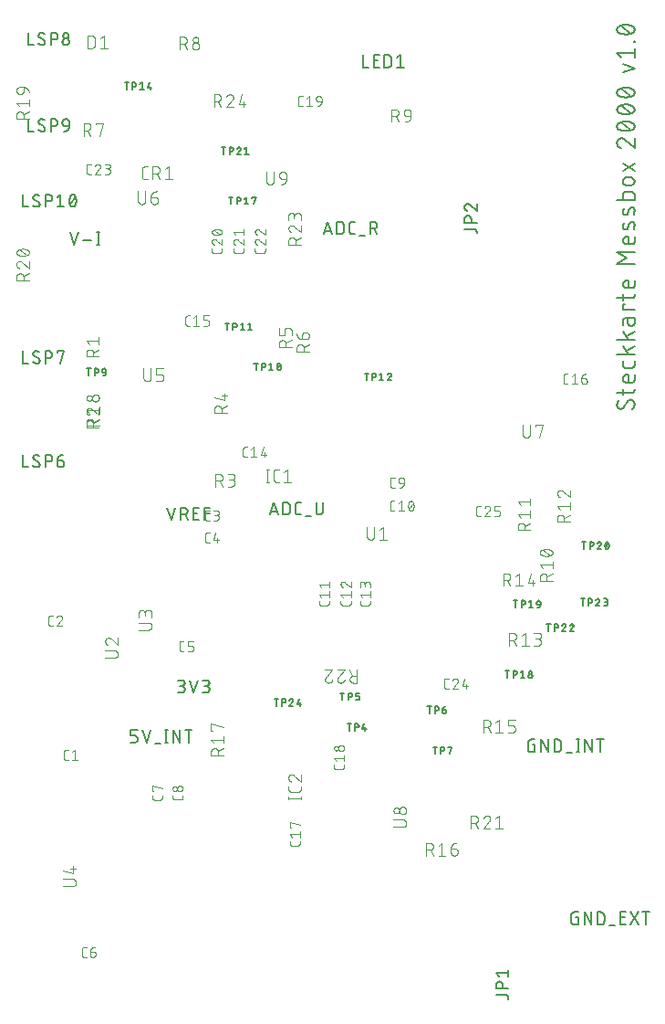
<source format=gbr>
G04 EAGLE Gerber RS-274X export*
G75*
%MOMM*%
%FSLAX34Y34*%
%LPD*%
%INSilkscreen Top*%
%IPPOS*%
%AMOC8*
5,1,8,0,0,1.08239X$1,22.5*%
G01*
%ADD10C,0.152400*%
%ADD11C,0.076200*%
%ADD12C,0.101600*%
%ADD13C,0.127000*%
%ADD14C,0.177800*%


D10*
X579238Y551181D02*
X579236Y551299D01*
X579230Y551417D01*
X579221Y551535D01*
X579207Y551652D01*
X579190Y551769D01*
X579169Y551886D01*
X579144Y552001D01*
X579115Y552116D01*
X579082Y552230D01*
X579046Y552342D01*
X579006Y552453D01*
X578963Y552563D01*
X578916Y552672D01*
X578866Y552779D01*
X578811Y552884D01*
X578754Y552987D01*
X578693Y553088D01*
X578629Y553188D01*
X578562Y553285D01*
X578492Y553380D01*
X578418Y553472D01*
X578342Y553563D01*
X578262Y553650D01*
X578180Y553735D01*
X578095Y553817D01*
X578008Y553897D01*
X577917Y553973D01*
X577825Y554047D01*
X577730Y554117D01*
X577633Y554184D01*
X577533Y554248D01*
X577432Y554309D01*
X577329Y554366D01*
X577224Y554421D01*
X577117Y554471D01*
X577008Y554518D01*
X576898Y554561D01*
X576787Y554601D01*
X576675Y554637D01*
X576561Y554670D01*
X576446Y554699D01*
X576331Y554724D01*
X576214Y554745D01*
X576097Y554762D01*
X575980Y554776D01*
X575862Y554785D01*
X575744Y554791D01*
X575626Y554793D01*
X579238Y551181D02*
X579236Y550998D01*
X579229Y550816D01*
X579218Y550634D01*
X579203Y550452D01*
X579183Y550270D01*
X579160Y550089D01*
X579131Y549909D01*
X579099Y549729D01*
X579062Y549550D01*
X579021Y549373D01*
X578975Y549196D01*
X578926Y549020D01*
X578872Y548846D01*
X578814Y548672D01*
X578752Y548501D01*
X578686Y548331D01*
X578615Y548162D01*
X578541Y547995D01*
X578463Y547830D01*
X578381Y547667D01*
X578295Y547506D01*
X578205Y547347D01*
X578111Y547190D01*
X578014Y547036D01*
X577913Y546884D01*
X577808Y546734D01*
X577700Y546587D01*
X577589Y546443D01*
X577474Y546301D01*
X577355Y546162D01*
X577233Y546026D01*
X577108Y545893D01*
X576980Y545763D01*
X566594Y546214D02*
X566476Y546216D01*
X566358Y546222D01*
X566240Y546231D01*
X566123Y546245D01*
X566006Y546262D01*
X565889Y546283D01*
X565774Y546308D01*
X565659Y546337D01*
X565545Y546370D01*
X565433Y546406D01*
X565322Y546446D01*
X565212Y546489D01*
X565103Y546536D01*
X564996Y546586D01*
X564891Y546641D01*
X564788Y546698D01*
X564687Y546759D01*
X564587Y546823D01*
X564490Y546890D01*
X564395Y546960D01*
X564303Y547034D01*
X564212Y547110D01*
X564125Y547190D01*
X564040Y547272D01*
X563958Y547357D01*
X563878Y547444D01*
X563802Y547535D01*
X563728Y547627D01*
X563658Y547722D01*
X563591Y547819D01*
X563527Y547919D01*
X563466Y548020D01*
X563409Y548123D01*
X563354Y548228D01*
X563304Y548335D01*
X563257Y548444D01*
X563214Y548554D01*
X563174Y548665D01*
X563138Y548777D01*
X563105Y548891D01*
X563076Y549006D01*
X563051Y549121D01*
X563030Y549238D01*
X563013Y549355D01*
X562999Y549472D01*
X562990Y549590D01*
X562984Y549708D01*
X562982Y549826D01*
X562984Y549987D01*
X562990Y550149D01*
X562999Y550310D01*
X563013Y550471D01*
X563030Y550631D01*
X563051Y550791D01*
X563076Y550951D01*
X563105Y551110D01*
X563137Y551268D01*
X563173Y551425D01*
X563213Y551581D01*
X563257Y551737D01*
X563305Y551891D01*
X563356Y552044D01*
X563410Y552196D01*
X563469Y552347D01*
X563530Y552496D01*
X563596Y552643D01*
X563665Y552789D01*
X563737Y552934D01*
X563813Y553076D01*
X563892Y553217D01*
X563974Y553356D01*
X564060Y553492D01*
X564149Y553627D01*
X564241Y553760D01*
X564337Y553890D01*
X569755Y548019D02*
X569693Y547918D01*
X569628Y547818D01*
X569559Y547721D01*
X569487Y547626D01*
X569413Y547533D01*
X569335Y547443D01*
X569254Y547355D01*
X569171Y547270D01*
X569085Y547188D01*
X568996Y547109D01*
X568905Y547032D01*
X568811Y546959D01*
X568715Y546888D01*
X568617Y546821D01*
X568517Y546757D01*
X568414Y546696D01*
X568310Y546639D01*
X568204Y546585D01*
X568096Y546535D01*
X567987Y546488D01*
X567876Y546444D01*
X567764Y546404D01*
X567650Y546368D01*
X567536Y546336D01*
X567420Y546307D01*
X567304Y546282D01*
X567187Y546261D01*
X567069Y546244D01*
X566951Y546230D01*
X566832Y546221D01*
X566713Y546215D01*
X566594Y546213D01*
X572465Y552987D02*
X572527Y553088D01*
X572592Y553188D01*
X572661Y553285D01*
X572733Y553380D01*
X572807Y553473D01*
X572885Y553563D01*
X572966Y553651D01*
X573049Y553736D01*
X573135Y553818D01*
X573224Y553897D01*
X573315Y553974D01*
X573409Y554047D01*
X573505Y554118D01*
X573603Y554185D01*
X573703Y554249D01*
X573806Y554310D01*
X573910Y554367D01*
X574016Y554421D01*
X574124Y554471D01*
X574233Y554518D01*
X574344Y554562D01*
X574456Y554602D01*
X574570Y554638D01*
X574684Y554670D01*
X574800Y554699D01*
X574916Y554724D01*
X575033Y554745D01*
X575151Y554762D01*
X575269Y554776D01*
X575388Y554785D01*
X575507Y554791D01*
X575626Y554793D01*
X572465Y552987D02*
X569755Y548020D01*
X568401Y559436D02*
X568401Y564855D01*
X562982Y561242D02*
X576529Y561242D01*
X576630Y561244D01*
X576731Y561250D01*
X576832Y561259D01*
X576933Y561272D01*
X577033Y561289D01*
X577132Y561310D01*
X577230Y561334D01*
X577327Y561362D01*
X577424Y561394D01*
X577519Y561429D01*
X577612Y561468D01*
X577704Y561510D01*
X577795Y561556D01*
X577884Y561605D01*
X577970Y561657D01*
X578055Y561713D01*
X578138Y561771D01*
X578218Y561833D01*
X578296Y561898D01*
X578372Y561965D01*
X578445Y562035D01*
X578515Y562108D01*
X578582Y562184D01*
X578647Y562262D01*
X578709Y562342D01*
X578767Y562425D01*
X578823Y562510D01*
X578875Y562597D01*
X578924Y562685D01*
X578970Y562776D01*
X579012Y562868D01*
X579051Y562961D01*
X579086Y563056D01*
X579118Y563153D01*
X579146Y563250D01*
X579170Y563348D01*
X579191Y563447D01*
X579208Y563547D01*
X579221Y563648D01*
X579230Y563749D01*
X579236Y563850D01*
X579238Y563951D01*
X579238Y564855D01*
X579238Y573342D02*
X579238Y577858D01*
X579238Y573342D02*
X579236Y573241D01*
X579230Y573140D01*
X579221Y573039D01*
X579208Y572938D01*
X579191Y572838D01*
X579170Y572739D01*
X579146Y572641D01*
X579118Y572544D01*
X579086Y572447D01*
X579051Y572352D01*
X579012Y572259D01*
X578970Y572167D01*
X578924Y572076D01*
X578875Y571988D01*
X578823Y571901D01*
X578767Y571816D01*
X578709Y571733D01*
X578647Y571653D01*
X578582Y571575D01*
X578515Y571499D01*
X578445Y571426D01*
X578372Y571356D01*
X578296Y571289D01*
X578218Y571224D01*
X578138Y571162D01*
X578055Y571104D01*
X577970Y571048D01*
X577884Y570996D01*
X577795Y570947D01*
X577704Y570901D01*
X577612Y570859D01*
X577519Y570820D01*
X577424Y570785D01*
X577327Y570753D01*
X577230Y570725D01*
X577132Y570701D01*
X577033Y570680D01*
X576933Y570663D01*
X576832Y570650D01*
X576731Y570641D01*
X576630Y570635D01*
X576529Y570633D01*
X572013Y570633D01*
X571894Y570635D01*
X571774Y570641D01*
X571655Y570651D01*
X571537Y570665D01*
X571418Y570682D01*
X571301Y570704D01*
X571184Y570729D01*
X571069Y570759D01*
X570954Y570792D01*
X570840Y570829D01*
X570728Y570869D01*
X570617Y570914D01*
X570508Y570962D01*
X570400Y571013D01*
X570294Y571068D01*
X570190Y571127D01*
X570088Y571189D01*
X569988Y571254D01*
X569890Y571323D01*
X569794Y571395D01*
X569701Y571470D01*
X569611Y571547D01*
X569523Y571628D01*
X569438Y571712D01*
X569356Y571799D01*
X569276Y571888D01*
X569200Y571980D01*
X569126Y572074D01*
X569056Y572171D01*
X568989Y572269D01*
X568925Y572370D01*
X568865Y572474D01*
X568808Y572579D01*
X568755Y572686D01*
X568705Y572794D01*
X568659Y572904D01*
X568617Y573016D01*
X568578Y573129D01*
X568543Y573243D01*
X568512Y573358D01*
X568484Y573475D01*
X568461Y573592D01*
X568441Y573709D01*
X568425Y573828D01*
X568413Y573947D01*
X568405Y574066D01*
X568401Y574185D01*
X568401Y574305D01*
X568405Y574424D01*
X568413Y574543D01*
X568425Y574662D01*
X568441Y574781D01*
X568461Y574898D01*
X568484Y575015D01*
X568512Y575132D01*
X568543Y575247D01*
X568578Y575361D01*
X568617Y575474D01*
X568659Y575586D01*
X568705Y575696D01*
X568755Y575804D01*
X568808Y575911D01*
X568865Y576016D01*
X568925Y576120D01*
X568989Y576221D01*
X569056Y576319D01*
X569126Y576416D01*
X569200Y576510D01*
X569276Y576602D01*
X569356Y576691D01*
X569438Y576778D01*
X569523Y576862D01*
X569611Y576943D01*
X569701Y577020D01*
X569794Y577095D01*
X569890Y577167D01*
X569988Y577236D01*
X570088Y577301D01*
X570190Y577363D01*
X570294Y577422D01*
X570400Y577477D01*
X570508Y577528D01*
X570617Y577576D01*
X570728Y577621D01*
X570840Y577661D01*
X570954Y577698D01*
X571069Y577731D01*
X571184Y577761D01*
X571301Y577786D01*
X571418Y577808D01*
X571537Y577825D01*
X571655Y577839D01*
X571774Y577849D01*
X571894Y577855D01*
X572013Y577857D01*
X572013Y577858D02*
X573819Y577858D01*
X573819Y570633D01*
X579238Y586907D02*
X579238Y590519D01*
X579238Y586907D02*
X579236Y586806D01*
X579230Y586705D01*
X579221Y586604D01*
X579208Y586503D01*
X579191Y586403D01*
X579170Y586304D01*
X579146Y586206D01*
X579118Y586109D01*
X579086Y586012D01*
X579051Y585917D01*
X579012Y585824D01*
X578970Y585732D01*
X578924Y585641D01*
X578875Y585553D01*
X578823Y585466D01*
X578767Y585381D01*
X578709Y585298D01*
X578647Y585218D01*
X578582Y585140D01*
X578515Y585064D01*
X578445Y584991D01*
X578372Y584921D01*
X578296Y584854D01*
X578218Y584789D01*
X578138Y584727D01*
X578055Y584669D01*
X577970Y584613D01*
X577884Y584561D01*
X577795Y584512D01*
X577704Y584466D01*
X577612Y584424D01*
X577519Y584385D01*
X577424Y584350D01*
X577327Y584318D01*
X577230Y584290D01*
X577132Y584266D01*
X577033Y584245D01*
X576933Y584228D01*
X576832Y584215D01*
X576731Y584206D01*
X576630Y584200D01*
X576529Y584198D01*
X571110Y584198D01*
X571009Y584200D01*
X570908Y584206D01*
X570807Y584215D01*
X570706Y584228D01*
X570606Y584245D01*
X570507Y584266D01*
X570409Y584290D01*
X570312Y584318D01*
X570215Y584350D01*
X570120Y584385D01*
X570027Y584424D01*
X569935Y584466D01*
X569844Y584512D01*
X569756Y584561D01*
X569669Y584613D01*
X569584Y584669D01*
X569501Y584727D01*
X569421Y584789D01*
X569343Y584854D01*
X569267Y584921D01*
X569194Y584991D01*
X569124Y585064D01*
X569057Y585140D01*
X568992Y585218D01*
X568930Y585298D01*
X568872Y585381D01*
X568816Y585466D01*
X568764Y585553D01*
X568715Y585641D01*
X568669Y585732D01*
X568627Y585824D01*
X568588Y585917D01*
X568553Y586012D01*
X568521Y586109D01*
X568493Y586206D01*
X568469Y586304D01*
X568448Y586403D01*
X568431Y586503D01*
X568418Y586604D01*
X568409Y586705D01*
X568403Y586806D01*
X568401Y586907D01*
X568401Y590519D01*
X562982Y596854D02*
X579238Y596854D01*
X573819Y596854D02*
X568401Y604079D01*
X571562Y600015D02*
X579238Y604079D01*
X579238Y610401D02*
X562982Y610401D01*
X568401Y617626D02*
X573819Y610401D01*
X571562Y613562D02*
X579238Y617626D01*
X572916Y626346D02*
X572916Y630410D01*
X572916Y626346D02*
X572918Y626234D01*
X572924Y626123D01*
X572934Y626012D01*
X572947Y625901D01*
X572965Y625791D01*
X572987Y625682D01*
X573012Y625573D01*
X573041Y625465D01*
X573074Y625359D01*
X573111Y625253D01*
X573151Y625149D01*
X573195Y625047D01*
X573243Y624946D01*
X573294Y624847D01*
X573349Y624749D01*
X573407Y624654D01*
X573468Y624561D01*
X573533Y624470D01*
X573601Y624381D01*
X573672Y624295D01*
X573745Y624212D01*
X573822Y624131D01*
X573902Y624052D01*
X573984Y623977D01*
X574069Y623905D01*
X574156Y623835D01*
X574246Y623769D01*
X574338Y623706D01*
X574433Y623646D01*
X574529Y623590D01*
X574627Y623537D01*
X574727Y623488D01*
X574829Y623442D01*
X574932Y623400D01*
X575037Y623361D01*
X575143Y623326D01*
X575250Y623295D01*
X575358Y623268D01*
X575467Y623244D01*
X575577Y623225D01*
X575687Y623209D01*
X575798Y623197D01*
X575910Y623189D01*
X576021Y623185D01*
X576133Y623185D01*
X576244Y623189D01*
X576356Y623197D01*
X576467Y623209D01*
X576577Y623225D01*
X576687Y623244D01*
X576796Y623268D01*
X576904Y623295D01*
X577011Y623326D01*
X577117Y623361D01*
X577222Y623400D01*
X577325Y623442D01*
X577427Y623488D01*
X577527Y623537D01*
X577625Y623590D01*
X577721Y623646D01*
X577816Y623706D01*
X577908Y623769D01*
X577998Y623835D01*
X578085Y623905D01*
X578170Y623977D01*
X578252Y624052D01*
X578332Y624131D01*
X578409Y624212D01*
X578482Y624295D01*
X578553Y624381D01*
X578621Y624470D01*
X578686Y624561D01*
X578747Y624654D01*
X578805Y624749D01*
X578860Y624847D01*
X578911Y624946D01*
X578959Y625047D01*
X579003Y625149D01*
X579043Y625253D01*
X579080Y625359D01*
X579113Y625465D01*
X579142Y625573D01*
X579167Y625682D01*
X579189Y625791D01*
X579207Y625901D01*
X579220Y626012D01*
X579230Y626123D01*
X579236Y626234D01*
X579238Y626346D01*
X579238Y630410D01*
X571110Y630410D01*
X571110Y630409D02*
X571009Y630407D01*
X570908Y630401D01*
X570807Y630392D01*
X570706Y630379D01*
X570606Y630362D01*
X570507Y630341D01*
X570409Y630317D01*
X570312Y630289D01*
X570215Y630257D01*
X570120Y630222D01*
X570027Y630183D01*
X569935Y630141D01*
X569844Y630095D01*
X569756Y630046D01*
X569669Y629994D01*
X569584Y629938D01*
X569501Y629880D01*
X569421Y629818D01*
X569343Y629753D01*
X569267Y629686D01*
X569194Y629616D01*
X569124Y629543D01*
X569057Y629467D01*
X568992Y629389D01*
X568930Y629309D01*
X568872Y629226D01*
X568816Y629141D01*
X568764Y629055D01*
X568715Y628966D01*
X568669Y628875D01*
X568627Y628783D01*
X568588Y628690D01*
X568553Y628595D01*
X568521Y628498D01*
X568493Y628401D01*
X568469Y628303D01*
X568448Y628204D01*
X568431Y628104D01*
X568418Y628003D01*
X568409Y627902D01*
X568403Y627801D01*
X568401Y627700D01*
X568401Y624088D01*
X568401Y637932D02*
X579238Y637932D01*
X568401Y637932D02*
X568401Y643351D01*
X570207Y643351D01*
X568401Y646971D02*
X568401Y652389D01*
X562982Y648777D02*
X576529Y648777D01*
X576630Y648779D01*
X576731Y648785D01*
X576832Y648794D01*
X576933Y648807D01*
X577033Y648824D01*
X577132Y648845D01*
X577230Y648869D01*
X577327Y648897D01*
X577424Y648929D01*
X577519Y648964D01*
X577612Y649003D01*
X577704Y649045D01*
X577795Y649091D01*
X577884Y649140D01*
X577970Y649192D01*
X578055Y649248D01*
X578138Y649306D01*
X578218Y649368D01*
X578296Y649433D01*
X578372Y649500D01*
X578445Y649570D01*
X578515Y649643D01*
X578582Y649719D01*
X578647Y649797D01*
X578709Y649877D01*
X578767Y649960D01*
X578823Y650045D01*
X578875Y650132D01*
X578924Y650220D01*
X578970Y650311D01*
X579012Y650403D01*
X579051Y650496D01*
X579086Y650591D01*
X579118Y650688D01*
X579146Y650785D01*
X579170Y650883D01*
X579191Y650982D01*
X579208Y651082D01*
X579221Y651183D01*
X579230Y651284D01*
X579236Y651385D01*
X579238Y651486D01*
X579238Y652389D01*
X579238Y660877D02*
X579238Y665393D01*
X579238Y660877D02*
X579236Y660776D01*
X579230Y660675D01*
X579221Y660574D01*
X579208Y660473D01*
X579191Y660373D01*
X579170Y660274D01*
X579146Y660176D01*
X579118Y660079D01*
X579086Y659982D01*
X579051Y659887D01*
X579012Y659794D01*
X578970Y659702D01*
X578924Y659611D01*
X578875Y659523D01*
X578823Y659436D01*
X578767Y659351D01*
X578709Y659268D01*
X578647Y659188D01*
X578582Y659110D01*
X578515Y659034D01*
X578445Y658961D01*
X578372Y658891D01*
X578296Y658824D01*
X578218Y658759D01*
X578138Y658697D01*
X578055Y658639D01*
X577970Y658583D01*
X577884Y658531D01*
X577795Y658482D01*
X577704Y658436D01*
X577612Y658394D01*
X577519Y658355D01*
X577424Y658320D01*
X577327Y658288D01*
X577230Y658260D01*
X577132Y658236D01*
X577033Y658215D01*
X576933Y658198D01*
X576832Y658185D01*
X576731Y658176D01*
X576630Y658170D01*
X576529Y658168D01*
X572013Y658168D01*
X571894Y658170D01*
X571774Y658176D01*
X571655Y658186D01*
X571537Y658200D01*
X571418Y658217D01*
X571301Y658239D01*
X571184Y658264D01*
X571069Y658294D01*
X570954Y658327D01*
X570840Y658364D01*
X570728Y658404D01*
X570617Y658449D01*
X570508Y658497D01*
X570400Y658548D01*
X570294Y658603D01*
X570190Y658662D01*
X570088Y658724D01*
X569988Y658789D01*
X569890Y658858D01*
X569794Y658930D01*
X569701Y659005D01*
X569611Y659082D01*
X569523Y659163D01*
X569438Y659247D01*
X569356Y659334D01*
X569276Y659423D01*
X569200Y659515D01*
X569126Y659609D01*
X569056Y659706D01*
X568989Y659804D01*
X568925Y659905D01*
X568865Y660009D01*
X568808Y660114D01*
X568755Y660221D01*
X568705Y660329D01*
X568659Y660439D01*
X568617Y660551D01*
X568578Y660664D01*
X568543Y660778D01*
X568512Y660893D01*
X568484Y661010D01*
X568461Y661127D01*
X568441Y661244D01*
X568425Y661363D01*
X568413Y661482D01*
X568405Y661601D01*
X568401Y661720D01*
X568401Y661840D01*
X568405Y661959D01*
X568413Y662078D01*
X568425Y662197D01*
X568441Y662316D01*
X568461Y662433D01*
X568484Y662550D01*
X568512Y662667D01*
X568543Y662782D01*
X568578Y662896D01*
X568617Y663009D01*
X568659Y663121D01*
X568705Y663231D01*
X568755Y663339D01*
X568808Y663446D01*
X568865Y663551D01*
X568925Y663655D01*
X568989Y663756D01*
X569056Y663854D01*
X569126Y663951D01*
X569200Y664045D01*
X569276Y664137D01*
X569356Y664226D01*
X569438Y664313D01*
X569523Y664397D01*
X569611Y664478D01*
X569701Y664555D01*
X569794Y664630D01*
X569890Y664702D01*
X569988Y664771D01*
X570088Y664836D01*
X570190Y664898D01*
X570294Y664957D01*
X570400Y665012D01*
X570508Y665063D01*
X570617Y665111D01*
X570728Y665156D01*
X570840Y665196D01*
X570954Y665233D01*
X571069Y665266D01*
X571184Y665296D01*
X571301Y665321D01*
X571418Y665343D01*
X571537Y665360D01*
X571655Y665374D01*
X571774Y665384D01*
X571894Y665390D01*
X572013Y665392D01*
X572013Y665393D02*
X573819Y665393D01*
X573819Y658168D01*
X579238Y680851D02*
X562982Y680851D01*
X572013Y686269D01*
X562982Y691688D01*
X579238Y691688D01*
X579238Y701518D02*
X579238Y706034D01*
X579238Y701518D02*
X579236Y701417D01*
X579230Y701316D01*
X579221Y701215D01*
X579208Y701114D01*
X579191Y701014D01*
X579170Y700915D01*
X579146Y700817D01*
X579118Y700720D01*
X579086Y700623D01*
X579051Y700528D01*
X579012Y700435D01*
X578970Y700343D01*
X578924Y700252D01*
X578875Y700164D01*
X578823Y700077D01*
X578767Y699992D01*
X578709Y699909D01*
X578647Y699829D01*
X578582Y699751D01*
X578515Y699675D01*
X578445Y699602D01*
X578372Y699532D01*
X578296Y699465D01*
X578218Y699400D01*
X578138Y699338D01*
X578055Y699280D01*
X577970Y699224D01*
X577884Y699172D01*
X577795Y699123D01*
X577704Y699077D01*
X577612Y699035D01*
X577519Y698996D01*
X577424Y698961D01*
X577327Y698929D01*
X577230Y698901D01*
X577132Y698877D01*
X577033Y698856D01*
X576933Y698839D01*
X576832Y698826D01*
X576731Y698817D01*
X576630Y698811D01*
X576529Y698809D01*
X572013Y698809D01*
X571894Y698811D01*
X571774Y698817D01*
X571655Y698827D01*
X571537Y698841D01*
X571418Y698858D01*
X571301Y698880D01*
X571184Y698905D01*
X571069Y698935D01*
X570954Y698968D01*
X570840Y699005D01*
X570728Y699045D01*
X570617Y699090D01*
X570508Y699138D01*
X570400Y699189D01*
X570294Y699244D01*
X570190Y699303D01*
X570088Y699365D01*
X569988Y699430D01*
X569890Y699499D01*
X569794Y699571D01*
X569701Y699646D01*
X569611Y699723D01*
X569523Y699804D01*
X569438Y699888D01*
X569356Y699975D01*
X569276Y700064D01*
X569200Y700156D01*
X569126Y700250D01*
X569056Y700347D01*
X568989Y700445D01*
X568925Y700546D01*
X568865Y700650D01*
X568808Y700755D01*
X568755Y700862D01*
X568705Y700970D01*
X568659Y701080D01*
X568617Y701192D01*
X568578Y701305D01*
X568543Y701419D01*
X568512Y701534D01*
X568484Y701651D01*
X568461Y701768D01*
X568441Y701885D01*
X568425Y702004D01*
X568413Y702123D01*
X568405Y702242D01*
X568401Y702361D01*
X568401Y702481D01*
X568405Y702600D01*
X568413Y702719D01*
X568425Y702838D01*
X568441Y702957D01*
X568461Y703074D01*
X568484Y703191D01*
X568512Y703308D01*
X568543Y703423D01*
X568578Y703537D01*
X568617Y703650D01*
X568659Y703762D01*
X568705Y703872D01*
X568755Y703980D01*
X568808Y704087D01*
X568865Y704192D01*
X568925Y704296D01*
X568989Y704397D01*
X569056Y704495D01*
X569126Y704592D01*
X569200Y704686D01*
X569276Y704778D01*
X569356Y704867D01*
X569438Y704954D01*
X569523Y705038D01*
X569611Y705119D01*
X569701Y705196D01*
X569794Y705271D01*
X569890Y705343D01*
X569988Y705412D01*
X570088Y705477D01*
X570190Y705539D01*
X570294Y705598D01*
X570400Y705653D01*
X570508Y705704D01*
X570617Y705752D01*
X570728Y705797D01*
X570840Y705837D01*
X570954Y705874D01*
X571069Y705907D01*
X571184Y705937D01*
X571301Y705962D01*
X571418Y705984D01*
X571537Y706001D01*
X571655Y706015D01*
X571774Y706025D01*
X571894Y706031D01*
X572013Y706033D01*
X572013Y706034D02*
X573819Y706034D01*
X573819Y698809D01*
X572916Y713711D02*
X574722Y718226D01*
X572916Y713710D02*
X572879Y713622D01*
X572838Y713536D01*
X572794Y713451D01*
X572746Y713368D01*
X572695Y713288D01*
X572641Y713209D01*
X572583Y713133D01*
X572523Y713059D01*
X572459Y712987D01*
X572393Y712919D01*
X572323Y712853D01*
X572252Y712790D01*
X572177Y712729D01*
X572101Y712672D01*
X572022Y712619D01*
X571941Y712568D01*
X571858Y712521D01*
X571773Y712477D01*
X571686Y712437D01*
X571598Y712400D01*
X571508Y712367D01*
X571417Y712337D01*
X571325Y712312D01*
X571232Y712290D01*
X571138Y712272D01*
X571044Y712257D01*
X570949Y712247D01*
X570853Y712241D01*
X570758Y712238D01*
X570662Y712239D01*
X570567Y712245D01*
X570471Y712254D01*
X570377Y712267D01*
X570283Y712283D01*
X570189Y712304D01*
X570097Y712329D01*
X570006Y712357D01*
X569916Y712389D01*
X569827Y712424D01*
X569740Y712463D01*
X569654Y712506D01*
X569570Y712552D01*
X569489Y712602D01*
X569409Y712654D01*
X569331Y712710D01*
X569256Y712770D01*
X569184Y712832D01*
X569114Y712897D01*
X569046Y712965D01*
X568982Y713035D01*
X568920Y713108D01*
X568862Y713184D01*
X568806Y713262D01*
X568754Y713342D01*
X568705Y713424D01*
X568660Y713508D01*
X568618Y713594D01*
X568579Y713681D01*
X568544Y713770D01*
X568513Y713861D01*
X568486Y713952D01*
X568462Y714045D01*
X568442Y714138D01*
X568426Y714232D01*
X568414Y714327D01*
X568405Y714422D01*
X568401Y714518D01*
X568400Y714613D01*
X568407Y714860D01*
X568419Y715106D01*
X568437Y715352D01*
X568462Y715598D01*
X568492Y715842D01*
X568528Y716086D01*
X568570Y716329D01*
X568617Y716571D01*
X568671Y716812D01*
X568730Y717051D01*
X568795Y717289D01*
X568866Y717526D01*
X568942Y717760D01*
X569024Y717993D01*
X569112Y718223D01*
X569205Y718451D01*
X569303Y718678D01*
X574723Y718227D02*
X574760Y718315D01*
X574801Y718401D01*
X574845Y718486D01*
X574893Y718569D01*
X574944Y718649D01*
X574998Y718728D01*
X575056Y718804D01*
X575116Y718878D01*
X575180Y718950D01*
X575246Y719018D01*
X575316Y719084D01*
X575387Y719147D01*
X575462Y719208D01*
X575538Y719265D01*
X575617Y719318D01*
X575698Y719369D01*
X575781Y719416D01*
X575866Y719460D01*
X575953Y719500D01*
X576041Y719537D01*
X576131Y719570D01*
X576222Y719600D01*
X576314Y719625D01*
X576407Y719647D01*
X576501Y719665D01*
X576595Y719680D01*
X576690Y719690D01*
X576786Y719696D01*
X576881Y719699D01*
X576977Y719698D01*
X577072Y719692D01*
X577168Y719683D01*
X577262Y719670D01*
X577356Y719654D01*
X577450Y719633D01*
X577542Y719608D01*
X577633Y719580D01*
X577723Y719548D01*
X577812Y719513D01*
X577899Y719474D01*
X577985Y719431D01*
X578069Y719385D01*
X578150Y719335D01*
X578230Y719283D01*
X578308Y719227D01*
X578383Y719167D01*
X578455Y719105D01*
X578525Y719040D01*
X578593Y718972D01*
X578657Y718902D01*
X578719Y718829D01*
X578777Y718753D01*
X578833Y718675D01*
X578885Y718595D01*
X578934Y718513D01*
X578979Y718429D01*
X579021Y718343D01*
X579060Y718256D01*
X579095Y718167D01*
X579126Y718076D01*
X579153Y717985D01*
X579177Y717892D01*
X579197Y717799D01*
X579213Y717705D01*
X579225Y717610D01*
X579234Y717515D01*
X579238Y717419D01*
X579239Y717324D01*
X579238Y717323D02*
X579229Y716961D01*
X579211Y716599D01*
X579184Y716238D01*
X579149Y715878D01*
X579106Y715518D01*
X579054Y715159D01*
X578993Y714802D01*
X578924Y714447D01*
X578847Y714093D01*
X578761Y713741D01*
X578667Y713391D01*
X578564Y713043D01*
X578454Y712698D01*
X578335Y712356D01*
X572916Y727258D02*
X574722Y731773D01*
X572916Y727257D02*
X572879Y727169D01*
X572838Y727083D01*
X572794Y726998D01*
X572746Y726915D01*
X572695Y726835D01*
X572641Y726756D01*
X572583Y726680D01*
X572523Y726606D01*
X572459Y726534D01*
X572393Y726466D01*
X572323Y726400D01*
X572252Y726337D01*
X572177Y726276D01*
X572101Y726219D01*
X572022Y726166D01*
X571941Y726115D01*
X571858Y726068D01*
X571773Y726024D01*
X571686Y725984D01*
X571598Y725947D01*
X571508Y725914D01*
X571417Y725884D01*
X571325Y725859D01*
X571232Y725837D01*
X571138Y725819D01*
X571044Y725804D01*
X570949Y725794D01*
X570853Y725788D01*
X570758Y725785D01*
X570662Y725786D01*
X570567Y725792D01*
X570471Y725801D01*
X570377Y725814D01*
X570283Y725830D01*
X570189Y725851D01*
X570097Y725876D01*
X570006Y725904D01*
X569916Y725936D01*
X569827Y725971D01*
X569740Y726010D01*
X569654Y726053D01*
X569570Y726099D01*
X569489Y726149D01*
X569409Y726201D01*
X569331Y726257D01*
X569256Y726317D01*
X569184Y726379D01*
X569114Y726444D01*
X569046Y726512D01*
X568982Y726582D01*
X568920Y726655D01*
X568862Y726731D01*
X568806Y726809D01*
X568754Y726889D01*
X568705Y726971D01*
X568660Y727055D01*
X568618Y727141D01*
X568579Y727228D01*
X568544Y727317D01*
X568513Y727408D01*
X568486Y727499D01*
X568462Y727592D01*
X568442Y727685D01*
X568426Y727779D01*
X568414Y727874D01*
X568405Y727969D01*
X568401Y728065D01*
X568400Y728160D01*
X568407Y728407D01*
X568419Y728653D01*
X568437Y728899D01*
X568462Y729145D01*
X568492Y729389D01*
X568528Y729633D01*
X568570Y729876D01*
X568617Y730118D01*
X568671Y730359D01*
X568730Y730598D01*
X568795Y730836D01*
X568866Y731073D01*
X568942Y731307D01*
X569024Y731540D01*
X569112Y731770D01*
X569205Y731998D01*
X569303Y732225D01*
X574723Y731774D02*
X574760Y731862D01*
X574801Y731948D01*
X574845Y732033D01*
X574893Y732116D01*
X574944Y732196D01*
X574998Y732275D01*
X575056Y732351D01*
X575116Y732425D01*
X575180Y732497D01*
X575246Y732565D01*
X575316Y732631D01*
X575387Y732694D01*
X575462Y732755D01*
X575538Y732812D01*
X575617Y732865D01*
X575698Y732916D01*
X575781Y732963D01*
X575866Y733007D01*
X575953Y733047D01*
X576041Y733084D01*
X576131Y733117D01*
X576222Y733147D01*
X576314Y733172D01*
X576407Y733194D01*
X576501Y733212D01*
X576595Y733227D01*
X576690Y733237D01*
X576786Y733243D01*
X576881Y733246D01*
X576977Y733245D01*
X577072Y733239D01*
X577168Y733230D01*
X577262Y733217D01*
X577356Y733201D01*
X577450Y733180D01*
X577542Y733155D01*
X577633Y733127D01*
X577723Y733095D01*
X577812Y733060D01*
X577899Y733021D01*
X577985Y732978D01*
X578069Y732932D01*
X578150Y732882D01*
X578230Y732830D01*
X578308Y732774D01*
X578383Y732714D01*
X578455Y732652D01*
X578525Y732587D01*
X578593Y732519D01*
X578657Y732449D01*
X578719Y732376D01*
X578777Y732300D01*
X578833Y732222D01*
X578885Y732142D01*
X578934Y732060D01*
X578979Y731976D01*
X579021Y731890D01*
X579060Y731803D01*
X579095Y731714D01*
X579126Y731623D01*
X579153Y731532D01*
X579177Y731439D01*
X579197Y731346D01*
X579213Y731252D01*
X579225Y731157D01*
X579234Y731062D01*
X579238Y730966D01*
X579239Y730871D01*
X579238Y730870D02*
X579229Y730508D01*
X579211Y730146D01*
X579184Y729785D01*
X579149Y729425D01*
X579106Y729065D01*
X579054Y728706D01*
X578993Y728349D01*
X578924Y727994D01*
X578847Y727640D01*
X578761Y727288D01*
X578667Y726938D01*
X578564Y726590D01*
X578454Y726245D01*
X578335Y725903D01*
X579238Y740045D02*
X562982Y740045D01*
X579238Y740045D02*
X579238Y744560D01*
X579236Y744661D01*
X579230Y744762D01*
X579221Y744863D01*
X579208Y744964D01*
X579191Y745064D01*
X579170Y745163D01*
X579146Y745261D01*
X579118Y745358D01*
X579086Y745455D01*
X579051Y745550D01*
X579012Y745643D01*
X578970Y745735D01*
X578924Y745826D01*
X578875Y745915D01*
X578823Y746001D01*
X578767Y746086D01*
X578709Y746169D01*
X578647Y746249D01*
X578582Y746327D01*
X578515Y746403D01*
X578445Y746476D01*
X578372Y746546D01*
X578296Y746613D01*
X578218Y746678D01*
X578138Y746740D01*
X578055Y746798D01*
X577970Y746854D01*
X577884Y746906D01*
X577795Y746955D01*
X577704Y747001D01*
X577612Y747043D01*
X577519Y747082D01*
X577424Y747117D01*
X577327Y747149D01*
X577230Y747177D01*
X577132Y747201D01*
X577033Y747222D01*
X576933Y747239D01*
X576832Y747252D01*
X576731Y747261D01*
X576630Y747267D01*
X576529Y747269D01*
X571110Y747269D01*
X571009Y747267D01*
X570908Y747261D01*
X570807Y747252D01*
X570706Y747239D01*
X570606Y747222D01*
X570507Y747201D01*
X570409Y747177D01*
X570312Y747149D01*
X570215Y747117D01*
X570120Y747082D01*
X570027Y747043D01*
X569935Y747001D01*
X569844Y746955D01*
X569756Y746906D01*
X569669Y746854D01*
X569584Y746798D01*
X569501Y746740D01*
X569421Y746678D01*
X569343Y746613D01*
X569267Y746546D01*
X569194Y746476D01*
X569124Y746403D01*
X569057Y746327D01*
X568992Y746249D01*
X568930Y746169D01*
X568872Y746086D01*
X568816Y746001D01*
X568764Y745915D01*
X568715Y745826D01*
X568669Y745735D01*
X568627Y745643D01*
X568588Y745550D01*
X568553Y745455D01*
X568521Y745358D01*
X568493Y745261D01*
X568469Y745163D01*
X568448Y745064D01*
X568431Y744964D01*
X568418Y744863D01*
X568409Y744762D01*
X568403Y744661D01*
X568401Y744560D01*
X568401Y740045D01*
X572013Y753518D02*
X575626Y753518D01*
X572013Y753519D02*
X571894Y753521D01*
X571774Y753527D01*
X571655Y753537D01*
X571537Y753551D01*
X571418Y753568D01*
X571301Y753590D01*
X571184Y753615D01*
X571069Y753645D01*
X570954Y753678D01*
X570840Y753715D01*
X570728Y753755D01*
X570617Y753800D01*
X570508Y753848D01*
X570400Y753899D01*
X570294Y753954D01*
X570190Y754013D01*
X570088Y754075D01*
X569988Y754140D01*
X569890Y754209D01*
X569794Y754281D01*
X569701Y754356D01*
X569611Y754433D01*
X569523Y754514D01*
X569438Y754598D01*
X569356Y754685D01*
X569276Y754774D01*
X569200Y754866D01*
X569126Y754960D01*
X569056Y755057D01*
X568989Y755155D01*
X568925Y755256D01*
X568865Y755360D01*
X568808Y755465D01*
X568755Y755572D01*
X568705Y755680D01*
X568659Y755790D01*
X568617Y755902D01*
X568578Y756015D01*
X568543Y756129D01*
X568512Y756244D01*
X568484Y756361D01*
X568461Y756478D01*
X568441Y756595D01*
X568425Y756714D01*
X568413Y756833D01*
X568405Y756952D01*
X568401Y757071D01*
X568401Y757191D01*
X568405Y757310D01*
X568413Y757429D01*
X568425Y757548D01*
X568441Y757667D01*
X568461Y757784D01*
X568484Y757901D01*
X568512Y758018D01*
X568543Y758133D01*
X568578Y758247D01*
X568617Y758360D01*
X568659Y758472D01*
X568705Y758582D01*
X568755Y758690D01*
X568808Y758797D01*
X568865Y758902D01*
X568925Y759006D01*
X568989Y759107D01*
X569056Y759205D01*
X569126Y759302D01*
X569200Y759396D01*
X569276Y759488D01*
X569356Y759577D01*
X569438Y759664D01*
X569523Y759748D01*
X569611Y759829D01*
X569701Y759906D01*
X569794Y759981D01*
X569890Y760053D01*
X569988Y760122D01*
X570088Y760187D01*
X570190Y760249D01*
X570294Y760308D01*
X570400Y760363D01*
X570508Y760414D01*
X570617Y760462D01*
X570728Y760507D01*
X570840Y760547D01*
X570954Y760584D01*
X571069Y760617D01*
X571184Y760647D01*
X571301Y760672D01*
X571418Y760694D01*
X571537Y760711D01*
X571655Y760725D01*
X571774Y760735D01*
X571894Y760741D01*
X572013Y760743D01*
X575626Y760743D01*
X575745Y760741D01*
X575865Y760735D01*
X575984Y760725D01*
X576102Y760711D01*
X576221Y760694D01*
X576338Y760672D01*
X576455Y760647D01*
X576570Y760617D01*
X576685Y760584D01*
X576799Y760547D01*
X576911Y760507D01*
X577022Y760462D01*
X577131Y760414D01*
X577239Y760363D01*
X577345Y760308D01*
X577449Y760249D01*
X577551Y760187D01*
X577651Y760122D01*
X577749Y760053D01*
X577845Y759981D01*
X577938Y759906D01*
X578028Y759829D01*
X578116Y759748D01*
X578201Y759664D01*
X578283Y759577D01*
X578363Y759488D01*
X578439Y759396D01*
X578513Y759302D01*
X578583Y759205D01*
X578650Y759107D01*
X578714Y759006D01*
X578774Y758902D01*
X578831Y758797D01*
X578884Y758690D01*
X578934Y758582D01*
X578980Y758472D01*
X579022Y758360D01*
X579061Y758247D01*
X579096Y758133D01*
X579127Y758018D01*
X579155Y757901D01*
X579178Y757784D01*
X579198Y757667D01*
X579214Y757548D01*
X579226Y757429D01*
X579234Y757310D01*
X579238Y757191D01*
X579238Y757071D01*
X579234Y756952D01*
X579226Y756833D01*
X579214Y756714D01*
X579198Y756595D01*
X579178Y756478D01*
X579155Y756361D01*
X579127Y756244D01*
X579096Y756129D01*
X579061Y756015D01*
X579022Y755902D01*
X578980Y755790D01*
X578934Y755680D01*
X578884Y755572D01*
X578831Y755465D01*
X578774Y755360D01*
X578714Y755256D01*
X578650Y755155D01*
X578583Y755057D01*
X578513Y754960D01*
X578439Y754866D01*
X578363Y754774D01*
X578283Y754685D01*
X578201Y754598D01*
X578116Y754514D01*
X578028Y754433D01*
X577938Y754356D01*
X577845Y754281D01*
X577749Y754209D01*
X577651Y754140D01*
X577551Y754075D01*
X577449Y754013D01*
X577345Y753954D01*
X577239Y753899D01*
X577131Y753848D01*
X577022Y753800D01*
X576911Y753755D01*
X576799Y753715D01*
X576685Y753678D01*
X576570Y753645D01*
X576455Y753615D01*
X576338Y753590D01*
X576221Y753568D01*
X576102Y753551D01*
X575984Y753537D01*
X575865Y753527D01*
X575745Y753521D01*
X575626Y753519D01*
X579238Y766544D02*
X568401Y773769D01*
X568401Y766544D02*
X579238Y773769D01*
X562982Y793013D02*
X562984Y793138D01*
X562990Y793263D01*
X562999Y793388D01*
X563013Y793512D01*
X563030Y793636D01*
X563051Y793760D01*
X563076Y793882D01*
X563105Y794004D01*
X563137Y794125D01*
X563173Y794245D01*
X563213Y794364D01*
X563256Y794481D01*
X563303Y794597D01*
X563354Y794712D01*
X563408Y794824D01*
X563466Y794936D01*
X563526Y795045D01*
X563591Y795152D01*
X563658Y795258D01*
X563729Y795361D01*
X563803Y795462D01*
X563880Y795561D01*
X563960Y795657D01*
X564043Y795751D01*
X564128Y795842D01*
X564217Y795931D01*
X564308Y796016D01*
X564402Y796099D01*
X564498Y796179D01*
X564597Y796256D01*
X564698Y796330D01*
X564801Y796401D01*
X564907Y796468D01*
X565014Y796533D01*
X565123Y796593D01*
X565235Y796651D01*
X565347Y796705D01*
X565462Y796756D01*
X565578Y796803D01*
X565695Y796846D01*
X565814Y796886D01*
X565934Y796922D01*
X566055Y796954D01*
X566177Y796983D01*
X566299Y797008D01*
X566423Y797029D01*
X566547Y797046D01*
X566671Y797060D01*
X566796Y797069D01*
X566921Y797075D01*
X567046Y797077D01*
X562982Y793013D02*
X562984Y792870D01*
X562990Y792728D01*
X563000Y792585D01*
X563013Y792443D01*
X563031Y792302D01*
X563052Y792160D01*
X563077Y792020D01*
X563106Y791880D01*
X563139Y791741D01*
X563176Y791603D01*
X563216Y791466D01*
X563260Y791331D01*
X563308Y791196D01*
X563360Y791063D01*
X563415Y790931D01*
X563474Y790801D01*
X563536Y790673D01*
X563602Y790546D01*
X563671Y790421D01*
X563743Y790298D01*
X563819Y790177D01*
X563898Y790059D01*
X563981Y789942D01*
X564066Y789828D01*
X564155Y789716D01*
X564246Y789607D01*
X564341Y789500D01*
X564438Y789395D01*
X564539Y789294D01*
X564642Y789195D01*
X564747Y789099D01*
X564856Y789006D01*
X564967Y788916D01*
X565080Y788829D01*
X565195Y788745D01*
X565313Y788665D01*
X565433Y788587D01*
X565555Y788513D01*
X565679Y788443D01*
X565805Y788375D01*
X565933Y788312D01*
X566062Y788251D01*
X566193Y788194D01*
X566325Y788141D01*
X566459Y788092D01*
X566594Y788046D01*
X570207Y795722D02*
X570115Y795816D01*
X570021Y795906D01*
X569924Y795994D01*
X569824Y796079D01*
X569722Y796161D01*
X569617Y796239D01*
X569510Y796315D01*
X569401Y796387D01*
X569290Y796456D01*
X569176Y796522D01*
X569061Y796584D01*
X568944Y796643D01*
X568825Y796698D01*
X568705Y796749D01*
X568583Y796797D01*
X568460Y796842D01*
X568336Y796882D01*
X568210Y796919D01*
X568083Y796952D01*
X567956Y796981D01*
X567827Y797007D01*
X567698Y797028D01*
X567568Y797046D01*
X567438Y797059D01*
X567308Y797069D01*
X567177Y797075D01*
X567046Y797077D01*
X570207Y795722D02*
X579238Y788046D01*
X579238Y797077D01*
X571110Y803677D02*
X570790Y803681D01*
X570471Y803692D01*
X570151Y803711D01*
X569833Y803738D01*
X569515Y803772D01*
X569198Y803814D01*
X568882Y803864D01*
X568567Y803921D01*
X568254Y803985D01*
X567942Y804057D01*
X567632Y804136D01*
X567325Y804223D01*
X567019Y804317D01*
X566716Y804418D01*
X566415Y804527D01*
X566117Y804642D01*
X565821Y804765D01*
X565529Y804895D01*
X565240Y805032D01*
X565239Y805033D02*
X565131Y805072D01*
X565024Y805115D01*
X564919Y805161D01*
X564816Y805211D01*
X564714Y805265D01*
X564614Y805322D01*
X564516Y805383D01*
X564420Y805447D01*
X564327Y805514D01*
X564236Y805584D01*
X564147Y805658D01*
X564061Y805734D01*
X563978Y805814D01*
X563897Y805896D01*
X563819Y805981D01*
X563745Y806068D01*
X563673Y806159D01*
X563604Y806251D01*
X563539Y806346D01*
X563477Y806443D01*
X563418Y806542D01*
X563363Y806643D01*
X563312Y806746D01*
X563264Y806851D01*
X563219Y806957D01*
X563178Y807064D01*
X563141Y807173D01*
X563108Y807284D01*
X563079Y807395D01*
X563053Y807507D01*
X563031Y807620D01*
X563014Y807734D01*
X563000Y807848D01*
X562990Y807963D01*
X562984Y808078D01*
X562982Y808193D01*
X562984Y808308D01*
X562990Y808423D01*
X563000Y808538D01*
X563014Y808652D01*
X563031Y808766D01*
X563053Y808879D01*
X563079Y808991D01*
X563108Y809103D01*
X563141Y809213D01*
X563178Y809322D01*
X563219Y809430D01*
X563264Y809536D01*
X563312Y809641D01*
X563363Y809743D01*
X563419Y809845D01*
X563477Y809944D01*
X563539Y810041D01*
X563605Y810136D01*
X563673Y810228D01*
X563745Y810318D01*
X563819Y810406D01*
X563897Y810491D01*
X563978Y810573D01*
X564061Y810652D01*
X564147Y810729D01*
X564236Y810802D01*
X564327Y810873D01*
X564421Y810940D01*
X564516Y811004D01*
X564614Y811065D01*
X564714Y811122D01*
X564816Y811175D01*
X564920Y811226D01*
X565025Y811272D01*
X565132Y811315D01*
X565240Y811354D01*
X565240Y811353D02*
X565529Y811490D01*
X565821Y811620D01*
X566117Y811743D01*
X566415Y811858D01*
X566716Y811967D01*
X567019Y812068D01*
X567325Y812162D01*
X567632Y812249D01*
X567942Y812328D01*
X568254Y812400D01*
X568567Y812464D01*
X568882Y812521D01*
X569198Y812571D01*
X569515Y812613D01*
X569833Y812647D01*
X570151Y812674D01*
X570471Y812693D01*
X570790Y812704D01*
X571110Y812708D01*
X571110Y803677D02*
X571430Y803681D01*
X571749Y803692D01*
X572069Y803711D01*
X572387Y803738D01*
X572705Y803772D01*
X573022Y803814D01*
X573338Y803864D01*
X573653Y803921D01*
X573966Y803985D01*
X574278Y804057D01*
X574588Y804136D01*
X574895Y804223D01*
X575201Y804317D01*
X575504Y804418D01*
X575805Y804527D01*
X576103Y804642D01*
X576399Y804765D01*
X576691Y804895D01*
X576980Y805032D01*
X576981Y805032D02*
X577089Y805071D01*
X577196Y805114D01*
X577301Y805160D01*
X577405Y805211D01*
X577507Y805264D01*
X577607Y805321D01*
X577705Y805382D01*
X577800Y805446D01*
X577894Y805513D01*
X577985Y805584D01*
X578074Y805657D01*
X578160Y805734D01*
X578243Y805813D01*
X578324Y805895D01*
X578402Y805980D01*
X578476Y806068D01*
X578548Y806158D01*
X578617Y806251D01*
X578682Y806345D01*
X578744Y806442D01*
X578802Y806542D01*
X578858Y806643D01*
X578909Y806745D01*
X578957Y806850D01*
X579002Y806956D01*
X579043Y807064D01*
X579080Y807173D01*
X579113Y807283D01*
X579142Y807395D01*
X579168Y807507D01*
X579190Y807620D01*
X579207Y807734D01*
X579221Y807848D01*
X579231Y807963D01*
X579237Y808078D01*
X579239Y808193D01*
X576980Y811353D02*
X576691Y811490D01*
X576399Y811620D01*
X576103Y811743D01*
X575805Y811858D01*
X575504Y811967D01*
X575201Y812068D01*
X574895Y812162D01*
X574588Y812249D01*
X574278Y812328D01*
X573966Y812400D01*
X573653Y812464D01*
X573338Y812521D01*
X573022Y812571D01*
X572705Y812613D01*
X572387Y812647D01*
X572069Y812674D01*
X571749Y812693D01*
X571430Y812704D01*
X571110Y812708D01*
X576980Y811354D02*
X577088Y811315D01*
X577195Y811272D01*
X577300Y811226D01*
X577404Y811175D01*
X577506Y811122D01*
X577606Y811065D01*
X577704Y811004D01*
X577799Y810940D01*
X577893Y810873D01*
X577984Y810802D01*
X578073Y810729D01*
X578159Y810652D01*
X578242Y810573D01*
X578323Y810491D01*
X578401Y810406D01*
X578475Y810318D01*
X578547Y810228D01*
X578616Y810135D01*
X578681Y810041D01*
X578743Y809944D01*
X578801Y809844D01*
X578857Y809743D01*
X578908Y809640D01*
X578956Y809536D01*
X579001Y809430D01*
X579042Y809322D01*
X579079Y809213D01*
X579112Y809103D01*
X579141Y808991D01*
X579167Y808879D01*
X579189Y808766D01*
X579206Y808652D01*
X579220Y808538D01*
X579230Y808423D01*
X579236Y808308D01*
X579238Y808193D01*
X575626Y804580D02*
X566594Y811805D01*
X571110Y819309D02*
X570790Y819313D01*
X570471Y819324D01*
X570151Y819343D01*
X569833Y819370D01*
X569515Y819404D01*
X569198Y819446D01*
X568882Y819496D01*
X568567Y819553D01*
X568254Y819617D01*
X567942Y819689D01*
X567632Y819768D01*
X567325Y819855D01*
X567019Y819949D01*
X566716Y820050D01*
X566415Y820159D01*
X566117Y820274D01*
X565821Y820397D01*
X565529Y820527D01*
X565240Y820664D01*
X565239Y820664D02*
X565131Y820703D01*
X565024Y820746D01*
X564919Y820792D01*
X564816Y820842D01*
X564714Y820896D01*
X564614Y820953D01*
X564516Y821014D01*
X564420Y821078D01*
X564327Y821145D01*
X564236Y821215D01*
X564147Y821289D01*
X564061Y821365D01*
X563978Y821445D01*
X563897Y821527D01*
X563819Y821612D01*
X563745Y821699D01*
X563673Y821790D01*
X563604Y821882D01*
X563539Y821977D01*
X563477Y822074D01*
X563418Y822173D01*
X563363Y822274D01*
X563312Y822377D01*
X563264Y822482D01*
X563219Y822588D01*
X563178Y822695D01*
X563141Y822804D01*
X563108Y822915D01*
X563079Y823026D01*
X563053Y823138D01*
X563031Y823251D01*
X563014Y823365D01*
X563000Y823479D01*
X562990Y823594D01*
X562984Y823709D01*
X562982Y823824D01*
X562984Y823939D01*
X562990Y824054D01*
X563000Y824169D01*
X563014Y824283D01*
X563031Y824397D01*
X563053Y824510D01*
X563079Y824622D01*
X563108Y824734D01*
X563141Y824844D01*
X563178Y824953D01*
X563219Y825061D01*
X563264Y825167D01*
X563312Y825272D01*
X563363Y825374D01*
X563419Y825476D01*
X563477Y825575D01*
X563539Y825672D01*
X563605Y825767D01*
X563673Y825859D01*
X563745Y825949D01*
X563819Y826037D01*
X563897Y826122D01*
X563978Y826204D01*
X564061Y826283D01*
X564147Y826360D01*
X564236Y826433D01*
X564327Y826504D01*
X564421Y826571D01*
X564516Y826635D01*
X564614Y826696D01*
X564714Y826753D01*
X564816Y826806D01*
X564920Y826857D01*
X565025Y826903D01*
X565132Y826946D01*
X565240Y826985D01*
X565240Y826984D02*
X565529Y827121D01*
X565821Y827251D01*
X566117Y827374D01*
X566415Y827489D01*
X566716Y827598D01*
X567019Y827699D01*
X567325Y827793D01*
X567632Y827880D01*
X567942Y827959D01*
X568254Y828031D01*
X568567Y828095D01*
X568882Y828152D01*
X569198Y828202D01*
X569515Y828244D01*
X569833Y828278D01*
X570151Y828305D01*
X570471Y828324D01*
X570790Y828335D01*
X571110Y828339D01*
X571110Y819309D02*
X571430Y819313D01*
X571749Y819324D01*
X572069Y819343D01*
X572387Y819370D01*
X572705Y819404D01*
X573022Y819446D01*
X573338Y819496D01*
X573653Y819553D01*
X573966Y819617D01*
X574278Y819689D01*
X574588Y819768D01*
X574895Y819855D01*
X575201Y819949D01*
X575504Y820050D01*
X575805Y820159D01*
X576103Y820274D01*
X576399Y820397D01*
X576691Y820527D01*
X576980Y820664D01*
X576981Y820663D02*
X577089Y820702D01*
X577196Y820745D01*
X577301Y820791D01*
X577405Y820842D01*
X577507Y820895D01*
X577607Y820952D01*
X577705Y821013D01*
X577800Y821077D01*
X577894Y821144D01*
X577985Y821215D01*
X578074Y821288D01*
X578160Y821365D01*
X578243Y821444D01*
X578324Y821526D01*
X578402Y821611D01*
X578476Y821699D01*
X578548Y821789D01*
X578617Y821882D01*
X578682Y821976D01*
X578744Y822073D01*
X578802Y822173D01*
X578858Y822274D01*
X578909Y822376D01*
X578957Y822481D01*
X579002Y822587D01*
X579043Y822695D01*
X579080Y822804D01*
X579113Y822914D01*
X579142Y823026D01*
X579168Y823138D01*
X579190Y823251D01*
X579207Y823365D01*
X579221Y823479D01*
X579231Y823594D01*
X579237Y823709D01*
X579239Y823824D01*
X576980Y826984D02*
X576691Y827121D01*
X576399Y827251D01*
X576103Y827374D01*
X575805Y827489D01*
X575504Y827598D01*
X575201Y827699D01*
X574895Y827793D01*
X574588Y827880D01*
X574278Y827959D01*
X573966Y828031D01*
X573653Y828095D01*
X573338Y828152D01*
X573022Y828202D01*
X572705Y828244D01*
X572387Y828278D01*
X572069Y828305D01*
X571749Y828324D01*
X571430Y828335D01*
X571110Y828339D01*
X576980Y826985D02*
X577088Y826946D01*
X577195Y826903D01*
X577300Y826857D01*
X577404Y826806D01*
X577506Y826753D01*
X577606Y826696D01*
X577704Y826635D01*
X577799Y826571D01*
X577893Y826504D01*
X577984Y826433D01*
X578073Y826360D01*
X578159Y826283D01*
X578242Y826204D01*
X578323Y826122D01*
X578401Y826037D01*
X578475Y825949D01*
X578547Y825859D01*
X578616Y825766D01*
X578681Y825672D01*
X578743Y825575D01*
X578801Y825475D01*
X578857Y825374D01*
X578908Y825271D01*
X578956Y825167D01*
X579001Y825061D01*
X579042Y824953D01*
X579079Y824844D01*
X579112Y824734D01*
X579141Y824622D01*
X579167Y824510D01*
X579189Y824397D01*
X579206Y824283D01*
X579220Y824169D01*
X579230Y824054D01*
X579236Y823939D01*
X579238Y823824D01*
X575626Y820211D02*
X566594Y827436D01*
X571110Y834940D02*
X570790Y834944D01*
X570471Y834955D01*
X570151Y834974D01*
X569833Y835001D01*
X569515Y835035D01*
X569198Y835077D01*
X568882Y835127D01*
X568567Y835184D01*
X568254Y835248D01*
X567942Y835320D01*
X567632Y835399D01*
X567325Y835486D01*
X567019Y835580D01*
X566716Y835681D01*
X566415Y835790D01*
X566117Y835905D01*
X565821Y836028D01*
X565529Y836158D01*
X565240Y836295D01*
X565239Y836295D02*
X565131Y836334D01*
X565024Y836377D01*
X564919Y836423D01*
X564816Y836473D01*
X564714Y836527D01*
X564614Y836584D01*
X564516Y836645D01*
X564420Y836709D01*
X564327Y836776D01*
X564236Y836846D01*
X564147Y836920D01*
X564061Y836996D01*
X563978Y837076D01*
X563897Y837158D01*
X563819Y837243D01*
X563745Y837330D01*
X563673Y837421D01*
X563604Y837513D01*
X563539Y837608D01*
X563477Y837705D01*
X563418Y837804D01*
X563363Y837905D01*
X563312Y838008D01*
X563264Y838113D01*
X563219Y838219D01*
X563178Y838326D01*
X563141Y838435D01*
X563108Y838546D01*
X563079Y838657D01*
X563053Y838769D01*
X563031Y838882D01*
X563014Y838996D01*
X563000Y839110D01*
X562990Y839225D01*
X562984Y839340D01*
X562982Y839455D01*
X562984Y839570D01*
X562990Y839685D01*
X563000Y839800D01*
X563014Y839914D01*
X563031Y840028D01*
X563053Y840141D01*
X563079Y840253D01*
X563108Y840365D01*
X563141Y840475D01*
X563178Y840584D01*
X563219Y840692D01*
X563264Y840798D01*
X563312Y840903D01*
X563363Y841005D01*
X563419Y841107D01*
X563477Y841206D01*
X563539Y841303D01*
X563605Y841398D01*
X563673Y841490D01*
X563745Y841580D01*
X563819Y841668D01*
X563897Y841753D01*
X563978Y841835D01*
X564061Y841914D01*
X564147Y841991D01*
X564236Y842064D01*
X564327Y842135D01*
X564421Y842202D01*
X564516Y842266D01*
X564614Y842327D01*
X564714Y842384D01*
X564816Y842437D01*
X564920Y842488D01*
X565025Y842534D01*
X565132Y842577D01*
X565240Y842616D01*
X565240Y842615D02*
X565529Y842752D01*
X565821Y842882D01*
X566117Y843005D01*
X566415Y843120D01*
X566716Y843229D01*
X567019Y843330D01*
X567325Y843424D01*
X567632Y843511D01*
X567942Y843590D01*
X568254Y843662D01*
X568567Y843726D01*
X568882Y843783D01*
X569198Y843833D01*
X569515Y843875D01*
X569833Y843909D01*
X570151Y843936D01*
X570471Y843955D01*
X570790Y843966D01*
X571110Y843970D01*
X571110Y834940D02*
X571430Y834944D01*
X571749Y834955D01*
X572069Y834974D01*
X572387Y835001D01*
X572705Y835035D01*
X573022Y835077D01*
X573338Y835127D01*
X573653Y835184D01*
X573966Y835248D01*
X574278Y835320D01*
X574588Y835399D01*
X574895Y835486D01*
X575201Y835580D01*
X575504Y835681D01*
X575805Y835790D01*
X576103Y835905D01*
X576399Y836028D01*
X576691Y836158D01*
X576980Y836295D01*
X576981Y836294D02*
X577089Y836333D01*
X577196Y836376D01*
X577301Y836422D01*
X577405Y836473D01*
X577507Y836526D01*
X577607Y836583D01*
X577705Y836644D01*
X577800Y836708D01*
X577894Y836775D01*
X577985Y836846D01*
X578074Y836919D01*
X578160Y836996D01*
X578243Y837075D01*
X578324Y837157D01*
X578402Y837242D01*
X578476Y837330D01*
X578548Y837420D01*
X578617Y837513D01*
X578682Y837607D01*
X578744Y837704D01*
X578802Y837804D01*
X578858Y837905D01*
X578909Y838007D01*
X578957Y838112D01*
X579002Y838218D01*
X579043Y838326D01*
X579080Y838435D01*
X579113Y838545D01*
X579142Y838657D01*
X579168Y838769D01*
X579190Y838882D01*
X579207Y838996D01*
X579221Y839110D01*
X579231Y839225D01*
X579237Y839340D01*
X579239Y839455D01*
X576980Y842615D02*
X576691Y842752D01*
X576399Y842882D01*
X576103Y843005D01*
X575805Y843120D01*
X575504Y843229D01*
X575201Y843330D01*
X574895Y843424D01*
X574588Y843511D01*
X574278Y843590D01*
X573966Y843662D01*
X573653Y843726D01*
X573338Y843783D01*
X573022Y843833D01*
X572705Y843875D01*
X572387Y843909D01*
X572069Y843936D01*
X571749Y843955D01*
X571430Y843966D01*
X571110Y843970D01*
X576980Y842616D02*
X577088Y842577D01*
X577195Y842534D01*
X577300Y842488D01*
X577404Y842437D01*
X577506Y842384D01*
X577606Y842327D01*
X577704Y842266D01*
X577799Y842202D01*
X577893Y842135D01*
X577984Y842064D01*
X578073Y841991D01*
X578159Y841914D01*
X578242Y841835D01*
X578323Y841753D01*
X578401Y841668D01*
X578475Y841580D01*
X578547Y841490D01*
X578616Y841397D01*
X578681Y841303D01*
X578743Y841206D01*
X578801Y841106D01*
X578857Y841005D01*
X578908Y840902D01*
X578956Y840798D01*
X579001Y840692D01*
X579042Y840584D01*
X579079Y840475D01*
X579112Y840365D01*
X579141Y840253D01*
X579167Y840141D01*
X579189Y840028D01*
X579206Y839914D01*
X579220Y839800D01*
X579230Y839685D01*
X579236Y839570D01*
X579238Y839455D01*
X575626Y835843D02*
X566594Y843068D01*
X568401Y858247D02*
X579238Y861860D01*
X568401Y865472D01*
X566594Y871412D02*
X562982Y875928D01*
X579238Y875928D01*
X579238Y880443D02*
X579238Y871412D01*
X579238Y886418D02*
X578335Y886418D01*
X578335Y887321D01*
X579238Y887321D01*
X579238Y886418D01*
X571110Y893296D02*
X570790Y893300D01*
X570471Y893311D01*
X570151Y893330D01*
X569833Y893357D01*
X569515Y893391D01*
X569198Y893433D01*
X568882Y893483D01*
X568567Y893540D01*
X568254Y893604D01*
X567942Y893676D01*
X567632Y893755D01*
X567325Y893842D01*
X567019Y893936D01*
X566716Y894037D01*
X566415Y894146D01*
X566117Y894261D01*
X565821Y894384D01*
X565529Y894514D01*
X565240Y894651D01*
X565239Y894652D02*
X565131Y894691D01*
X565024Y894734D01*
X564919Y894780D01*
X564816Y894830D01*
X564714Y894884D01*
X564614Y894941D01*
X564516Y895002D01*
X564420Y895066D01*
X564327Y895133D01*
X564236Y895203D01*
X564147Y895277D01*
X564061Y895353D01*
X563978Y895433D01*
X563897Y895515D01*
X563819Y895600D01*
X563745Y895687D01*
X563673Y895778D01*
X563604Y895870D01*
X563539Y895965D01*
X563477Y896062D01*
X563418Y896161D01*
X563363Y896262D01*
X563312Y896365D01*
X563264Y896470D01*
X563219Y896576D01*
X563178Y896683D01*
X563141Y896792D01*
X563108Y896903D01*
X563079Y897014D01*
X563053Y897126D01*
X563031Y897239D01*
X563014Y897353D01*
X563000Y897467D01*
X562990Y897582D01*
X562984Y897697D01*
X562982Y897812D01*
X562984Y897927D01*
X562990Y898042D01*
X563000Y898157D01*
X563014Y898271D01*
X563031Y898385D01*
X563053Y898498D01*
X563079Y898610D01*
X563108Y898722D01*
X563141Y898832D01*
X563178Y898941D01*
X563219Y899049D01*
X563264Y899155D01*
X563312Y899260D01*
X563363Y899362D01*
X563419Y899464D01*
X563477Y899563D01*
X563539Y899660D01*
X563605Y899755D01*
X563673Y899847D01*
X563745Y899937D01*
X563819Y900025D01*
X563897Y900110D01*
X563978Y900192D01*
X564061Y900271D01*
X564147Y900348D01*
X564236Y900421D01*
X564327Y900492D01*
X564421Y900559D01*
X564516Y900623D01*
X564614Y900684D01*
X564714Y900741D01*
X564816Y900794D01*
X564920Y900845D01*
X565025Y900891D01*
X565132Y900934D01*
X565240Y900973D01*
X565240Y900972D02*
X565529Y901109D01*
X565821Y901239D01*
X566117Y901362D01*
X566415Y901477D01*
X566716Y901586D01*
X567019Y901687D01*
X567325Y901781D01*
X567632Y901868D01*
X567942Y901947D01*
X568254Y902019D01*
X568567Y902083D01*
X568882Y902140D01*
X569198Y902190D01*
X569515Y902232D01*
X569833Y902266D01*
X570151Y902293D01*
X570471Y902312D01*
X570790Y902323D01*
X571110Y902327D01*
X571110Y893296D02*
X571430Y893300D01*
X571749Y893311D01*
X572069Y893330D01*
X572387Y893357D01*
X572705Y893391D01*
X573022Y893433D01*
X573338Y893483D01*
X573653Y893540D01*
X573966Y893604D01*
X574278Y893676D01*
X574588Y893755D01*
X574895Y893842D01*
X575201Y893936D01*
X575504Y894037D01*
X575805Y894146D01*
X576103Y894261D01*
X576399Y894384D01*
X576691Y894514D01*
X576980Y894651D01*
X576981Y894651D02*
X577089Y894690D01*
X577196Y894733D01*
X577301Y894779D01*
X577405Y894830D01*
X577507Y894883D01*
X577607Y894940D01*
X577705Y895001D01*
X577800Y895065D01*
X577894Y895132D01*
X577985Y895203D01*
X578074Y895276D01*
X578160Y895353D01*
X578243Y895432D01*
X578324Y895514D01*
X578402Y895599D01*
X578476Y895687D01*
X578548Y895777D01*
X578617Y895870D01*
X578682Y895964D01*
X578744Y896061D01*
X578802Y896161D01*
X578858Y896262D01*
X578909Y896364D01*
X578957Y896469D01*
X579002Y896575D01*
X579043Y896683D01*
X579080Y896792D01*
X579113Y896902D01*
X579142Y897014D01*
X579168Y897126D01*
X579190Y897239D01*
X579207Y897353D01*
X579221Y897467D01*
X579231Y897582D01*
X579237Y897697D01*
X579239Y897812D01*
X576980Y900972D02*
X576691Y901109D01*
X576399Y901239D01*
X576103Y901362D01*
X575805Y901477D01*
X575504Y901586D01*
X575201Y901687D01*
X574895Y901781D01*
X574588Y901868D01*
X574278Y901947D01*
X573966Y902019D01*
X573653Y902083D01*
X573338Y902140D01*
X573022Y902190D01*
X572705Y902232D01*
X572387Y902266D01*
X572069Y902293D01*
X571749Y902312D01*
X571430Y902323D01*
X571110Y902327D01*
X576980Y900973D02*
X577088Y900934D01*
X577195Y900891D01*
X577300Y900845D01*
X577404Y900794D01*
X577506Y900741D01*
X577606Y900684D01*
X577704Y900623D01*
X577799Y900559D01*
X577893Y900492D01*
X577984Y900421D01*
X578073Y900348D01*
X578159Y900271D01*
X578242Y900192D01*
X578323Y900110D01*
X578401Y900025D01*
X578475Y899937D01*
X578547Y899847D01*
X578616Y899754D01*
X578681Y899660D01*
X578743Y899563D01*
X578801Y899463D01*
X578857Y899362D01*
X578908Y899259D01*
X578956Y899155D01*
X579001Y899049D01*
X579042Y898941D01*
X579079Y898832D01*
X579112Y898722D01*
X579141Y898610D01*
X579167Y898498D01*
X579189Y898385D01*
X579206Y898271D01*
X579220Y898157D01*
X579230Y898042D01*
X579236Y897927D01*
X579238Y897812D01*
X575626Y894199D02*
X566594Y901424D01*
D11*
X53909Y220681D02*
X51821Y220681D01*
X51732Y220683D01*
X51644Y220689D01*
X51556Y220698D01*
X51468Y220711D01*
X51381Y220728D01*
X51295Y220748D01*
X51210Y220773D01*
X51125Y220800D01*
X51042Y220832D01*
X50961Y220866D01*
X50881Y220905D01*
X50803Y220946D01*
X50726Y220991D01*
X50652Y221039D01*
X50579Y221090D01*
X50509Y221144D01*
X50442Y221202D01*
X50376Y221262D01*
X50314Y221324D01*
X50254Y221390D01*
X50196Y221457D01*
X50142Y221527D01*
X50091Y221600D01*
X50043Y221674D01*
X49998Y221751D01*
X49957Y221829D01*
X49918Y221909D01*
X49884Y221990D01*
X49852Y222073D01*
X49825Y222158D01*
X49800Y222243D01*
X49780Y222329D01*
X49763Y222416D01*
X49750Y222504D01*
X49741Y222592D01*
X49735Y222680D01*
X49733Y222769D01*
X49732Y222769D02*
X49732Y227991D01*
X49733Y227991D02*
X49735Y228082D01*
X49741Y228173D01*
X49751Y228264D01*
X49765Y228354D01*
X49782Y228443D01*
X49804Y228531D01*
X49830Y228619D01*
X49859Y228705D01*
X49892Y228790D01*
X49929Y228873D01*
X49969Y228955D01*
X50013Y229035D01*
X50060Y229113D01*
X50111Y229189D01*
X50164Y229262D01*
X50221Y229333D01*
X50282Y229402D01*
X50345Y229467D01*
X50410Y229530D01*
X50479Y229590D01*
X50550Y229648D01*
X50623Y229701D01*
X50699Y229752D01*
X50777Y229799D01*
X50857Y229843D01*
X50939Y229883D01*
X51022Y229920D01*
X51107Y229953D01*
X51193Y229982D01*
X51281Y230008D01*
X51369Y230030D01*
X51458Y230047D01*
X51548Y230061D01*
X51639Y230071D01*
X51730Y230077D01*
X51821Y230079D01*
X53909Y230079D01*
X57378Y227991D02*
X59988Y230079D01*
X59988Y220681D01*
X57378Y220681D02*
X62599Y220681D01*
X354369Y451481D02*
X356458Y451481D01*
X354369Y451481D02*
X354280Y451483D01*
X354192Y451489D01*
X354104Y451498D01*
X354016Y451511D01*
X353929Y451528D01*
X353843Y451548D01*
X353758Y451573D01*
X353673Y451600D01*
X353590Y451632D01*
X353509Y451666D01*
X353429Y451705D01*
X353351Y451746D01*
X353274Y451791D01*
X353200Y451839D01*
X353127Y451890D01*
X353057Y451944D01*
X352990Y452002D01*
X352924Y452062D01*
X352862Y452124D01*
X352802Y452190D01*
X352744Y452257D01*
X352690Y452327D01*
X352639Y452400D01*
X352591Y452474D01*
X352546Y452551D01*
X352505Y452629D01*
X352466Y452709D01*
X352432Y452790D01*
X352400Y452873D01*
X352373Y452958D01*
X352348Y453043D01*
X352328Y453129D01*
X352311Y453216D01*
X352298Y453304D01*
X352289Y453392D01*
X352283Y453480D01*
X352281Y453569D01*
X352281Y458791D01*
X352283Y458882D01*
X352289Y458973D01*
X352299Y459064D01*
X352313Y459154D01*
X352330Y459243D01*
X352352Y459331D01*
X352378Y459419D01*
X352407Y459505D01*
X352440Y459590D01*
X352477Y459673D01*
X352517Y459755D01*
X352561Y459835D01*
X352608Y459913D01*
X352659Y459989D01*
X352712Y460062D01*
X352769Y460133D01*
X352830Y460202D01*
X352893Y460267D01*
X352958Y460330D01*
X353027Y460390D01*
X353098Y460448D01*
X353171Y460501D01*
X353247Y460552D01*
X353325Y460599D01*
X353405Y460643D01*
X353487Y460683D01*
X353570Y460720D01*
X353655Y460753D01*
X353741Y460782D01*
X353829Y460808D01*
X353917Y460830D01*
X354006Y460847D01*
X354096Y460861D01*
X354187Y460871D01*
X354278Y460877D01*
X354369Y460879D01*
X356458Y460879D01*
X359927Y458791D02*
X362537Y460879D01*
X362537Y451481D01*
X359927Y451481D02*
X365148Y451481D01*
X369070Y456180D02*
X369072Y456365D01*
X369079Y456550D01*
X369090Y456734D01*
X369105Y456918D01*
X369125Y457102D01*
X369149Y457286D01*
X369178Y457468D01*
X369211Y457650D01*
X369248Y457831D01*
X369290Y458011D01*
X369336Y458191D01*
X369386Y458369D01*
X369440Y458545D01*
X369499Y458721D01*
X369561Y458895D01*
X369628Y459067D01*
X369699Y459238D01*
X369774Y459407D01*
X369853Y459574D01*
X369883Y459654D01*
X369916Y459733D01*
X369953Y459810D01*
X369993Y459886D01*
X370036Y459960D01*
X370082Y460032D01*
X370132Y460101D01*
X370184Y460169D01*
X370240Y460234D01*
X370298Y460297D01*
X370360Y460356D01*
X370423Y460414D01*
X370490Y460468D01*
X370558Y460519D01*
X370629Y460567D01*
X370702Y460612D01*
X370776Y460654D01*
X370853Y460692D01*
X370931Y460727D01*
X371010Y460759D01*
X371091Y460787D01*
X371173Y460811D01*
X371257Y460832D01*
X371340Y460849D01*
X371425Y460862D01*
X371510Y460871D01*
X371595Y460877D01*
X371681Y460879D01*
X371767Y460877D01*
X371852Y460871D01*
X371937Y460862D01*
X372022Y460849D01*
X372105Y460832D01*
X372189Y460811D01*
X372271Y460787D01*
X372352Y460759D01*
X372431Y460727D01*
X372509Y460692D01*
X372586Y460654D01*
X372660Y460612D01*
X372733Y460567D01*
X372804Y460519D01*
X372872Y460468D01*
X372939Y460414D01*
X373002Y460356D01*
X373064Y460297D01*
X373122Y460234D01*
X373178Y460169D01*
X373230Y460101D01*
X373280Y460032D01*
X373326Y459960D01*
X373369Y459886D01*
X373409Y459810D01*
X373446Y459733D01*
X373479Y459654D01*
X373509Y459574D01*
X373588Y459407D01*
X373663Y459238D01*
X373734Y459067D01*
X373801Y458895D01*
X373863Y458721D01*
X373922Y458545D01*
X373976Y458369D01*
X374026Y458191D01*
X374072Y458011D01*
X374114Y457831D01*
X374151Y457650D01*
X374184Y457468D01*
X374213Y457286D01*
X374237Y457102D01*
X374257Y456918D01*
X374272Y456734D01*
X374283Y456550D01*
X374290Y456365D01*
X374292Y456180D01*
X369071Y456180D02*
X369073Y455995D01*
X369080Y455810D01*
X369091Y455626D01*
X369106Y455442D01*
X369126Y455258D01*
X369150Y455074D01*
X369179Y454892D01*
X369212Y454710D01*
X369249Y454529D01*
X369291Y454349D01*
X369337Y454169D01*
X369387Y453991D01*
X369441Y453815D01*
X369500Y453639D01*
X369562Y453465D01*
X369629Y453293D01*
X369700Y453122D01*
X369775Y452953D01*
X369854Y452786D01*
X369853Y452786D02*
X369883Y452706D01*
X369916Y452627D01*
X369953Y452550D01*
X369993Y452474D01*
X370036Y452400D01*
X370082Y452328D01*
X370132Y452259D01*
X370185Y452191D01*
X370240Y452126D01*
X370299Y452063D01*
X370360Y452004D01*
X370423Y451946D01*
X370490Y451892D01*
X370558Y451841D01*
X370629Y451793D01*
X370702Y451748D01*
X370776Y451706D01*
X370853Y451668D01*
X370931Y451633D01*
X371010Y451601D01*
X371091Y451573D01*
X371173Y451549D01*
X371257Y451528D01*
X371340Y451511D01*
X371425Y451498D01*
X371510Y451489D01*
X371595Y451483D01*
X371681Y451481D01*
X373509Y452786D02*
X373588Y452953D01*
X373663Y453122D01*
X373734Y453293D01*
X373801Y453465D01*
X373863Y453639D01*
X373922Y453815D01*
X373976Y453991D01*
X374026Y454169D01*
X374072Y454349D01*
X374114Y454529D01*
X374151Y454710D01*
X374184Y454892D01*
X374213Y455074D01*
X374237Y455258D01*
X374257Y455442D01*
X374272Y455626D01*
X374283Y455810D01*
X374290Y455995D01*
X374292Y456180D01*
X373509Y452786D02*
X373479Y452706D01*
X373446Y452627D01*
X373409Y452550D01*
X373369Y452474D01*
X373326Y452400D01*
X373280Y452328D01*
X373230Y452259D01*
X373178Y452191D01*
X373122Y452126D01*
X373064Y452063D01*
X373002Y452004D01*
X372939Y451946D01*
X372872Y451892D01*
X372804Y451841D01*
X372733Y451793D01*
X372660Y451748D01*
X372586Y451706D01*
X372509Y451668D01*
X372431Y451633D01*
X372352Y451601D01*
X372271Y451573D01*
X372189Y451549D01*
X372105Y451528D01*
X372022Y451511D01*
X371937Y451498D01*
X371852Y451489D01*
X371767Y451483D01*
X371681Y451481D01*
X369593Y453569D02*
X373770Y458791D01*
X295679Y368245D02*
X295679Y366157D01*
X295677Y366068D01*
X295671Y365980D01*
X295662Y365892D01*
X295649Y365804D01*
X295632Y365717D01*
X295612Y365631D01*
X295587Y365546D01*
X295560Y365461D01*
X295528Y365378D01*
X295494Y365297D01*
X295455Y365217D01*
X295414Y365139D01*
X295369Y365062D01*
X295321Y364988D01*
X295270Y364915D01*
X295216Y364845D01*
X295158Y364778D01*
X295098Y364712D01*
X295036Y364650D01*
X294970Y364590D01*
X294903Y364532D01*
X294833Y364478D01*
X294760Y364427D01*
X294686Y364379D01*
X294609Y364334D01*
X294531Y364293D01*
X294451Y364254D01*
X294370Y364220D01*
X294287Y364188D01*
X294202Y364161D01*
X294117Y364136D01*
X294031Y364116D01*
X293944Y364099D01*
X293856Y364086D01*
X293768Y364077D01*
X293680Y364071D01*
X293591Y364069D01*
X293591Y364068D02*
X288369Y364068D01*
X288278Y364070D01*
X288187Y364076D01*
X288096Y364086D01*
X288006Y364100D01*
X287917Y364118D01*
X287828Y364139D01*
X287741Y364165D01*
X287655Y364194D01*
X287570Y364227D01*
X287486Y364264D01*
X287404Y364304D01*
X287325Y364348D01*
X287247Y364395D01*
X287171Y364446D01*
X287097Y364500D01*
X287026Y364557D01*
X286958Y364617D01*
X286892Y364680D01*
X286829Y364746D01*
X286769Y364814D01*
X286712Y364885D01*
X286658Y364959D01*
X286607Y365035D01*
X286560Y365112D01*
X286516Y365192D01*
X286476Y365274D01*
X286439Y365358D01*
X286406Y365442D01*
X286377Y365529D01*
X286351Y365616D01*
X286330Y365705D01*
X286312Y365794D01*
X286298Y365884D01*
X286288Y365975D01*
X286282Y366066D01*
X286280Y366157D01*
X286281Y366157D02*
X286281Y368245D01*
X288369Y371714D02*
X286281Y374324D01*
X295679Y374324D01*
X295679Y371714D02*
X295679Y376935D01*
X288369Y380858D02*
X286281Y383468D01*
X295679Y383468D01*
X295679Y380858D02*
X295679Y386079D01*
X315879Y368225D02*
X315879Y366137D01*
X315877Y366048D01*
X315871Y365960D01*
X315862Y365872D01*
X315849Y365784D01*
X315832Y365697D01*
X315812Y365611D01*
X315787Y365526D01*
X315760Y365441D01*
X315728Y365358D01*
X315694Y365277D01*
X315655Y365197D01*
X315614Y365119D01*
X315569Y365042D01*
X315521Y364968D01*
X315470Y364895D01*
X315416Y364825D01*
X315358Y364758D01*
X315298Y364692D01*
X315236Y364630D01*
X315170Y364570D01*
X315103Y364512D01*
X315033Y364458D01*
X314960Y364407D01*
X314886Y364359D01*
X314809Y364314D01*
X314731Y364273D01*
X314651Y364234D01*
X314570Y364200D01*
X314487Y364168D01*
X314402Y364141D01*
X314317Y364116D01*
X314231Y364096D01*
X314144Y364079D01*
X314056Y364066D01*
X313968Y364057D01*
X313880Y364051D01*
X313791Y364049D01*
X313791Y364048D02*
X308569Y364048D01*
X308478Y364050D01*
X308387Y364056D01*
X308296Y364066D01*
X308206Y364080D01*
X308117Y364098D01*
X308028Y364119D01*
X307941Y364145D01*
X307855Y364174D01*
X307770Y364207D01*
X307686Y364244D01*
X307604Y364284D01*
X307525Y364328D01*
X307447Y364375D01*
X307371Y364426D01*
X307297Y364480D01*
X307226Y364537D01*
X307158Y364597D01*
X307092Y364660D01*
X307029Y364726D01*
X306969Y364794D01*
X306912Y364865D01*
X306858Y364939D01*
X306807Y365015D01*
X306760Y365092D01*
X306716Y365172D01*
X306676Y365254D01*
X306639Y365338D01*
X306606Y365422D01*
X306577Y365509D01*
X306551Y365596D01*
X306530Y365685D01*
X306512Y365774D01*
X306498Y365864D01*
X306488Y365955D01*
X306482Y366046D01*
X306480Y366137D01*
X306481Y366137D02*
X306481Y368225D01*
X308569Y371694D02*
X306481Y374304D01*
X315879Y374304D01*
X315879Y371694D02*
X315879Y376915D01*
X308831Y386060D02*
X308736Y386058D01*
X308642Y386052D01*
X308548Y386043D01*
X308454Y386030D01*
X308361Y386013D01*
X308269Y385992D01*
X308177Y385967D01*
X308087Y385939D01*
X307998Y385907D01*
X307910Y385872D01*
X307824Y385833D01*
X307739Y385791D01*
X307656Y385745D01*
X307575Y385696D01*
X307496Y385644D01*
X307419Y385589D01*
X307345Y385530D01*
X307273Y385469D01*
X307203Y385405D01*
X307136Y385338D01*
X307072Y385268D01*
X307011Y385196D01*
X306952Y385122D01*
X306897Y385045D01*
X306845Y384966D01*
X306796Y384885D01*
X306750Y384802D01*
X306708Y384717D01*
X306669Y384631D01*
X306634Y384543D01*
X306602Y384454D01*
X306574Y384364D01*
X306549Y384272D01*
X306528Y384180D01*
X306511Y384087D01*
X306498Y383993D01*
X306489Y383899D01*
X306483Y383805D01*
X306481Y383710D01*
X306483Y383602D01*
X306489Y383493D01*
X306499Y383385D01*
X306512Y383278D01*
X306530Y383171D01*
X306551Y383064D01*
X306576Y382959D01*
X306605Y382854D01*
X306637Y382751D01*
X306674Y382649D01*
X306714Y382548D01*
X306757Y382449D01*
X306804Y382351D01*
X306855Y382255D01*
X306909Y382161D01*
X306966Y382069D01*
X307027Y381979D01*
X307091Y381891D01*
X307157Y381806D01*
X307227Y381723D01*
X307300Y381643D01*
X307376Y381565D01*
X307454Y381490D01*
X307535Y381418D01*
X307619Y381349D01*
X307705Y381283D01*
X307793Y381220D01*
X307884Y381161D01*
X307976Y381104D01*
X308071Y381051D01*
X308168Y381002D01*
X308266Y380956D01*
X308365Y380913D01*
X308467Y380874D01*
X308569Y380839D01*
X310659Y385276D02*
X310590Y385345D01*
X310519Y385411D01*
X310446Y385475D01*
X310370Y385536D01*
X310291Y385594D01*
X310211Y385648D01*
X310128Y385700D01*
X310044Y385748D01*
X309958Y385794D01*
X309870Y385835D01*
X309780Y385874D01*
X309689Y385909D01*
X309597Y385940D01*
X309504Y385968D01*
X309410Y385992D01*
X309315Y386012D01*
X309219Y386029D01*
X309122Y386042D01*
X309025Y386051D01*
X308928Y386057D01*
X308831Y386059D01*
X310658Y385276D02*
X315879Y380838D01*
X315879Y386059D01*
X333779Y368245D02*
X333779Y366157D01*
X333777Y366068D01*
X333771Y365980D01*
X333762Y365892D01*
X333749Y365804D01*
X333732Y365717D01*
X333712Y365631D01*
X333687Y365546D01*
X333660Y365461D01*
X333628Y365378D01*
X333594Y365297D01*
X333555Y365217D01*
X333514Y365139D01*
X333469Y365062D01*
X333421Y364988D01*
X333370Y364915D01*
X333316Y364845D01*
X333258Y364778D01*
X333198Y364712D01*
X333136Y364650D01*
X333070Y364590D01*
X333003Y364532D01*
X332933Y364478D01*
X332860Y364427D01*
X332786Y364379D01*
X332709Y364334D01*
X332631Y364293D01*
X332551Y364254D01*
X332470Y364220D01*
X332387Y364188D01*
X332302Y364161D01*
X332217Y364136D01*
X332131Y364116D01*
X332044Y364099D01*
X331956Y364086D01*
X331868Y364077D01*
X331780Y364071D01*
X331691Y364069D01*
X331691Y364068D02*
X326469Y364068D01*
X326378Y364070D01*
X326287Y364076D01*
X326196Y364086D01*
X326106Y364100D01*
X326017Y364118D01*
X325928Y364139D01*
X325841Y364165D01*
X325755Y364194D01*
X325670Y364227D01*
X325586Y364264D01*
X325504Y364304D01*
X325425Y364348D01*
X325347Y364395D01*
X325271Y364446D01*
X325197Y364500D01*
X325126Y364557D01*
X325058Y364617D01*
X324992Y364680D01*
X324929Y364746D01*
X324869Y364814D01*
X324812Y364885D01*
X324758Y364959D01*
X324707Y365035D01*
X324660Y365112D01*
X324616Y365192D01*
X324576Y365274D01*
X324539Y365358D01*
X324506Y365442D01*
X324477Y365529D01*
X324451Y365616D01*
X324430Y365705D01*
X324412Y365794D01*
X324398Y365884D01*
X324388Y365975D01*
X324382Y366066D01*
X324380Y366157D01*
X324381Y366157D02*
X324381Y368245D01*
X326469Y371714D02*
X324381Y374324D01*
X333779Y374324D01*
X333779Y371714D02*
X333779Y376935D01*
X333779Y380858D02*
X333779Y383468D01*
X333777Y383569D01*
X333771Y383670D01*
X333761Y383771D01*
X333748Y383871D01*
X333730Y383971D01*
X333709Y384070D01*
X333683Y384168D01*
X333654Y384265D01*
X333622Y384361D01*
X333585Y384455D01*
X333545Y384548D01*
X333501Y384640D01*
X333454Y384729D01*
X333403Y384817D01*
X333349Y384903D01*
X333292Y384986D01*
X333232Y385068D01*
X333168Y385146D01*
X333102Y385223D01*
X333032Y385296D01*
X332960Y385367D01*
X332885Y385435D01*
X332807Y385500D01*
X332727Y385562D01*
X332645Y385621D01*
X332560Y385677D01*
X332474Y385729D01*
X332385Y385778D01*
X332294Y385824D01*
X332202Y385865D01*
X332108Y385904D01*
X332013Y385938D01*
X331917Y385969D01*
X331819Y385996D01*
X331721Y386020D01*
X331621Y386039D01*
X331521Y386055D01*
X331421Y386067D01*
X331320Y386075D01*
X331219Y386079D01*
X331117Y386079D01*
X331016Y386075D01*
X330915Y386067D01*
X330815Y386055D01*
X330715Y386039D01*
X330615Y386020D01*
X330517Y385996D01*
X330419Y385969D01*
X330323Y385938D01*
X330228Y385904D01*
X330134Y385865D01*
X330042Y385824D01*
X329951Y385778D01*
X329863Y385729D01*
X329776Y385677D01*
X329691Y385621D01*
X329609Y385562D01*
X329529Y385500D01*
X329451Y385435D01*
X329376Y385367D01*
X329304Y385296D01*
X329234Y385223D01*
X329168Y385146D01*
X329104Y385068D01*
X329044Y384986D01*
X328987Y384903D01*
X328933Y384817D01*
X328882Y384729D01*
X328835Y384640D01*
X328791Y384548D01*
X328751Y384455D01*
X328714Y384361D01*
X328682Y384265D01*
X328653Y384168D01*
X328627Y384070D01*
X328606Y383971D01*
X328588Y383871D01*
X328575Y383771D01*
X328565Y383670D01*
X328559Y383569D01*
X328557Y383468D01*
X324381Y383991D02*
X324381Y380858D01*
X324381Y383991D02*
X324383Y384081D01*
X324389Y384170D01*
X324398Y384260D01*
X324412Y384349D01*
X324429Y384437D01*
X324450Y384524D01*
X324475Y384611D01*
X324504Y384696D01*
X324536Y384780D01*
X324571Y384862D01*
X324611Y384943D01*
X324653Y385022D01*
X324699Y385099D01*
X324749Y385174D01*
X324801Y385247D01*
X324857Y385318D01*
X324915Y385386D01*
X324977Y385451D01*
X325041Y385514D01*
X325108Y385574D01*
X325177Y385631D01*
X325249Y385685D01*
X325323Y385736D01*
X325399Y385784D01*
X325477Y385828D01*
X325557Y385869D01*
X325639Y385907D01*
X325722Y385941D01*
X325807Y385971D01*
X325893Y385998D01*
X325979Y386021D01*
X326067Y386040D01*
X326156Y386055D01*
X326245Y386067D01*
X326334Y386075D01*
X326424Y386079D01*
X326514Y386079D01*
X326604Y386075D01*
X326693Y386067D01*
X326782Y386055D01*
X326871Y386040D01*
X326959Y386021D01*
X327045Y385998D01*
X327131Y385971D01*
X327216Y385941D01*
X327299Y385907D01*
X327381Y385869D01*
X327461Y385828D01*
X327539Y385784D01*
X327615Y385736D01*
X327689Y385685D01*
X327761Y385631D01*
X327830Y385574D01*
X327897Y385514D01*
X327961Y385451D01*
X328023Y385386D01*
X328081Y385318D01*
X328137Y385247D01*
X328189Y385174D01*
X328239Y385099D01*
X328285Y385022D01*
X328327Y384943D01*
X328367Y384862D01*
X328402Y384780D01*
X328434Y384696D01*
X328463Y384611D01*
X328488Y384524D01*
X328509Y384437D01*
X328526Y384349D01*
X328540Y384260D01*
X328549Y384170D01*
X328555Y384081D01*
X328557Y383991D01*
X328558Y383991D02*
X328558Y381902D01*
X219858Y501481D02*
X217769Y501481D01*
X217680Y501483D01*
X217592Y501489D01*
X217504Y501498D01*
X217416Y501511D01*
X217329Y501528D01*
X217243Y501548D01*
X217158Y501573D01*
X217073Y501600D01*
X216990Y501632D01*
X216909Y501666D01*
X216829Y501705D01*
X216751Y501746D01*
X216674Y501791D01*
X216600Y501839D01*
X216527Y501890D01*
X216457Y501944D01*
X216390Y502002D01*
X216324Y502062D01*
X216262Y502124D01*
X216202Y502190D01*
X216144Y502257D01*
X216090Y502327D01*
X216039Y502400D01*
X215991Y502474D01*
X215946Y502551D01*
X215905Y502629D01*
X215866Y502709D01*
X215832Y502790D01*
X215800Y502873D01*
X215773Y502958D01*
X215748Y503043D01*
X215728Y503129D01*
X215711Y503216D01*
X215698Y503304D01*
X215689Y503392D01*
X215683Y503480D01*
X215681Y503569D01*
X215681Y508791D01*
X215683Y508882D01*
X215689Y508973D01*
X215699Y509064D01*
X215713Y509154D01*
X215730Y509243D01*
X215752Y509331D01*
X215778Y509419D01*
X215807Y509505D01*
X215840Y509590D01*
X215877Y509673D01*
X215917Y509755D01*
X215961Y509835D01*
X216008Y509913D01*
X216059Y509989D01*
X216112Y510062D01*
X216169Y510133D01*
X216230Y510202D01*
X216293Y510267D01*
X216358Y510330D01*
X216427Y510390D01*
X216498Y510448D01*
X216571Y510501D01*
X216647Y510552D01*
X216725Y510599D01*
X216805Y510643D01*
X216887Y510683D01*
X216970Y510720D01*
X217055Y510753D01*
X217141Y510782D01*
X217229Y510808D01*
X217317Y510830D01*
X217406Y510847D01*
X217496Y510861D01*
X217587Y510871D01*
X217678Y510877D01*
X217769Y510879D01*
X219858Y510879D01*
X223327Y508791D02*
X225937Y510879D01*
X225937Y501481D01*
X223327Y501481D02*
X228548Y501481D01*
X232471Y503569D02*
X234559Y510879D01*
X232471Y503569D02*
X237692Y503569D01*
X236125Y501481D02*
X236125Y505658D01*
X166585Y623221D02*
X164497Y623221D01*
X164408Y623223D01*
X164320Y623229D01*
X164232Y623238D01*
X164144Y623251D01*
X164057Y623268D01*
X163971Y623288D01*
X163886Y623313D01*
X163801Y623340D01*
X163718Y623372D01*
X163637Y623406D01*
X163557Y623445D01*
X163479Y623486D01*
X163402Y623531D01*
X163328Y623579D01*
X163255Y623630D01*
X163185Y623684D01*
X163118Y623742D01*
X163052Y623802D01*
X162990Y623864D01*
X162930Y623930D01*
X162872Y623997D01*
X162818Y624067D01*
X162767Y624140D01*
X162719Y624214D01*
X162674Y624291D01*
X162633Y624369D01*
X162594Y624449D01*
X162560Y624530D01*
X162528Y624613D01*
X162501Y624698D01*
X162476Y624783D01*
X162456Y624869D01*
X162439Y624956D01*
X162426Y625044D01*
X162417Y625132D01*
X162411Y625220D01*
X162409Y625309D01*
X162408Y625309D02*
X162408Y630531D01*
X162409Y630531D02*
X162411Y630622D01*
X162417Y630713D01*
X162427Y630804D01*
X162441Y630894D01*
X162458Y630983D01*
X162480Y631071D01*
X162506Y631159D01*
X162535Y631245D01*
X162568Y631330D01*
X162605Y631413D01*
X162645Y631495D01*
X162689Y631575D01*
X162736Y631653D01*
X162787Y631729D01*
X162840Y631802D01*
X162897Y631873D01*
X162958Y631942D01*
X163021Y632007D01*
X163086Y632070D01*
X163155Y632130D01*
X163226Y632188D01*
X163299Y632241D01*
X163375Y632292D01*
X163453Y632339D01*
X163533Y632383D01*
X163615Y632423D01*
X163698Y632460D01*
X163783Y632493D01*
X163869Y632522D01*
X163957Y632548D01*
X164045Y632570D01*
X164134Y632587D01*
X164224Y632601D01*
X164315Y632611D01*
X164406Y632617D01*
X164497Y632619D01*
X166585Y632619D01*
X170054Y630531D02*
X172664Y632619D01*
X172664Y623221D01*
X170054Y623221D02*
X175275Y623221D01*
X179198Y623221D02*
X182331Y623221D01*
X182420Y623223D01*
X182508Y623229D01*
X182596Y623238D01*
X182684Y623251D01*
X182771Y623268D01*
X182857Y623288D01*
X182942Y623313D01*
X183027Y623340D01*
X183110Y623372D01*
X183191Y623406D01*
X183271Y623445D01*
X183349Y623486D01*
X183426Y623531D01*
X183500Y623579D01*
X183573Y623630D01*
X183643Y623684D01*
X183710Y623742D01*
X183776Y623802D01*
X183838Y623864D01*
X183898Y623930D01*
X183956Y623997D01*
X184010Y624067D01*
X184061Y624140D01*
X184109Y624214D01*
X184154Y624291D01*
X184195Y624369D01*
X184234Y624449D01*
X184268Y624530D01*
X184300Y624613D01*
X184327Y624698D01*
X184352Y624783D01*
X184372Y624869D01*
X184389Y624956D01*
X184402Y625044D01*
X184411Y625132D01*
X184417Y625220D01*
X184419Y625309D01*
X184419Y626354D01*
X184417Y626443D01*
X184411Y626531D01*
X184402Y626619D01*
X184389Y626707D01*
X184372Y626794D01*
X184352Y626880D01*
X184327Y626965D01*
X184300Y627050D01*
X184268Y627133D01*
X184234Y627214D01*
X184195Y627294D01*
X184154Y627372D01*
X184109Y627449D01*
X184061Y627523D01*
X184010Y627596D01*
X183956Y627666D01*
X183898Y627733D01*
X183838Y627799D01*
X183776Y627861D01*
X183710Y627921D01*
X183643Y627979D01*
X183573Y628033D01*
X183500Y628084D01*
X183426Y628132D01*
X183349Y628177D01*
X183271Y628218D01*
X183191Y628257D01*
X183110Y628291D01*
X183027Y628323D01*
X182942Y628350D01*
X182857Y628375D01*
X182771Y628395D01*
X182684Y628412D01*
X182596Y628425D01*
X182508Y628434D01*
X182420Y628440D01*
X182331Y628442D01*
X179198Y628442D01*
X179198Y632619D01*
X184419Y632619D01*
X515197Y569121D02*
X517285Y569121D01*
X515197Y569121D02*
X515108Y569123D01*
X515020Y569129D01*
X514932Y569138D01*
X514844Y569151D01*
X514757Y569168D01*
X514671Y569188D01*
X514586Y569213D01*
X514501Y569240D01*
X514418Y569272D01*
X514337Y569306D01*
X514257Y569345D01*
X514179Y569386D01*
X514102Y569431D01*
X514028Y569479D01*
X513955Y569530D01*
X513885Y569584D01*
X513818Y569642D01*
X513752Y569702D01*
X513690Y569764D01*
X513630Y569830D01*
X513572Y569897D01*
X513518Y569967D01*
X513467Y570040D01*
X513419Y570114D01*
X513374Y570191D01*
X513333Y570269D01*
X513294Y570349D01*
X513260Y570430D01*
X513228Y570513D01*
X513201Y570598D01*
X513176Y570683D01*
X513156Y570769D01*
X513139Y570856D01*
X513126Y570944D01*
X513117Y571032D01*
X513111Y571120D01*
X513109Y571209D01*
X513108Y571209D02*
X513108Y576431D01*
X513109Y576431D02*
X513111Y576522D01*
X513117Y576613D01*
X513127Y576704D01*
X513141Y576794D01*
X513158Y576883D01*
X513180Y576971D01*
X513206Y577059D01*
X513235Y577145D01*
X513268Y577230D01*
X513305Y577313D01*
X513345Y577395D01*
X513389Y577475D01*
X513436Y577553D01*
X513487Y577629D01*
X513540Y577702D01*
X513597Y577773D01*
X513658Y577842D01*
X513721Y577907D01*
X513786Y577970D01*
X513855Y578030D01*
X513926Y578088D01*
X513999Y578141D01*
X514075Y578192D01*
X514153Y578239D01*
X514233Y578283D01*
X514315Y578323D01*
X514398Y578360D01*
X514483Y578393D01*
X514569Y578422D01*
X514657Y578448D01*
X514745Y578470D01*
X514834Y578487D01*
X514924Y578501D01*
X515015Y578511D01*
X515106Y578517D01*
X515197Y578519D01*
X517285Y578519D01*
X520754Y576431D02*
X523364Y578519D01*
X523364Y569121D01*
X520754Y569121D02*
X525975Y569121D01*
X529898Y574342D02*
X533031Y574342D01*
X533120Y574340D01*
X533208Y574334D01*
X533296Y574325D01*
X533384Y574312D01*
X533471Y574295D01*
X533557Y574275D01*
X533642Y574250D01*
X533727Y574223D01*
X533810Y574191D01*
X533891Y574157D01*
X533971Y574118D01*
X534049Y574077D01*
X534126Y574032D01*
X534200Y573984D01*
X534273Y573933D01*
X534343Y573879D01*
X534410Y573821D01*
X534476Y573761D01*
X534538Y573699D01*
X534598Y573633D01*
X534656Y573566D01*
X534710Y573496D01*
X534761Y573423D01*
X534809Y573349D01*
X534854Y573272D01*
X534895Y573194D01*
X534934Y573114D01*
X534968Y573033D01*
X535000Y572950D01*
X535027Y572865D01*
X535052Y572780D01*
X535072Y572694D01*
X535089Y572607D01*
X535102Y572519D01*
X535111Y572431D01*
X535117Y572343D01*
X535119Y572254D01*
X535119Y571732D01*
X535117Y571631D01*
X535111Y571530D01*
X535101Y571429D01*
X535088Y571329D01*
X535070Y571229D01*
X535049Y571130D01*
X535023Y571032D01*
X534994Y570935D01*
X534962Y570839D01*
X534925Y570745D01*
X534885Y570652D01*
X534841Y570560D01*
X534794Y570471D01*
X534743Y570383D01*
X534689Y570297D01*
X534632Y570214D01*
X534572Y570132D01*
X534508Y570054D01*
X534442Y569977D01*
X534372Y569904D01*
X534300Y569833D01*
X534225Y569765D01*
X534147Y569700D01*
X534067Y569638D01*
X533985Y569579D01*
X533900Y569523D01*
X533814Y569471D01*
X533725Y569422D01*
X533634Y569376D01*
X533542Y569335D01*
X533448Y569296D01*
X533353Y569262D01*
X533257Y569231D01*
X533159Y569204D01*
X533061Y569180D01*
X532961Y569161D01*
X532861Y569145D01*
X532761Y569133D01*
X532660Y569125D01*
X532559Y569121D01*
X532457Y569121D01*
X532356Y569125D01*
X532255Y569133D01*
X532155Y569145D01*
X532055Y569161D01*
X531955Y569180D01*
X531857Y569204D01*
X531759Y569231D01*
X531663Y569262D01*
X531568Y569296D01*
X531474Y569335D01*
X531382Y569376D01*
X531291Y569422D01*
X531203Y569471D01*
X531116Y569523D01*
X531031Y569579D01*
X530949Y569638D01*
X530869Y569700D01*
X530791Y569765D01*
X530716Y569833D01*
X530644Y569904D01*
X530574Y569977D01*
X530508Y570054D01*
X530444Y570132D01*
X530384Y570214D01*
X530327Y570297D01*
X530273Y570383D01*
X530222Y570471D01*
X530175Y570560D01*
X530131Y570652D01*
X530091Y570745D01*
X530054Y570839D01*
X530022Y570935D01*
X529993Y571032D01*
X529967Y571130D01*
X529946Y571229D01*
X529928Y571329D01*
X529915Y571429D01*
X529905Y571530D01*
X529899Y571631D01*
X529897Y571732D01*
X529898Y571732D02*
X529898Y574342D01*
X529900Y574471D01*
X529906Y574599D01*
X529916Y574727D01*
X529930Y574855D01*
X529947Y574983D01*
X529969Y575110D01*
X529995Y575236D01*
X530024Y575361D01*
X530057Y575485D01*
X530095Y575608D01*
X530135Y575730D01*
X530180Y575851D01*
X530228Y575970D01*
X530280Y576088D01*
X530336Y576204D01*
X530395Y576318D01*
X530458Y576430D01*
X530524Y576541D01*
X530593Y576649D01*
X530666Y576755D01*
X530742Y576859D01*
X530821Y576961D01*
X530903Y577060D01*
X530988Y577156D01*
X531076Y577250D01*
X531167Y577341D01*
X531261Y577429D01*
X531357Y577514D01*
X531456Y577596D01*
X531558Y577675D01*
X531662Y577751D01*
X531768Y577824D01*
X531876Y577893D01*
X531986Y577959D01*
X532099Y578022D01*
X532213Y578081D01*
X532329Y578137D01*
X532447Y578189D01*
X532566Y578237D01*
X532687Y578282D01*
X532809Y578322D01*
X532932Y578360D01*
X533056Y578393D01*
X533181Y578422D01*
X533307Y578448D01*
X533434Y578470D01*
X533562Y578487D01*
X533690Y578501D01*
X533818Y578511D01*
X533946Y578517D01*
X534075Y578519D01*
X268519Y145638D02*
X268519Y143549D01*
X268517Y143460D01*
X268511Y143372D01*
X268502Y143284D01*
X268489Y143196D01*
X268472Y143109D01*
X268452Y143023D01*
X268427Y142938D01*
X268400Y142853D01*
X268368Y142770D01*
X268334Y142689D01*
X268295Y142609D01*
X268254Y142531D01*
X268209Y142454D01*
X268161Y142380D01*
X268110Y142307D01*
X268056Y142237D01*
X267998Y142170D01*
X267938Y142104D01*
X267876Y142042D01*
X267810Y141982D01*
X267743Y141924D01*
X267673Y141870D01*
X267600Y141819D01*
X267526Y141771D01*
X267449Y141726D01*
X267371Y141685D01*
X267291Y141646D01*
X267210Y141612D01*
X267127Y141580D01*
X267042Y141553D01*
X266957Y141528D01*
X266871Y141508D01*
X266784Y141491D01*
X266696Y141478D01*
X266608Y141469D01*
X266520Y141463D01*
X266431Y141461D01*
X261209Y141461D01*
X261118Y141463D01*
X261027Y141469D01*
X260936Y141479D01*
X260846Y141493D01*
X260757Y141511D01*
X260668Y141532D01*
X260581Y141558D01*
X260495Y141587D01*
X260410Y141620D01*
X260326Y141657D01*
X260244Y141697D01*
X260165Y141741D01*
X260087Y141788D01*
X260011Y141839D01*
X259937Y141893D01*
X259866Y141950D01*
X259798Y142010D01*
X259732Y142073D01*
X259669Y142139D01*
X259609Y142207D01*
X259552Y142278D01*
X259498Y142352D01*
X259447Y142428D01*
X259400Y142505D01*
X259356Y142585D01*
X259316Y142667D01*
X259279Y142751D01*
X259246Y142835D01*
X259217Y142922D01*
X259191Y143009D01*
X259170Y143098D01*
X259152Y143187D01*
X259138Y143277D01*
X259128Y143368D01*
X259122Y143459D01*
X259120Y143550D01*
X259121Y143549D02*
X259121Y145638D01*
X261209Y149107D02*
X259121Y151717D01*
X268519Y151717D01*
X268519Y149107D02*
X268519Y154328D01*
X260165Y158251D02*
X259121Y158251D01*
X259121Y163472D01*
X268519Y160861D01*
X309609Y214337D02*
X309609Y216425D01*
X309609Y214337D02*
X309607Y214248D01*
X309601Y214160D01*
X309592Y214072D01*
X309579Y213984D01*
X309562Y213897D01*
X309542Y213811D01*
X309517Y213726D01*
X309490Y213641D01*
X309458Y213558D01*
X309424Y213477D01*
X309385Y213397D01*
X309344Y213319D01*
X309299Y213242D01*
X309251Y213168D01*
X309200Y213095D01*
X309146Y213025D01*
X309088Y212958D01*
X309028Y212892D01*
X308966Y212830D01*
X308900Y212770D01*
X308833Y212712D01*
X308763Y212658D01*
X308690Y212607D01*
X308616Y212559D01*
X308539Y212514D01*
X308461Y212473D01*
X308381Y212434D01*
X308300Y212400D01*
X308217Y212368D01*
X308132Y212341D01*
X308047Y212316D01*
X307961Y212296D01*
X307874Y212279D01*
X307786Y212266D01*
X307698Y212257D01*
X307610Y212251D01*
X307521Y212249D01*
X307521Y212248D02*
X302299Y212248D01*
X302208Y212250D01*
X302117Y212256D01*
X302026Y212266D01*
X301936Y212280D01*
X301847Y212298D01*
X301758Y212319D01*
X301671Y212345D01*
X301585Y212374D01*
X301500Y212407D01*
X301416Y212444D01*
X301334Y212484D01*
X301255Y212528D01*
X301177Y212575D01*
X301101Y212626D01*
X301027Y212680D01*
X300956Y212737D01*
X300888Y212797D01*
X300822Y212860D01*
X300759Y212926D01*
X300699Y212994D01*
X300642Y213065D01*
X300588Y213139D01*
X300537Y213215D01*
X300490Y213292D01*
X300446Y213372D01*
X300406Y213454D01*
X300369Y213538D01*
X300336Y213622D01*
X300307Y213709D01*
X300281Y213796D01*
X300260Y213885D01*
X300242Y213974D01*
X300228Y214064D01*
X300218Y214155D01*
X300212Y214246D01*
X300210Y214337D01*
X300211Y214337D02*
X300211Y216425D01*
X302299Y219894D02*
X300211Y222504D01*
X309609Y222504D01*
X309609Y219894D02*
X309609Y225115D01*
X306998Y229037D02*
X306897Y229039D01*
X306796Y229045D01*
X306695Y229055D01*
X306595Y229068D01*
X306495Y229086D01*
X306396Y229107D01*
X306298Y229133D01*
X306201Y229162D01*
X306105Y229194D01*
X306011Y229231D01*
X305918Y229271D01*
X305826Y229315D01*
X305737Y229362D01*
X305649Y229413D01*
X305563Y229467D01*
X305480Y229524D01*
X305398Y229584D01*
X305320Y229648D01*
X305243Y229714D01*
X305170Y229784D01*
X305099Y229856D01*
X305031Y229931D01*
X304966Y230009D01*
X304904Y230089D01*
X304845Y230171D01*
X304789Y230256D01*
X304737Y230343D01*
X304688Y230431D01*
X304642Y230522D01*
X304601Y230614D01*
X304562Y230708D01*
X304528Y230803D01*
X304497Y230899D01*
X304470Y230997D01*
X304446Y231095D01*
X304427Y231195D01*
X304411Y231295D01*
X304399Y231395D01*
X304391Y231496D01*
X304387Y231597D01*
X304387Y231699D01*
X304391Y231800D01*
X304399Y231901D01*
X304411Y232001D01*
X304427Y232101D01*
X304446Y232201D01*
X304470Y232299D01*
X304497Y232397D01*
X304528Y232493D01*
X304562Y232588D01*
X304601Y232682D01*
X304642Y232774D01*
X304688Y232865D01*
X304737Y232954D01*
X304789Y233040D01*
X304845Y233125D01*
X304904Y233207D01*
X304966Y233287D01*
X305031Y233365D01*
X305099Y233440D01*
X305170Y233512D01*
X305243Y233582D01*
X305320Y233648D01*
X305398Y233712D01*
X305480Y233772D01*
X305563Y233829D01*
X305649Y233883D01*
X305737Y233934D01*
X305826Y233981D01*
X305918Y234025D01*
X306011Y234065D01*
X306105Y234102D01*
X306201Y234134D01*
X306298Y234163D01*
X306396Y234189D01*
X306495Y234210D01*
X306595Y234228D01*
X306695Y234241D01*
X306796Y234251D01*
X306897Y234257D01*
X306998Y234259D01*
X307099Y234257D01*
X307200Y234251D01*
X307301Y234241D01*
X307401Y234228D01*
X307501Y234210D01*
X307600Y234189D01*
X307698Y234163D01*
X307795Y234134D01*
X307891Y234102D01*
X307985Y234065D01*
X308078Y234025D01*
X308170Y233981D01*
X308259Y233934D01*
X308347Y233883D01*
X308433Y233829D01*
X308516Y233772D01*
X308598Y233712D01*
X308676Y233648D01*
X308753Y233582D01*
X308826Y233512D01*
X308897Y233440D01*
X308965Y233365D01*
X309030Y233287D01*
X309092Y233207D01*
X309151Y233125D01*
X309207Y233040D01*
X309259Y232953D01*
X309308Y232865D01*
X309354Y232774D01*
X309395Y232682D01*
X309434Y232588D01*
X309468Y232493D01*
X309499Y232397D01*
X309526Y232299D01*
X309550Y232201D01*
X309569Y232101D01*
X309585Y232001D01*
X309597Y231901D01*
X309605Y231800D01*
X309609Y231699D01*
X309609Y231597D01*
X309605Y231496D01*
X309597Y231395D01*
X309585Y231295D01*
X309569Y231195D01*
X309550Y231095D01*
X309526Y230997D01*
X309499Y230899D01*
X309468Y230803D01*
X309434Y230708D01*
X309395Y230614D01*
X309354Y230522D01*
X309308Y230431D01*
X309259Y230342D01*
X309207Y230256D01*
X309151Y230171D01*
X309092Y230089D01*
X309030Y230009D01*
X308965Y229931D01*
X308897Y229856D01*
X308826Y229784D01*
X308753Y229714D01*
X308676Y229648D01*
X308598Y229584D01*
X308516Y229524D01*
X308433Y229467D01*
X308347Y229413D01*
X308259Y229362D01*
X308170Y229315D01*
X308078Y229271D01*
X307985Y229231D01*
X307891Y229194D01*
X307795Y229162D01*
X307698Y229133D01*
X307600Y229107D01*
X307501Y229086D01*
X307401Y229068D01*
X307301Y229055D01*
X307200Y229045D01*
X307099Y229039D01*
X306998Y229037D01*
X302299Y229560D02*
X302209Y229562D01*
X302120Y229568D01*
X302030Y229577D01*
X301941Y229591D01*
X301853Y229608D01*
X301766Y229629D01*
X301679Y229654D01*
X301594Y229683D01*
X301510Y229715D01*
X301428Y229750D01*
X301347Y229790D01*
X301268Y229832D01*
X301191Y229878D01*
X301116Y229928D01*
X301043Y229980D01*
X300972Y230036D01*
X300904Y230094D01*
X300839Y230156D01*
X300776Y230220D01*
X300716Y230287D01*
X300659Y230356D01*
X300605Y230428D01*
X300554Y230502D01*
X300506Y230578D01*
X300462Y230656D01*
X300421Y230736D01*
X300383Y230818D01*
X300349Y230901D01*
X300319Y230986D01*
X300292Y231072D01*
X300269Y231158D01*
X300250Y231246D01*
X300235Y231335D01*
X300223Y231424D01*
X300215Y231513D01*
X300211Y231603D01*
X300211Y231693D01*
X300215Y231783D01*
X300223Y231872D01*
X300235Y231961D01*
X300250Y232050D01*
X300269Y232138D01*
X300292Y232224D01*
X300319Y232310D01*
X300349Y232395D01*
X300383Y232478D01*
X300421Y232560D01*
X300462Y232640D01*
X300506Y232718D01*
X300554Y232794D01*
X300605Y232868D01*
X300659Y232940D01*
X300716Y233009D01*
X300776Y233076D01*
X300839Y233140D01*
X300904Y233202D01*
X300972Y233260D01*
X301043Y233316D01*
X301116Y233368D01*
X301191Y233418D01*
X301268Y233464D01*
X301347Y233506D01*
X301428Y233546D01*
X301510Y233581D01*
X301594Y233613D01*
X301679Y233642D01*
X301766Y233667D01*
X301853Y233688D01*
X301941Y233705D01*
X302030Y233719D01*
X302120Y233728D01*
X302209Y233734D01*
X302299Y233736D01*
X302389Y233734D01*
X302478Y233728D01*
X302568Y233719D01*
X302657Y233705D01*
X302745Y233688D01*
X302832Y233667D01*
X302919Y233642D01*
X303004Y233613D01*
X303088Y233581D01*
X303170Y233546D01*
X303251Y233506D01*
X303330Y233464D01*
X303407Y233418D01*
X303482Y233368D01*
X303555Y233316D01*
X303626Y233260D01*
X303694Y233202D01*
X303759Y233140D01*
X303822Y233076D01*
X303882Y233009D01*
X303939Y232940D01*
X303993Y232868D01*
X304044Y232794D01*
X304092Y232718D01*
X304136Y232640D01*
X304177Y232560D01*
X304215Y232478D01*
X304249Y232395D01*
X304279Y232310D01*
X304306Y232224D01*
X304329Y232138D01*
X304348Y232050D01*
X304363Y231961D01*
X304375Y231872D01*
X304383Y231783D01*
X304387Y231693D01*
X304387Y231603D01*
X304383Y231513D01*
X304375Y231424D01*
X304363Y231335D01*
X304348Y231246D01*
X304329Y231158D01*
X304306Y231072D01*
X304279Y230986D01*
X304249Y230901D01*
X304215Y230818D01*
X304177Y230736D01*
X304136Y230656D01*
X304092Y230578D01*
X304044Y230502D01*
X303993Y230428D01*
X303939Y230356D01*
X303882Y230287D01*
X303822Y230220D01*
X303759Y230156D01*
X303694Y230094D01*
X303626Y230036D01*
X303555Y229980D01*
X303482Y229928D01*
X303407Y229878D01*
X303330Y229832D01*
X303251Y229790D01*
X303170Y229750D01*
X303088Y229715D01*
X303004Y229683D01*
X302919Y229654D01*
X302832Y229629D01*
X302745Y229608D01*
X302657Y229591D01*
X302568Y229577D01*
X302478Y229568D01*
X302389Y229562D01*
X302299Y229560D01*
X39379Y345291D02*
X37291Y345291D01*
X37202Y345293D01*
X37114Y345299D01*
X37026Y345308D01*
X36938Y345321D01*
X36851Y345338D01*
X36765Y345358D01*
X36680Y345383D01*
X36595Y345410D01*
X36512Y345442D01*
X36431Y345476D01*
X36351Y345515D01*
X36273Y345556D01*
X36196Y345601D01*
X36122Y345649D01*
X36049Y345700D01*
X35979Y345754D01*
X35912Y345812D01*
X35846Y345872D01*
X35784Y345934D01*
X35724Y346000D01*
X35666Y346067D01*
X35612Y346137D01*
X35561Y346210D01*
X35513Y346284D01*
X35468Y346361D01*
X35427Y346439D01*
X35388Y346519D01*
X35354Y346600D01*
X35322Y346683D01*
X35295Y346768D01*
X35270Y346853D01*
X35250Y346939D01*
X35233Y347026D01*
X35220Y347114D01*
X35211Y347202D01*
X35205Y347290D01*
X35203Y347379D01*
X35202Y347379D02*
X35202Y352601D01*
X35203Y352601D02*
X35205Y352692D01*
X35211Y352783D01*
X35221Y352874D01*
X35235Y352964D01*
X35252Y353053D01*
X35274Y353141D01*
X35300Y353229D01*
X35329Y353315D01*
X35362Y353400D01*
X35399Y353483D01*
X35439Y353565D01*
X35483Y353645D01*
X35530Y353723D01*
X35581Y353799D01*
X35634Y353872D01*
X35691Y353943D01*
X35752Y354012D01*
X35815Y354077D01*
X35880Y354140D01*
X35949Y354200D01*
X36020Y354258D01*
X36093Y354311D01*
X36169Y354362D01*
X36247Y354409D01*
X36327Y354453D01*
X36409Y354493D01*
X36492Y354530D01*
X36577Y354563D01*
X36663Y354592D01*
X36751Y354618D01*
X36839Y354640D01*
X36928Y354657D01*
X37018Y354671D01*
X37109Y354681D01*
X37200Y354687D01*
X37291Y354689D01*
X39379Y354689D01*
X45720Y354690D02*
X45815Y354688D01*
X45909Y354682D01*
X46003Y354673D01*
X46097Y354660D01*
X46190Y354643D01*
X46282Y354622D01*
X46374Y354597D01*
X46464Y354569D01*
X46553Y354537D01*
X46641Y354502D01*
X46727Y354463D01*
X46812Y354421D01*
X46895Y354375D01*
X46976Y354326D01*
X47055Y354274D01*
X47132Y354219D01*
X47206Y354160D01*
X47278Y354099D01*
X47348Y354035D01*
X47415Y353968D01*
X47479Y353898D01*
X47540Y353826D01*
X47599Y353752D01*
X47654Y353675D01*
X47706Y353596D01*
X47755Y353515D01*
X47801Y353432D01*
X47843Y353347D01*
X47882Y353261D01*
X47917Y353173D01*
X47949Y353084D01*
X47977Y352994D01*
X48002Y352902D01*
X48023Y352810D01*
X48040Y352717D01*
X48053Y352623D01*
X48062Y352529D01*
X48068Y352435D01*
X48070Y352340D01*
X45720Y354689D02*
X45612Y354687D01*
X45503Y354681D01*
X45395Y354671D01*
X45288Y354658D01*
X45181Y354640D01*
X45074Y354619D01*
X44969Y354594D01*
X44864Y354565D01*
X44761Y354533D01*
X44659Y354496D01*
X44558Y354456D01*
X44459Y354413D01*
X44361Y354366D01*
X44265Y354315D01*
X44171Y354261D01*
X44079Y354204D01*
X43989Y354143D01*
X43901Y354079D01*
X43816Y354013D01*
X43733Y353943D01*
X43653Y353870D01*
X43575Y353794D01*
X43500Y353716D01*
X43428Y353635D01*
X43359Y353551D01*
X43293Y353465D01*
X43230Y353377D01*
X43171Y353286D01*
X43114Y353194D01*
X43061Y353099D01*
X43012Y353003D01*
X42966Y352904D01*
X42923Y352805D01*
X42884Y352703D01*
X42849Y352601D01*
X47286Y350512D02*
X47355Y350581D01*
X47421Y350652D01*
X47485Y350725D01*
X47546Y350801D01*
X47604Y350880D01*
X47658Y350960D01*
X47710Y351043D01*
X47758Y351127D01*
X47804Y351213D01*
X47845Y351301D01*
X47884Y351391D01*
X47919Y351482D01*
X47950Y351574D01*
X47978Y351667D01*
X48002Y351761D01*
X48022Y351856D01*
X48039Y351952D01*
X48052Y352049D01*
X48061Y352146D01*
X48067Y352243D01*
X48069Y352340D01*
X47286Y350512D02*
X42848Y345291D01*
X48069Y345291D01*
X182659Y442681D02*
X184748Y442681D01*
X182659Y442681D02*
X182570Y442683D01*
X182482Y442689D01*
X182394Y442698D01*
X182306Y442711D01*
X182219Y442728D01*
X182133Y442748D01*
X182048Y442773D01*
X181963Y442800D01*
X181880Y442832D01*
X181799Y442866D01*
X181719Y442905D01*
X181641Y442946D01*
X181564Y442991D01*
X181490Y443039D01*
X181417Y443090D01*
X181347Y443144D01*
X181280Y443202D01*
X181214Y443262D01*
X181152Y443324D01*
X181092Y443390D01*
X181034Y443457D01*
X180980Y443527D01*
X180929Y443600D01*
X180881Y443674D01*
X180836Y443751D01*
X180795Y443829D01*
X180756Y443909D01*
X180722Y443990D01*
X180690Y444073D01*
X180663Y444158D01*
X180638Y444243D01*
X180618Y444329D01*
X180601Y444416D01*
X180588Y444504D01*
X180579Y444592D01*
X180573Y444680D01*
X180571Y444769D01*
X180571Y449991D01*
X180573Y450082D01*
X180579Y450173D01*
X180589Y450264D01*
X180603Y450354D01*
X180620Y450443D01*
X180642Y450531D01*
X180668Y450619D01*
X180697Y450705D01*
X180730Y450790D01*
X180767Y450873D01*
X180807Y450955D01*
X180851Y451035D01*
X180898Y451113D01*
X180949Y451189D01*
X181002Y451262D01*
X181059Y451333D01*
X181120Y451402D01*
X181183Y451467D01*
X181248Y451530D01*
X181317Y451590D01*
X181388Y451648D01*
X181461Y451701D01*
X181537Y451752D01*
X181615Y451799D01*
X181695Y451843D01*
X181777Y451883D01*
X181860Y451920D01*
X181945Y451953D01*
X182031Y451982D01*
X182119Y452008D01*
X182207Y452030D01*
X182296Y452047D01*
X182386Y452061D01*
X182477Y452071D01*
X182568Y452077D01*
X182659Y452079D01*
X184748Y452079D01*
X188217Y442681D02*
X190827Y442681D01*
X190928Y442683D01*
X191029Y442689D01*
X191130Y442699D01*
X191230Y442712D01*
X191330Y442730D01*
X191429Y442751D01*
X191527Y442777D01*
X191624Y442806D01*
X191720Y442838D01*
X191814Y442875D01*
X191907Y442915D01*
X191999Y442959D01*
X192088Y443006D01*
X192176Y443057D01*
X192262Y443111D01*
X192345Y443168D01*
X192427Y443228D01*
X192505Y443292D01*
X192582Y443358D01*
X192655Y443428D01*
X192726Y443500D01*
X192794Y443575D01*
X192859Y443653D01*
X192921Y443733D01*
X192980Y443815D01*
X193036Y443900D01*
X193088Y443987D01*
X193137Y444075D01*
X193183Y444166D01*
X193224Y444258D01*
X193263Y444352D01*
X193297Y444447D01*
X193328Y444543D01*
X193355Y444641D01*
X193379Y444739D01*
X193398Y444839D01*
X193414Y444939D01*
X193426Y445039D01*
X193434Y445140D01*
X193438Y445241D01*
X193438Y445343D01*
X193434Y445444D01*
X193426Y445545D01*
X193414Y445645D01*
X193398Y445745D01*
X193379Y445845D01*
X193355Y445943D01*
X193328Y446041D01*
X193297Y446137D01*
X193263Y446232D01*
X193224Y446326D01*
X193183Y446418D01*
X193137Y446509D01*
X193088Y446597D01*
X193036Y446684D01*
X192980Y446769D01*
X192921Y446851D01*
X192859Y446931D01*
X192794Y447009D01*
X192726Y447084D01*
X192655Y447156D01*
X192582Y447226D01*
X192505Y447292D01*
X192427Y447356D01*
X192345Y447416D01*
X192262Y447473D01*
X192176Y447527D01*
X192088Y447578D01*
X191999Y447625D01*
X191907Y447669D01*
X191814Y447709D01*
X191720Y447746D01*
X191624Y447778D01*
X191527Y447807D01*
X191429Y447833D01*
X191330Y447854D01*
X191230Y447872D01*
X191130Y447885D01*
X191029Y447895D01*
X190928Y447901D01*
X190827Y447903D01*
X191349Y452079D02*
X188217Y452079D01*
X191349Y452079D02*
X191439Y452077D01*
X191528Y452071D01*
X191618Y452062D01*
X191707Y452048D01*
X191795Y452031D01*
X191882Y452010D01*
X191969Y451985D01*
X192054Y451956D01*
X192138Y451924D01*
X192220Y451889D01*
X192301Y451849D01*
X192380Y451807D01*
X192457Y451761D01*
X192532Y451711D01*
X192605Y451659D01*
X192676Y451603D01*
X192744Y451545D01*
X192809Y451483D01*
X192872Y451419D01*
X192932Y451352D01*
X192989Y451283D01*
X193043Y451211D01*
X193094Y451137D01*
X193142Y451061D01*
X193186Y450983D01*
X193227Y450903D01*
X193265Y450821D01*
X193299Y450738D01*
X193329Y450653D01*
X193356Y450567D01*
X193379Y450481D01*
X193398Y450393D01*
X193413Y450304D01*
X193425Y450215D01*
X193433Y450126D01*
X193437Y450036D01*
X193437Y449946D01*
X193433Y449856D01*
X193425Y449767D01*
X193413Y449678D01*
X193398Y449589D01*
X193379Y449501D01*
X193356Y449415D01*
X193329Y449329D01*
X193299Y449244D01*
X193265Y449161D01*
X193227Y449079D01*
X193186Y448999D01*
X193142Y448921D01*
X193094Y448845D01*
X193043Y448771D01*
X192989Y448699D01*
X192932Y448630D01*
X192872Y448563D01*
X192809Y448499D01*
X192744Y448437D01*
X192676Y448379D01*
X192605Y448323D01*
X192532Y448271D01*
X192457Y448221D01*
X192380Y448175D01*
X192301Y448133D01*
X192220Y448093D01*
X192138Y448058D01*
X192054Y448026D01*
X191969Y447997D01*
X191882Y447972D01*
X191795Y447951D01*
X191707Y447934D01*
X191618Y447920D01*
X191528Y447911D01*
X191439Y447905D01*
X191349Y447903D01*
X191349Y447902D02*
X189261Y447902D01*
X184858Y422281D02*
X182769Y422281D01*
X182680Y422283D01*
X182592Y422289D01*
X182504Y422298D01*
X182416Y422311D01*
X182329Y422328D01*
X182243Y422348D01*
X182158Y422373D01*
X182073Y422400D01*
X181990Y422432D01*
X181909Y422466D01*
X181829Y422505D01*
X181751Y422546D01*
X181674Y422591D01*
X181600Y422639D01*
X181527Y422690D01*
X181457Y422744D01*
X181390Y422802D01*
X181324Y422862D01*
X181262Y422924D01*
X181202Y422990D01*
X181144Y423057D01*
X181090Y423127D01*
X181039Y423200D01*
X180991Y423274D01*
X180946Y423351D01*
X180905Y423429D01*
X180866Y423509D01*
X180832Y423590D01*
X180800Y423673D01*
X180773Y423758D01*
X180748Y423843D01*
X180728Y423929D01*
X180711Y424016D01*
X180698Y424104D01*
X180689Y424192D01*
X180683Y424280D01*
X180681Y424369D01*
X180681Y429591D01*
X180683Y429682D01*
X180689Y429773D01*
X180699Y429864D01*
X180713Y429954D01*
X180730Y430043D01*
X180752Y430131D01*
X180778Y430219D01*
X180807Y430305D01*
X180840Y430390D01*
X180877Y430473D01*
X180917Y430555D01*
X180961Y430635D01*
X181008Y430713D01*
X181059Y430789D01*
X181112Y430862D01*
X181169Y430933D01*
X181230Y431002D01*
X181293Y431067D01*
X181358Y431130D01*
X181427Y431190D01*
X181498Y431248D01*
X181571Y431301D01*
X181647Y431352D01*
X181725Y431399D01*
X181805Y431443D01*
X181887Y431483D01*
X181970Y431520D01*
X182055Y431553D01*
X182141Y431582D01*
X182229Y431608D01*
X182317Y431630D01*
X182406Y431647D01*
X182496Y431661D01*
X182587Y431671D01*
X182678Y431677D01*
X182769Y431679D01*
X184858Y431679D01*
X190415Y431679D02*
X188327Y424369D01*
X193548Y424369D01*
X191981Y422281D02*
X191981Y426458D01*
X160858Y321481D02*
X158769Y321481D01*
X158680Y321483D01*
X158592Y321489D01*
X158504Y321498D01*
X158416Y321511D01*
X158329Y321528D01*
X158243Y321548D01*
X158158Y321573D01*
X158073Y321600D01*
X157990Y321632D01*
X157909Y321666D01*
X157829Y321705D01*
X157751Y321746D01*
X157674Y321791D01*
X157600Y321839D01*
X157527Y321890D01*
X157457Y321944D01*
X157390Y322002D01*
X157324Y322062D01*
X157262Y322124D01*
X157202Y322190D01*
X157144Y322257D01*
X157090Y322327D01*
X157039Y322400D01*
X156991Y322474D01*
X156946Y322551D01*
X156905Y322629D01*
X156866Y322709D01*
X156832Y322790D01*
X156800Y322873D01*
X156773Y322958D01*
X156748Y323043D01*
X156728Y323129D01*
X156711Y323216D01*
X156698Y323304D01*
X156689Y323392D01*
X156683Y323480D01*
X156681Y323569D01*
X156681Y328791D01*
X156683Y328882D01*
X156689Y328973D01*
X156699Y329064D01*
X156713Y329154D01*
X156730Y329243D01*
X156752Y329331D01*
X156778Y329419D01*
X156807Y329505D01*
X156840Y329590D01*
X156877Y329673D01*
X156917Y329755D01*
X156961Y329835D01*
X157008Y329913D01*
X157059Y329989D01*
X157112Y330062D01*
X157169Y330133D01*
X157230Y330202D01*
X157293Y330267D01*
X157358Y330330D01*
X157427Y330390D01*
X157498Y330448D01*
X157571Y330501D01*
X157647Y330552D01*
X157725Y330599D01*
X157805Y330643D01*
X157887Y330683D01*
X157970Y330720D01*
X158055Y330753D01*
X158141Y330782D01*
X158229Y330808D01*
X158317Y330830D01*
X158406Y330847D01*
X158496Y330861D01*
X158587Y330871D01*
X158678Y330877D01*
X158769Y330879D01*
X160858Y330879D01*
X164327Y321481D02*
X167459Y321481D01*
X167548Y321483D01*
X167636Y321489D01*
X167724Y321498D01*
X167812Y321511D01*
X167899Y321528D01*
X167985Y321548D01*
X168070Y321573D01*
X168155Y321600D01*
X168238Y321632D01*
X168319Y321666D01*
X168399Y321705D01*
X168477Y321746D01*
X168554Y321791D01*
X168628Y321839D01*
X168701Y321890D01*
X168771Y321944D01*
X168838Y322002D01*
X168904Y322062D01*
X168966Y322124D01*
X169026Y322190D01*
X169084Y322257D01*
X169138Y322327D01*
X169189Y322400D01*
X169237Y322474D01*
X169282Y322551D01*
X169323Y322629D01*
X169362Y322709D01*
X169396Y322790D01*
X169428Y322873D01*
X169455Y322958D01*
X169480Y323043D01*
X169500Y323129D01*
X169517Y323216D01*
X169530Y323304D01*
X169539Y323392D01*
X169545Y323480D01*
X169547Y323569D01*
X169548Y323569D02*
X169548Y324614D01*
X169547Y324614D02*
X169545Y324703D01*
X169539Y324791D01*
X169530Y324879D01*
X169517Y324967D01*
X169500Y325054D01*
X169480Y325140D01*
X169455Y325225D01*
X169428Y325310D01*
X169396Y325393D01*
X169362Y325474D01*
X169323Y325554D01*
X169282Y325632D01*
X169237Y325709D01*
X169189Y325783D01*
X169138Y325856D01*
X169084Y325926D01*
X169026Y325993D01*
X168966Y326059D01*
X168904Y326121D01*
X168838Y326181D01*
X168771Y326239D01*
X168701Y326293D01*
X168628Y326344D01*
X168554Y326392D01*
X168477Y326437D01*
X168399Y326478D01*
X168319Y326517D01*
X168238Y326551D01*
X168155Y326583D01*
X168070Y326610D01*
X167985Y326635D01*
X167899Y326655D01*
X167812Y326672D01*
X167724Y326685D01*
X167636Y326694D01*
X167548Y326700D01*
X167459Y326702D01*
X164327Y326702D01*
X164327Y330879D01*
X169548Y330879D01*
X70349Y37851D02*
X68261Y37851D01*
X68172Y37853D01*
X68084Y37859D01*
X67996Y37868D01*
X67908Y37881D01*
X67821Y37898D01*
X67735Y37918D01*
X67650Y37943D01*
X67565Y37970D01*
X67482Y38002D01*
X67401Y38036D01*
X67321Y38075D01*
X67243Y38116D01*
X67166Y38161D01*
X67092Y38209D01*
X67019Y38260D01*
X66949Y38314D01*
X66882Y38372D01*
X66816Y38432D01*
X66754Y38494D01*
X66694Y38560D01*
X66636Y38627D01*
X66582Y38697D01*
X66531Y38770D01*
X66483Y38844D01*
X66438Y38921D01*
X66397Y38999D01*
X66358Y39079D01*
X66324Y39160D01*
X66292Y39243D01*
X66265Y39328D01*
X66240Y39413D01*
X66220Y39499D01*
X66203Y39586D01*
X66190Y39674D01*
X66181Y39762D01*
X66175Y39850D01*
X66173Y39939D01*
X66172Y39939D02*
X66172Y45161D01*
X66173Y45161D02*
X66175Y45252D01*
X66181Y45343D01*
X66191Y45434D01*
X66205Y45524D01*
X66222Y45613D01*
X66244Y45701D01*
X66270Y45789D01*
X66299Y45875D01*
X66332Y45960D01*
X66369Y46043D01*
X66409Y46125D01*
X66453Y46205D01*
X66500Y46283D01*
X66551Y46359D01*
X66604Y46432D01*
X66661Y46503D01*
X66722Y46572D01*
X66785Y46637D01*
X66850Y46700D01*
X66919Y46760D01*
X66990Y46818D01*
X67063Y46871D01*
X67139Y46922D01*
X67217Y46969D01*
X67297Y47013D01*
X67379Y47053D01*
X67462Y47090D01*
X67547Y47123D01*
X67633Y47152D01*
X67721Y47178D01*
X67809Y47200D01*
X67898Y47217D01*
X67988Y47231D01*
X68079Y47241D01*
X68170Y47247D01*
X68261Y47249D01*
X70349Y47249D01*
X73818Y43072D02*
X76951Y43072D01*
X77040Y43070D01*
X77128Y43064D01*
X77216Y43055D01*
X77304Y43042D01*
X77391Y43025D01*
X77477Y43005D01*
X77562Y42980D01*
X77647Y42953D01*
X77730Y42921D01*
X77811Y42887D01*
X77891Y42848D01*
X77969Y42807D01*
X78046Y42762D01*
X78120Y42714D01*
X78193Y42663D01*
X78263Y42609D01*
X78330Y42551D01*
X78396Y42491D01*
X78458Y42429D01*
X78518Y42363D01*
X78576Y42296D01*
X78630Y42226D01*
X78681Y42153D01*
X78729Y42079D01*
X78774Y42002D01*
X78815Y41924D01*
X78854Y41844D01*
X78888Y41763D01*
X78920Y41680D01*
X78947Y41595D01*
X78972Y41510D01*
X78992Y41424D01*
X79009Y41337D01*
X79022Y41249D01*
X79031Y41161D01*
X79037Y41073D01*
X79039Y40984D01*
X79039Y40462D01*
X79037Y40361D01*
X79031Y40260D01*
X79021Y40159D01*
X79008Y40059D01*
X78990Y39959D01*
X78969Y39860D01*
X78943Y39762D01*
X78914Y39665D01*
X78882Y39569D01*
X78845Y39475D01*
X78805Y39382D01*
X78761Y39290D01*
X78714Y39201D01*
X78663Y39113D01*
X78609Y39027D01*
X78552Y38944D01*
X78492Y38862D01*
X78428Y38784D01*
X78362Y38707D01*
X78292Y38634D01*
X78220Y38563D01*
X78145Y38495D01*
X78067Y38430D01*
X77987Y38368D01*
X77905Y38309D01*
X77820Y38253D01*
X77733Y38201D01*
X77645Y38152D01*
X77554Y38106D01*
X77462Y38065D01*
X77368Y38026D01*
X77273Y37992D01*
X77177Y37961D01*
X77079Y37934D01*
X76981Y37910D01*
X76881Y37891D01*
X76781Y37875D01*
X76681Y37863D01*
X76580Y37855D01*
X76479Y37851D01*
X76377Y37851D01*
X76276Y37855D01*
X76175Y37863D01*
X76075Y37875D01*
X75975Y37891D01*
X75875Y37910D01*
X75777Y37934D01*
X75679Y37961D01*
X75583Y37992D01*
X75488Y38026D01*
X75394Y38065D01*
X75302Y38106D01*
X75211Y38152D01*
X75123Y38201D01*
X75036Y38253D01*
X74951Y38309D01*
X74869Y38368D01*
X74789Y38430D01*
X74711Y38495D01*
X74636Y38563D01*
X74564Y38634D01*
X74494Y38707D01*
X74428Y38784D01*
X74364Y38862D01*
X74304Y38944D01*
X74247Y39027D01*
X74193Y39113D01*
X74142Y39201D01*
X74095Y39290D01*
X74051Y39382D01*
X74011Y39475D01*
X73974Y39569D01*
X73942Y39665D01*
X73913Y39762D01*
X73887Y39860D01*
X73866Y39959D01*
X73848Y40059D01*
X73835Y40159D01*
X73825Y40260D01*
X73819Y40361D01*
X73817Y40462D01*
X73818Y40462D02*
X73818Y43072D01*
X73820Y43201D01*
X73826Y43329D01*
X73836Y43457D01*
X73850Y43585D01*
X73867Y43713D01*
X73889Y43840D01*
X73915Y43966D01*
X73944Y44091D01*
X73977Y44215D01*
X74015Y44338D01*
X74055Y44460D01*
X74100Y44581D01*
X74148Y44700D01*
X74200Y44818D01*
X74256Y44934D01*
X74315Y45048D01*
X74378Y45160D01*
X74444Y45271D01*
X74513Y45379D01*
X74586Y45485D01*
X74662Y45589D01*
X74741Y45691D01*
X74823Y45790D01*
X74908Y45886D01*
X74996Y45980D01*
X75087Y46071D01*
X75181Y46159D01*
X75277Y46244D01*
X75376Y46326D01*
X75478Y46405D01*
X75582Y46481D01*
X75688Y46554D01*
X75796Y46623D01*
X75906Y46689D01*
X76019Y46752D01*
X76133Y46811D01*
X76249Y46867D01*
X76367Y46919D01*
X76486Y46967D01*
X76607Y47012D01*
X76729Y47052D01*
X76852Y47090D01*
X76976Y47123D01*
X77101Y47152D01*
X77227Y47178D01*
X77354Y47200D01*
X77482Y47217D01*
X77610Y47231D01*
X77738Y47241D01*
X77866Y47247D01*
X77995Y47249D01*
X140909Y185941D02*
X140909Y188029D01*
X140909Y185941D02*
X140907Y185852D01*
X140901Y185764D01*
X140892Y185676D01*
X140879Y185588D01*
X140862Y185501D01*
X140842Y185415D01*
X140817Y185330D01*
X140790Y185245D01*
X140758Y185162D01*
X140724Y185081D01*
X140685Y185001D01*
X140644Y184923D01*
X140599Y184846D01*
X140551Y184772D01*
X140500Y184699D01*
X140446Y184629D01*
X140388Y184562D01*
X140328Y184496D01*
X140266Y184434D01*
X140200Y184374D01*
X140133Y184316D01*
X140063Y184262D01*
X139990Y184211D01*
X139916Y184163D01*
X139839Y184118D01*
X139761Y184077D01*
X139681Y184038D01*
X139600Y184004D01*
X139517Y183972D01*
X139432Y183945D01*
X139347Y183920D01*
X139261Y183900D01*
X139174Y183883D01*
X139086Y183870D01*
X138998Y183861D01*
X138910Y183855D01*
X138821Y183853D01*
X138821Y183852D02*
X133599Y183852D01*
X133508Y183854D01*
X133417Y183860D01*
X133326Y183870D01*
X133236Y183884D01*
X133147Y183902D01*
X133058Y183923D01*
X132971Y183949D01*
X132885Y183978D01*
X132800Y184011D01*
X132716Y184048D01*
X132634Y184088D01*
X132555Y184132D01*
X132477Y184179D01*
X132401Y184230D01*
X132327Y184284D01*
X132256Y184341D01*
X132188Y184401D01*
X132122Y184464D01*
X132059Y184530D01*
X131999Y184598D01*
X131942Y184669D01*
X131888Y184743D01*
X131837Y184819D01*
X131790Y184896D01*
X131746Y184976D01*
X131706Y185058D01*
X131669Y185142D01*
X131636Y185226D01*
X131607Y185313D01*
X131581Y185400D01*
X131560Y185489D01*
X131542Y185578D01*
X131528Y185668D01*
X131518Y185759D01*
X131512Y185850D01*
X131510Y185941D01*
X131511Y185941D02*
X131511Y188029D01*
X131511Y191498D02*
X132555Y191498D01*
X131511Y191498D02*
X131511Y196719D01*
X140909Y194108D01*
X159889Y188059D02*
X159889Y185971D01*
X159887Y185882D01*
X159881Y185794D01*
X159872Y185706D01*
X159859Y185618D01*
X159842Y185531D01*
X159822Y185445D01*
X159797Y185360D01*
X159770Y185275D01*
X159738Y185192D01*
X159704Y185111D01*
X159665Y185031D01*
X159624Y184953D01*
X159579Y184876D01*
X159531Y184802D01*
X159480Y184729D01*
X159426Y184659D01*
X159368Y184592D01*
X159308Y184526D01*
X159246Y184464D01*
X159180Y184404D01*
X159113Y184346D01*
X159043Y184292D01*
X158970Y184241D01*
X158896Y184193D01*
X158819Y184148D01*
X158741Y184107D01*
X158661Y184068D01*
X158580Y184034D01*
X158497Y184002D01*
X158412Y183975D01*
X158327Y183950D01*
X158241Y183930D01*
X158154Y183913D01*
X158066Y183900D01*
X157978Y183891D01*
X157890Y183885D01*
X157801Y183883D01*
X157801Y183882D02*
X152579Y183882D01*
X152488Y183884D01*
X152397Y183890D01*
X152306Y183900D01*
X152216Y183914D01*
X152127Y183932D01*
X152038Y183953D01*
X151951Y183979D01*
X151865Y184008D01*
X151780Y184041D01*
X151696Y184078D01*
X151614Y184118D01*
X151535Y184162D01*
X151457Y184209D01*
X151381Y184260D01*
X151307Y184314D01*
X151236Y184371D01*
X151168Y184431D01*
X151102Y184494D01*
X151039Y184560D01*
X150979Y184628D01*
X150922Y184699D01*
X150868Y184773D01*
X150817Y184849D01*
X150770Y184926D01*
X150726Y185006D01*
X150686Y185088D01*
X150649Y185172D01*
X150616Y185256D01*
X150587Y185343D01*
X150561Y185430D01*
X150540Y185519D01*
X150522Y185608D01*
X150508Y185698D01*
X150498Y185789D01*
X150492Y185880D01*
X150490Y185971D01*
X150491Y185971D02*
X150491Y188059D01*
X157278Y191527D02*
X157177Y191529D01*
X157076Y191535D01*
X156975Y191545D01*
X156875Y191558D01*
X156775Y191576D01*
X156676Y191597D01*
X156578Y191623D01*
X156481Y191652D01*
X156385Y191684D01*
X156291Y191721D01*
X156198Y191761D01*
X156106Y191805D01*
X156017Y191852D01*
X155929Y191903D01*
X155843Y191957D01*
X155760Y192014D01*
X155678Y192074D01*
X155600Y192138D01*
X155523Y192204D01*
X155450Y192274D01*
X155379Y192346D01*
X155311Y192421D01*
X155246Y192499D01*
X155184Y192579D01*
X155125Y192661D01*
X155069Y192746D01*
X155017Y192833D01*
X154968Y192921D01*
X154922Y193012D01*
X154881Y193104D01*
X154842Y193198D01*
X154808Y193293D01*
X154777Y193389D01*
X154750Y193487D01*
X154726Y193585D01*
X154707Y193685D01*
X154691Y193785D01*
X154679Y193885D01*
X154671Y193986D01*
X154667Y194087D01*
X154667Y194189D01*
X154671Y194290D01*
X154679Y194391D01*
X154691Y194491D01*
X154707Y194591D01*
X154726Y194691D01*
X154750Y194789D01*
X154777Y194887D01*
X154808Y194983D01*
X154842Y195078D01*
X154881Y195172D01*
X154922Y195264D01*
X154968Y195355D01*
X155017Y195444D01*
X155069Y195530D01*
X155125Y195615D01*
X155184Y195697D01*
X155246Y195777D01*
X155311Y195855D01*
X155379Y195930D01*
X155450Y196002D01*
X155523Y196072D01*
X155600Y196138D01*
X155678Y196202D01*
X155760Y196262D01*
X155843Y196319D01*
X155929Y196373D01*
X156017Y196424D01*
X156106Y196471D01*
X156198Y196515D01*
X156291Y196555D01*
X156385Y196592D01*
X156481Y196624D01*
X156578Y196653D01*
X156676Y196679D01*
X156775Y196700D01*
X156875Y196718D01*
X156975Y196731D01*
X157076Y196741D01*
X157177Y196747D01*
X157278Y196749D01*
X157379Y196747D01*
X157480Y196741D01*
X157581Y196731D01*
X157681Y196718D01*
X157781Y196700D01*
X157880Y196679D01*
X157978Y196653D01*
X158075Y196624D01*
X158171Y196592D01*
X158265Y196555D01*
X158358Y196515D01*
X158450Y196471D01*
X158539Y196424D01*
X158627Y196373D01*
X158713Y196319D01*
X158796Y196262D01*
X158878Y196202D01*
X158956Y196138D01*
X159033Y196072D01*
X159106Y196002D01*
X159177Y195930D01*
X159245Y195855D01*
X159310Y195777D01*
X159372Y195697D01*
X159431Y195615D01*
X159487Y195530D01*
X159539Y195443D01*
X159588Y195355D01*
X159634Y195264D01*
X159675Y195172D01*
X159714Y195078D01*
X159748Y194983D01*
X159779Y194887D01*
X159806Y194789D01*
X159830Y194691D01*
X159849Y194591D01*
X159865Y194491D01*
X159877Y194391D01*
X159885Y194290D01*
X159889Y194189D01*
X159889Y194087D01*
X159885Y193986D01*
X159877Y193885D01*
X159865Y193785D01*
X159849Y193685D01*
X159830Y193585D01*
X159806Y193487D01*
X159779Y193389D01*
X159748Y193293D01*
X159714Y193198D01*
X159675Y193104D01*
X159634Y193012D01*
X159588Y192921D01*
X159539Y192832D01*
X159487Y192746D01*
X159431Y192661D01*
X159372Y192579D01*
X159310Y192499D01*
X159245Y192421D01*
X159177Y192346D01*
X159106Y192274D01*
X159033Y192204D01*
X158956Y192138D01*
X158878Y192074D01*
X158796Y192014D01*
X158713Y191957D01*
X158627Y191903D01*
X158539Y191852D01*
X158450Y191805D01*
X158358Y191761D01*
X158265Y191721D01*
X158171Y191684D01*
X158075Y191652D01*
X157978Y191623D01*
X157880Y191597D01*
X157781Y191576D01*
X157681Y191558D01*
X157581Y191545D01*
X157480Y191535D01*
X157379Y191529D01*
X157278Y191527D01*
X152579Y192050D02*
X152489Y192052D01*
X152400Y192058D01*
X152310Y192067D01*
X152221Y192081D01*
X152133Y192098D01*
X152046Y192119D01*
X151959Y192144D01*
X151874Y192173D01*
X151790Y192205D01*
X151708Y192240D01*
X151627Y192280D01*
X151548Y192322D01*
X151471Y192368D01*
X151396Y192418D01*
X151323Y192470D01*
X151252Y192526D01*
X151184Y192584D01*
X151119Y192646D01*
X151056Y192710D01*
X150996Y192777D01*
X150939Y192846D01*
X150885Y192918D01*
X150834Y192992D01*
X150786Y193068D01*
X150742Y193146D01*
X150701Y193226D01*
X150663Y193308D01*
X150629Y193391D01*
X150599Y193476D01*
X150572Y193562D01*
X150549Y193648D01*
X150530Y193736D01*
X150515Y193825D01*
X150503Y193914D01*
X150495Y194003D01*
X150491Y194093D01*
X150491Y194183D01*
X150495Y194273D01*
X150503Y194362D01*
X150515Y194451D01*
X150530Y194540D01*
X150549Y194628D01*
X150572Y194714D01*
X150599Y194800D01*
X150629Y194885D01*
X150663Y194968D01*
X150701Y195050D01*
X150742Y195130D01*
X150786Y195208D01*
X150834Y195284D01*
X150885Y195358D01*
X150939Y195430D01*
X150996Y195499D01*
X151056Y195566D01*
X151119Y195630D01*
X151184Y195692D01*
X151252Y195750D01*
X151323Y195806D01*
X151396Y195858D01*
X151471Y195908D01*
X151548Y195954D01*
X151627Y195996D01*
X151708Y196036D01*
X151790Y196071D01*
X151874Y196103D01*
X151959Y196132D01*
X152046Y196157D01*
X152133Y196178D01*
X152221Y196195D01*
X152310Y196209D01*
X152400Y196218D01*
X152489Y196224D01*
X152579Y196226D01*
X152669Y196224D01*
X152758Y196218D01*
X152848Y196209D01*
X152937Y196195D01*
X153025Y196178D01*
X153112Y196157D01*
X153199Y196132D01*
X153284Y196103D01*
X153368Y196071D01*
X153450Y196036D01*
X153531Y195996D01*
X153610Y195954D01*
X153687Y195908D01*
X153762Y195858D01*
X153835Y195806D01*
X153906Y195750D01*
X153974Y195692D01*
X154039Y195630D01*
X154102Y195566D01*
X154162Y195499D01*
X154219Y195430D01*
X154273Y195358D01*
X154324Y195284D01*
X154372Y195208D01*
X154416Y195130D01*
X154457Y195050D01*
X154495Y194968D01*
X154529Y194885D01*
X154559Y194800D01*
X154586Y194714D01*
X154609Y194628D01*
X154628Y194540D01*
X154643Y194451D01*
X154655Y194362D01*
X154663Y194273D01*
X154667Y194183D01*
X154667Y194093D01*
X154663Y194003D01*
X154655Y193914D01*
X154643Y193825D01*
X154628Y193736D01*
X154609Y193648D01*
X154586Y193562D01*
X154559Y193476D01*
X154529Y193391D01*
X154495Y193308D01*
X154457Y193226D01*
X154416Y193146D01*
X154372Y193068D01*
X154324Y192992D01*
X154273Y192918D01*
X154219Y192846D01*
X154162Y192777D01*
X154102Y192710D01*
X154039Y192646D01*
X153974Y192584D01*
X153906Y192526D01*
X153835Y192470D01*
X153762Y192418D01*
X153687Y192368D01*
X153610Y192322D01*
X153531Y192280D01*
X153450Y192240D01*
X153368Y192205D01*
X153284Y192173D01*
X153199Y192144D01*
X153112Y192119D01*
X153025Y192098D01*
X152937Y192081D01*
X152848Y192067D01*
X152758Y192058D01*
X152669Y192052D01*
X152579Y192050D01*
X354469Y473151D02*
X356558Y473151D01*
X354469Y473151D02*
X354380Y473153D01*
X354292Y473159D01*
X354204Y473168D01*
X354116Y473181D01*
X354029Y473198D01*
X353943Y473218D01*
X353858Y473243D01*
X353773Y473270D01*
X353690Y473302D01*
X353609Y473336D01*
X353529Y473375D01*
X353451Y473416D01*
X353374Y473461D01*
X353300Y473509D01*
X353227Y473560D01*
X353157Y473614D01*
X353090Y473672D01*
X353024Y473732D01*
X352962Y473794D01*
X352902Y473860D01*
X352844Y473927D01*
X352790Y473997D01*
X352739Y474070D01*
X352691Y474144D01*
X352646Y474221D01*
X352605Y474299D01*
X352566Y474379D01*
X352532Y474460D01*
X352500Y474543D01*
X352473Y474628D01*
X352448Y474713D01*
X352428Y474799D01*
X352411Y474886D01*
X352398Y474974D01*
X352389Y475062D01*
X352383Y475150D01*
X352381Y475239D01*
X352381Y480461D01*
X352383Y480552D01*
X352389Y480643D01*
X352399Y480734D01*
X352413Y480824D01*
X352430Y480913D01*
X352452Y481001D01*
X352478Y481089D01*
X352507Y481175D01*
X352540Y481260D01*
X352577Y481343D01*
X352617Y481425D01*
X352661Y481505D01*
X352708Y481583D01*
X352759Y481659D01*
X352812Y481732D01*
X352869Y481803D01*
X352930Y481872D01*
X352993Y481937D01*
X353058Y482000D01*
X353127Y482060D01*
X353198Y482118D01*
X353271Y482171D01*
X353347Y482222D01*
X353425Y482269D01*
X353505Y482313D01*
X353587Y482353D01*
X353670Y482390D01*
X353755Y482423D01*
X353841Y482452D01*
X353929Y482478D01*
X354017Y482500D01*
X354106Y482517D01*
X354196Y482531D01*
X354287Y482541D01*
X354378Y482547D01*
X354469Y482549D01*
X356558Y482549D01*
X362115Y477328D02*
X365248Y477328D01*
X362115Y477328D02*
X362026Y477330D01*
X361938Y477336D01*
X361850Y477345D01*
X361762Y477358D01*
X361675Y477375D01*
X361589Y477395D01*
X361504Y477420D01*
X361419Y477447D01*
X361336Y477479D01*
X361255Y477513D01*
X361175Y477552D01*
X361097Y477593D01*
X361020Y477638D01*
X360946Y477686D01*
X360873Y477737D01*
X360803Y477791D01*
X360736Y477849D01*
X360670Y477909D01*
X360608Y477971D01*
X360548Y478037D01*
X360490Y478104D01*
X360436Y478174D01*
X360385Y478247D01*
X360337Y478321D01*
X360292Y478398D01*
X360251Y478476D01*
X360212Y478556D01*
X360178Y478637D01*
X360146Y478720D01*
X360119Y478805D01*
X360094Y478890D01*
X360074Y478976D01*
X360057Y479063D01*
X360044Y479151D01*
X360035Y479239D01*
X360029Y479327D01*
X360027Y479416D01*
X360027Y479938D01*
X360026Y479938D02*
X360028Y480039D01*
X360034Y480140D01*
X360044Y480241D01*
X360057Y480341D01*
X360075Y480441D01*
X360096Y480540D01*
X360122Y480638D01*
X360151Y480735D01*
X360183Y480831D01*
X360220Y480925D01*
X360260Y481018D01*
X360304Y481110D01*
X360351Y481199D01*
X360402Y481287D01*
X360456Y481373D01*
X360513Y481456D01*
X360573Y481538D01*
X360637Y481616D01*
X360703Y481693D01*
X360773Y481766D01*
X360845Y481837D01*
X360920Y481905D01*
X360998Y481970D01*
X361078Y482032D01*
X361160Y482091D01*
X361245Y482147D01*
X361332Y482199D01*
X361420Y482248D01*
X361511Y482294D01*
X361603Y482335D01*
X361697Y482374D01*
X361792Y482408D01*
X361888Y482439D01*
X361986Y482466D01*
X362084Y482490D01*
X362184Y482509D01*
X362284Y482525D01*
X362384Y482537D01*
X362485Y482545D01*
X362586Y482549D01*
X362688Y482549D01*
X362789Y482545D01*
X362890Y482537D01*
X362990Y482525D01*
X363090Y482509D01*
X363190Y482490D01*
X363288Y482466D01*
X363386Y482439D01*
X363482Y482408D01*
X363577Y482374D01*
X363671Y482335D01*
X363763Y482294D01*
X363854Y482248D01*
X363943Y482199D01*
X364029Y482147D01*
X364114Y482091D01*
X364196Y482032D01*
X364276Y481970D01*
X364354Y481905D01*
X364429Y481837D01*
X364501Y481766D01*
X364571Y481693D01*
X364637Y481616D01*
X364701Y481538D01*
X364761Y481456D01*
X364818Y481373D01*
X364872Y481287D01*
X364923Y481199D01*
X364970Y481110D01*
X365014Y481018D01*
X365054Y480925D01*
X365091Y480831D01*
X365123Y480735D01*
X365152Y480638D01*
X365178Y480540D01*
X365199Y480441D01*
X365217Y480341D01*
X365230Y480241D01*
X365240Y480140D01*
X365246Y480039D01*
X365248Y479938D01*
X365248Y477328D01*
X365246Y477202D01*
X365240Y477076D01*
X365231Y476950D01*
X365218Y476825D01*
X365200Y476700D01*
X365180Y476575D01*
X365155Y476451D01*
X365127Y476328D01*
X365095Y476206D01*
X365059Y476085D01*
X365020Y475965D01*
X364977Y475847D01*
X364930Y475730D01*
X364880Y475614D01*
X364826Y475499D01*
X364770Y475387D01*
X364709Y475276D01*
X364646Y475167D01*
X364579Y475060D01*
X364509Y474955D01*
X364435Y474852D01*
X364359Y474752D01*
X364280Y474654D01*
X364198Y474558D01*
X364112Y474465D01*
X364025Y474374D01*
X363934Y474287D01*
X363841Y474201D01*
X363745Y474119D01*
X363647Y474040D01*
X363547Y473964D01*
X363444Y473890D01*
X363339Y473820D01*
X363232Y473753D01*
X363123Y473690D01*
X363012Y473629D01*
X362900Y473573D01*
X362785Y473519D01*
X362669Y473469D01*
X362552Y473422D01*
X362434Y473379D01*
X362314Y473340D01*
X362193Y473304D01*
X362071Y473272D01*
X361948Y473244D01*
X361824Y473219D01*
X361699Y473199D01*
X361574Y473181D01*
X361449Y473168D01*
X361323Y473159D01*
X361197Y473153D01*
X361071Y473151D01*
X127321Y758831D02*
X124668Y758831D01*
X124566Y758833D01*
X124465Y758839D01*
X124364Y758849D01*
X124263Y758862D01*
X124163Y758880D01*
X124064Y758901D01*
X123965Y758926D01*
X123868Y758955D01*
X123771Y758987D01*
X123676Y759023D01*
X123583Y759063D01*
X123491Y759106D01*
X123401Y759153D01*
X123312Y759204D01*
X123226Y759257D01*
X123142Y759314D01*
X123060Y759374D01*
X122980Y759437D01*
X122903Y759503D01*
X122828Y759572D01*
X122756Y759644D01*
X122687Y759719D01*
X122621Y759796D01*
X122558Y759876D01*
X122498Y759958D01*
X122441Y760042D01*
X122388Y760128D01*
X122337Y760217D01*
X122290Y760307D01*
X122247Y760399D01*
X122207Y760492D01*
X122171Y760587D01*
X122139Y760684D01*
X122110Y760781D01*
X122085Y760880D01*
X122064Y760979D01*
X122046Y761079D01*
X122033Y761180D01*
X122023Y761281D01*
X122017Y761382D01*
X122015Y761484D01*
X122015Y768116D01*
X122017Y768218D01*
X122023Y768319D01*
X122033Y768420D01*
X122046Y768521D01*
X122064Y768621D01*
X122085Y768720D01*
X122110Y768819D01*
X122139Y768916D01*
X122171Y769013D01*
X122207Y769108D01*
X122247Y769201D01*
X122290Y769293D01*
X122337Y769383D01*
X122388Y769472D01*
X122441Y769558D01*
X122498Y769642D01*
X122558Y769724D01*
X122621Y769804D01*
X122687Y769881D01*
X122756Y769956D01*
X122828Y770028D01*
X122903Y770097D01*
X122980Y770163D01*
X123060Y770226D01*
X123142Y770286D01*
X123226Y770343D01*
X123312Y770396D01*
X123401Y770447D01*
X123491Y770494D01*
X123583Y770537D01*
X123676Y770577D01*
X123771Y770613D01*
X123868Y770645D01*
X123965Y770674D01*
X124063Y770699D01*
X124163Y770720D01*
X124263Y770738D01*
X124364Y770751D01*
X124465Y770761D01*
X124566Y770767D01*
X124668Y770769D01*
X127321Y770769D01*
X132014Y770769D02*
X132014Y758831D01*
X132014Y770769D02*
X135331Y770769D01*
X135445Y770767D01*
X135560Y770761D01*
X135674Y770751D01*
X135787Y770737D01*
X135901Y770720D01*
X136013Y770698D01*
X136125Y770673D01*
X136235Y770643D01*
X136345Y770610D01*
X136453Y770573D01*
X136560Y770533D01*
X136666Y770488D01*
X136770Y770441D01*
X136872Y770389D01*
X136972Y770334D01*
X137071Y770276D01*
X137167Y770214D01*
X137262Y770149D01*
X137353Y770081D01*
X137443Y770009D01*
X137530Y769935D01*
X137614Y769858D01*
X137696Y769777D01*
X137775Y769694D01*
X137851Y769609D01*
X137924Y769520D01*
X137993Y769430D01*
X138060Y769337D01*
X138123Y769241D01*
X138183Y769144D01*
X138240Y769044D01*
X138293Y768943D01*
X138343Y768840D01*
X138389Y768735D01*
X138432Y768629D01*
X138470Y768521D01*
X138505Y768412D01*
X138536Y768302D01*
X138564Y768191D01*
X138587Y768079D01*
X138607Y767966D01*
X138623Y767853D01*
X138635Y767739D01*
X138643Y767625D01*
X138647Y767510D01*
X138647Y767396D01*
X138643Y767281D01*
X138635Y767167D01*
X138623Y767053D01*
X138607Y766940D01*
X138587Y766827D01*
X138564Y766715D01*
X138536Y766604D01*
X138505Y766494D01*
X138470Y766385D01*
X138432Y766277D01*
X138389Y766171D01*
X138343Y766066D01*
X138293Y765963D01*
X138240Y765862D01*
X138183Y765762D01*
X138123Y765665D01*
X138060Y765569D01*
X137993Y765476D01*
X137924Y765386D01*
X137851Y765297D01*
X137775Y765212D01*
X137696Y765129D01*
X137614Y765048D01*
X137530Y764971D01*
X137443Y764897D01*
X137353Y764825D01*
X137262Y764757D01*
X137167Y764692D01*
X137071Y764630D01*
X136972Y764572D01*
X136872Y764517D01*
X136770Y764465D01*
X136666Y764418D01*
X136560Y764373D01*
X136453Y764333D01*
X136345Y764296D01*
X136235Y764263D01*
X136125Y764233D01*
X136013Y764208D01*
X135901Y764186D01*
X135787Y764169D01*
X135674Y764155D01*
X135560Y764145D01*
X135445Y764139D01*
X135331Y764137D01*
X132014Y764137D01*
X135994Y764137D02*
X138647Y758831D01*
X143380Y768116D02*
X146696Y770769D01*
X146696Y758831D01*
X143380Y758831D02*
X150012Y758831D01*
D12*
X71968Y880498D02*
X71968Y892182D01*
X75214Y892182D01*
X75327Y892180D01*
X75440Y892174D01*
X75553Y892164D01*
X75666Y892150D01*
X75778Y892133D01*
X75889Y892111D01*
X75999Y892086D01*
X76109Y892056D01*
X76217Y892023D01*
X76324Y891986D01*
X76430Y891946D01*
X76534Y891901D01*
X76637Y891853D01*
X76738Y891802D01*
X76837Y891747D01*
X76934Y891689D01*
X77029Y891627D01*
X77122Y891562D01*
X77212Y891494D01*
X77300Y891423D01*
X77386Y891348D01*
X77469Y891271D01*
X77549Y891191D01*
X77626Y891108D01*
X77701Y891022D01*
X77772Y890934D01*
X77840Y890844D01*
X77905Y890751D01*
X77967Y890656D01*
X78025Y890559D01*
X78080Y890460D01*
X78131Y890359D01*
X78179Y890256D01*
X78224Y890152D01*
X78264Y890046D01*
X78301Y889939D01*
X78334Y889831D01*
X78364Y889721D01*
X78389Y889611D01*
X78411Y889500D01*
X78428Y889388D01*
X78442Y889275D01*
X78452Y889162D01*
X78458Y889049D01*
X78460Y888936D01*
X78459Y888936D02*
X78459Y883744D01*
X78460Y883744D02*
X78458Y883631D01*
X78452Y883518D01*
X78442Y883405D01*
X78428Y883292D01*
X78411Y883180D01*
X78389Y883069D01*
X78364Y882959D01*
X78334Y882849D01*
X78301Y882741D01*
X78264Y882634D01*
X78224Y882528D01*
X78179Y882424D01*
X78131Y882321D01*
X78080Y882220D01*
X78025Y882121D01*
X77967Y882024D01*
X77905Y881929D01*
X77840Y881836D01*
X77772Y881746D01*
X77701Y881658D01*
X77626Y881572D01*
X77549Y881489D01*
X77469Y881409D01*
X77386Y881332D01*
X77300Y881257D01*
X77212Y881186D01*
X77122Y881118D01*
X77029Y881053D01*
X76934Y880991D01*
X76837Y880933D01*
X76738Y880878D01*
X76637Y880827D01*
X76534Y880779D01*
X76430Y880734D01*
X76324Y880694D01*
X76217Y880657D01*
X76109Y880624D01*
X75999Y880594D01*
X75889Y880569D01*
X75778Y880547D01*
X75666Y880530D01*
X75553Y880516D01*
X75440Y880506D01*
X75327Y880500D01*
X75214Y880498D01*
X71968Y880498D01*
X83779Y889586D02*
X87025Y892182D01*
X87025Y880498D01*
X90270Y880498D02*
X83779Y880498D01*
X238527Y490122D02*
X238527Y478438D01*
X237229Y478438D02*
X239826Y478438D01*
X239826Y490122D02*
X237229Y490122D01*
X246989Y478438D02*
X249586Y478438D01*
X246989Y478438D02*
X246890Y478440D01*
X246790Y478446D01*
X246691Y478455D01*
X246593Y478468D01*
X246495Y478485D01*
X246397Y478506D01*
X246301Y478531D01*
X246206Y478559D01*
X246112Y478591D01*
X246019Y478626D01*
X245927Y478665D01*
X245837Y478708D01*
X245749Y478753D01*
X245662Y478803D01*
X245578Y478855D01*
X245495Y478911D01*
X245415Y478969D01*
X245337Y479031D01*
X245262Y479096D01*
X245189Y479164D01*
X245119Y479234D01*
X245051Y479307D01*
X244986Y479382D01*
X244924Y479460D01*
X244866Y479540D01*
X244810Y479623D01*
X244758Y479707D01*
X244708Y479794D01*
X244663Y479882D01*
X244620Y479972D01*
X244581Y480064D01*
X244546Y480157D01*
X244514Y480251D01*
X244486Y480346D01*
X244461Y480442D01*
X244440Y480540D01*
X244423Y480638D01*
X244410Y480736D01*
X244401Y480835D01*
X244395Y480935D01*
X244393Y481034D01*
X244393Y487526D01*
X244395Y487625D01*
X244401Y487725D01*
X244410Y487824D01*
X244423Y487922D01*
X244440Y488020D01*
X244461Y488118D01*
X244486Y488214D01*
X244514Y488309D01*
X244546Y488403D01*
X244581Y488496D01*
X244620Y488588D01*
X244663Y488678D01*
X244708Y488766D01*
X244758Y488853D01*
X244810Y488937D01*
X244866Y489020D01*
X244924Y489100D01*
X244986Y489178D01*
X245051Y489253D01*
X245119Y489326D01*
X245189Y489396D01*
X245262Y489464D01*
X245337Y489529D01*
X245415Y489591D01*
X245495Y489649D01*
X245578Y489705D01*
X245662Y489757D01*
X245749Y489807D01*
X245837Y489852D01*
X245927Y489895D01*
X246019Y489934D01*
X246111Y489969D01*
X246206Y490001D01*
X246301Y490029D01*
X246397Y490054D01*
X246495Y490075D01*
X246593Y490092D01*
X246691Y490105D01*
X246790Y490114D01*
X246890Y490120D01*
X246989Y490122D01*
X249586Y490122D01*
X253951Y487526D02*
X257196Y490122D01*
X257196Y478438D01*
X253951Y478438D02*
X260442Y478438D01*
X257848Y185362D02*
X269532Y185362D01*
X269532Y184064D02*
X269532Y186660D01*
X257848Y186660D02*
X257848Y184064D01*
X269532Y193824D02*
X269532Y196420D01*
X269532Y193824D02*
X269530Y193725D01*
X269524Y193625D01*
X269515Y193526D01*
X269502Y193428D01*
X269485Y193330D01*
X269464Y193232D01*
X269439Y193136D01*
X269411Y193041D01*
X269379Y192947D01*
X269344Y192854D01*
X269305Y192762D01*
X269262Y192672D01*
X269217Y192584D01*
X269167Y192497D01*
X269115Y192413D01*
X269059Y192330D01*
X269001Y192250D01*
X268939Y192172D01*
X268874Y192097D01*
X268806Y192024D01*
X268736Y191954D01*
X268663Y191886D01*
X268588Y191821D01*
X268510Y191759D01*
X268430Y191701D01*
X268347Y191645D01*
X268263Y191593D01*
X268176Y191543D01*
X268088Y191498D01*
X267998Y191455D01*
X267906Y191416D01*
X267813Y191381D01*
X267719Y191349D01*
X267624Y191321D01*
X267528Y191296D01*
X267430Y191275D01*
X267332Y191258D01*
X267234Y191245D01*
X267135Y191236D01*
X267035Y191230D01*
X266936Y191228D01*
X266936Y191227D02*
X260444Y191227D01*
X260345Y191229D01*
X260245Y191235D01*
X260146Y191244D01*
X260048Y191257D01*
X259950Y191275D01*
X259852Y191295D01*
X259756Y191320D01*
X259660Y191348D01*
X259566Y191380D01*
X259473Y191415D01*
X259382Y191454D01*
X259292Y191497D01*
X259203Y191542D01*
X259117Y191592D01*
X259032Y191644D01*
X258950Y191700D01*
X258870Y191759D01*
X258792Y191820D01*
X258716Y191885D01*
X258643Y191953D01*
X258573Y192023D01*
X258505Y192096D01*
X258440Y192172D01*
X258379Y192250D01*
X258320Y192330D01*
X258264Y192412D01*
X258212Y192497D01*
X258163Y192583D01*
X258117Y192672D01*
X258074Y192762D01*
X258035Y192853D01*
X258000Y192946D01*
X257968Y193040D01*
X257940Y193136D01*
X257915Y193232D01*
X257895Y193330D01*
X257877Y193428D01*
X257864Y193526D01*
X257855Y193625D01*
X257849Y193724D01*
X257847Y193824D01*
X257848Y193824D02*
X257848Y196420D01*
X257848Y204355D02*
X257850Y204462D01*
X257856Y204568D01*
X257866Y204674D01*
X257879Y204780D01*
X257897Y204886D01*
X257918Y204990D01*
X257943Y205094D01*
X257972Y205197D01*
X258004Y205298D01*
X258041Y205398D01*
X258081Y205497D01*
X258124Y205595D01*
X258171Y205691D01*
X258222Y205785D01*
X258276Y205877D01*
X258333Y205967D01*
X258393Y206055D01*
X258457Y206140D01*
X258524Y206223D01*
X258594Y206304D01*
X258666Y206382D01*
X258742Y206458D01*
X258820Y206530D01*
X258901Y206600D01*
X258984Y206667D01*
X259069Y206731D01*
X259157Y206791D01*
X259247Y206848D01*
X259339Y206902D01*
X259433Y206953D01*
X259529Y207000D01*
X259627Y207043D01*
X259726Y207083D01*
X259826Y207120D01*
X259927Y207152D01*
X260030Y207181D01*
X260134Y207206D01*
X260238Y207227D01*
X260344Y207245D01*
X260450Y207258D01*
X260556Y207268D01*
X260662Y207274D01*
X260769Y207276D01*
X257848Y204355D02*
X257850Y204234D01*
X257856Y204113D01*
X257866Y203993D01*
X257879Y203872D01*
X257897Y203753D01*
X257918Y203633D01*
X257943Y203515D01*
X257972Y203398D01*
X258005Y203281D01*
X258041Y203166D01*
X258082Y203052D01*
X258125Y202939D01*
X258173Y202827D01*
X258224Y202718D01*
X258279Y202610D01*
X258337Y202503D01*
X258398Y202399D01*
X258463Y202297D01*
X258531Y202197D01*
X258602Y202099D01*
X258676Y202003D01*
X258753Y201910D01*
X258834Y201820D01*
X258917Y201732D01*
X259003Y201647D01*
X259092Y201564D01*
X259183Y201485D01*
X259277Y201408D01*
X259373Y201335D01*
X259471Y201265D01*
X259572Y201198D01*
X259675Y201134D01*
X259780Y201074D01*
X259887Y201016D01*
X259995Y200963D01*
X260105Y200913D01*
X260217Y200867D01*
X260330Y200824D01*
X260445Y200785D01*
X263041Y206302D02*
X262963Y206381D01*
X262883Y206457D01*
X262800Y206530D01*
X262714Y206600D01*
X262627Y206667D01*
X262536Y206731D01*
X262444Y206791D01*
X262350Y206849D01*
X262253Y206903D01*
X262155Y206953D01*
X262055Y207000D01*
X261954Y207044D01*
X261851Y207084D01*
X261746Y207120D01*
X261641Y207152D01*
X261534Y207181D01*
X261427Y207206D01*
X261318Y207228D01*
X261209Y207245D01*
X261100Y207259D01*
X260990Y207268D01*
X260879Y207274D01*
X260769Y207276D01*
X263041Y206303D02*
X269532Y200785D01*
X269532Y207276D01*
D13*
X450685Y3076D02*
X459575Y3076D01*
X459675Y3074D01*
X459774Y3068D01*
X459874Y3058D01*
X459972Y3045D01*
X460071Y3027D01*
X460168Y3006D01*
X460264Y2981D01*
X460360Y2952D01*
X460454Y2919D01*
X460547Y2883D01*
X460638Y2843D01*
X460728Y2799D01*
X460816Y2752D01*
X460902Y2702D01*
X460986Y2648D01*
X461068Y2591D01*
X461147Y2531D01*
X461225Y2467D01*
X461299Y2401D01*
X461371Y2332D01*
X461440Y2260D01*
X461506Y2186D01*
X461570Y2108D01*
X461630Y2029D01*
X461687Y1947D01*
X461741Y1863D01*
X461791Y1777D01*
X461838Y1689D01*
X461882Y1599D01*
X461922Y1508D01*
X461958Y1415D01*
X461991Y1321D01*
X462020Y1225D01*
X462045Y1129D01*
X462066Y1032D01*
X462084Y933D01*
X462097Y835D01*
X462107Y735D01*
X462113Y636D01*
X462115Y536D01*
X462115Y-734D01*
X462115Y9057D02*
X450685Y9057D01*
X450685Y12232D01*
X450687Y12343D01*
X450693Y12453D01*
X450702Y12564D01*
X450716Y12674D01*
X450733Y12783D01*
X450754Y12892D01*
X450779Y13000D01*
X450808Y13107D01*
X450840Y13213D01*
X450876Y13318D01*
X450916Y13421D01*
X450959Y13523D01*
X451006Y13624D01*
X451057Y13723D01*
X451110Y13819D01*
X451167Y13914D01*
X451228Y14007D01*
X451291Y14098D01*
X451358Y14187D01*
X451428Y14273D01*
X451501Y14356D01*
X451576Y14438D01*
X451654Y14516D01*
X451736Y14591D01*
X451819Y14664D01*
X451905Y14734D01*
X451994Y14801D01*
X452085Y14864D01*
X452178Y14925D01*
X452273Y14982D01*
X452369Y15035D01*
X452468Y15086D01*
X452569Y15133D01*
X452671Y15176D01*
X452774Y15216D01*
X452879Y15252D01*
X452985Y15284D01*
X453092Y15313D01*
X453200Y15338D01*
X453309Y15359D01*
X453418Y15376D01*
X453528Y15390D01*
X453639Y15399D01*
X453749Y15405D01*
X453860Y15407D01*
X453971Y15405D01*
X454081Y15399D01*
X454192Y15390D01*
X454302Y15376D01*
X454411Y15359D01*
X454520Y15338D01*
X454628Y15313D01*
X454735Y15284D01*
X454841Y15252D01*
X454946Y15216D01*
X455049Y15176D01*
X455151Y15133D01*
X455252Y15086D01*
X455351Y15035D01*
X455448Y14982D01*
X455542Y14925D01*
X455635Y14864D01*
X455726Y14801D01*
X455815Y14734D01*
X455901Y14664D01*
X455984Y14591D01*
X456066Y14516D01*
X456144Y14438D01*
X456219Y14356D01*
X456292Y14273D01*
X456362Y14187D01*
X456429Y14098D01*
X456492Y14007D01*
X456553Y13914D01*
X456610Y13820D01*
X456663Y13723D01*
X456714Y13624D01*
X456761Y13523D01*
X456804Y13421D01*
X456844Y13318D01*
X456880Y13213D01*
X456912Y13107D01*
X456941Y13000D01*
X456966Y12892D01*
X456987Y12783D01*
X457004Y12674D01*
X457018Y12564D01*
X457027Y12453D01*
X457033Y12343D01*
X457035Y12232D01*
X457035Y9057D01*
X453225Y19915D02*
X450685Y23090D01*
X462115Y23090D01*
X462115Y19915D02*
X462115Y26265D01*
X430237Y712983D02*
X421347Y712983D01*
X430237Y712983D02*
X430337Y712981D01*
X430436Y712975D01*
X430536Y712965D01*
X430634Y712952D01*
X430733Y712934D01*
X430830Y712913D01*
X430926Y712888D01*
X431022Y712859D01*
X431116Y712826D01*
X431209Y712790D01*
X431300Y712750D01*
X431390Y712706D01*
X431478Y712659D01*
X431564Y712609D01*
X431648Y712555D01*
X431730Y712498D01*
X431809Y712438D01*
X431887Y712374D01*
X431961Y712308D01*
X432033Y712239D01*
X432102Y712167D01*
X432168Y712093D01*
X432232Y712015D01*
X432292Y711936D01*
X432349Y711854D01*
X432403Y711770D01*
X432453Y711684D01*
X432500Y711596D01*
X432544Y711506D01*
X432584Y711415D01*
X432620Y711322D01*
X432653Y711228D01*
X432682Y711132D01*
X432707Y711036D01*
X432728Y710939D01*
X432746Y710840D01*
X432759Y710742D01*
X432769Y710642D01*
X432775Y710543D01*
X432777Y710443D01*
X432777Y709173D01*
X432777Y718963D02*
X421347Y718963D01*
X421347Y722138D01*
X421349Y722249D01*
X421355Y722359D01*
X421364Y722470D01*
X421378Y722580D01*
X421395Y722689D01*
X421416Y722798D01*
X421441Y722906D01*
X421470Y723013D01*
X421502Y723119D01*
X421538Y723224D01*
X421578Y723327D01*
X421621Y723429D01*
X421668Y723530D01*
X421719Y723629D01*
X421772Y723726D01*
X421829Y723820D01*
X421890Y723913D01*
X421953Y724004D01*
X422020Y724093D01*
X422090Y724179D01*
X422163Y724262D01*
X422238Y724344D01*
X422316Y724422D01*
X422398Y724497D01*
X422481Y724570D01*
X422567Y724640D01*
X422656Y724707D01*
X422747Y724770D01*
X422840Y724831D01*
X422935Y724888D01*
X423031Y724941D01*
X423130Y724992D01*
X423231Y725039D01*
X423333Y725082D01*
X423436Y725122D01*
X423541Y725158D01*
X423647Y725190D01*
X423754Y725219D01*
X423862Y725244D01*
X423971Y725265D01*
X424080Y725282D01*
X424190Y725296D01*
X424301Y725305D01*
X424411Y725311D01*
X424522Y725313D01*
X424633Y725311D01*
X424743Y725305D01*
X424854Y725296D01*
X424964Y725282D01*
X425073Y725265D01*
X425182Y725244D01*
X425290Y725219D01*
X425397Y725190D01*
X425503Y725158D01*
X425608Y725122D01*
X425711Y725082D01*
X425813Y725039D01*
X425914Y724992D01*
X426013Y724941D01*
X426110Y724888D01*
X426204Y724831D01*
X426297Y724770D01*
X426388Y724707D01*
X426477Y724640D01*
X426563Y724570D01*
X426646Y724497D01*
X426728Y724422D01*
X426806Y724344D01*
X426881Y724262D01*
X426954Y724179D01*
X427024Y724093D01*
X427091Y724004D01*
X427154Y723913D01*
X427215Y723820D01*
X427272Y723726D01*
X427325Y723629D01*
X427376Y723530D01*
X427423Y723429D01*
X427466Y723327D01*
X427506Y723224D01*
X427542Y723119D01*
X427574Y723013D01*
X427603Y722906D01*
X427628Y722798D01*
X427649Y722689D01*
X427666Y722580D01*
X427680Y722470D01*
X427689Y722359D01*
X427695Y722249D01*
X427697Y722138D01*
X427697Y718963D01*
X421347Y733314D02*
X421349Y733418D01*
X421355Y733523D01*
X421364Y733627D01*
X421377Y733730D01*
X421395Y733833D01*
X421415Y733935D01*
X421440Y734037D01*
X421468Y734137D01*
X421500Y734237D01*
X421536Y734335D01*
X421575Y734432D01*
X421617Y734527D01*
X421663Y734621D01*
X421713Y734713D01*
X421765Y734803D01*
X421821Y734891D01*
X421881Y734977D01*
X421943Y735061D01*
X422008Y735142D01*
X422076Y735221D01*
X422148Y735298D01*
X422221Y735371D01*
X422298Y735443D01*
X422377Y735511D01*
X422458Y735576D01*
X422542Y735638D01*
X422628Y735698D01*
X422716Y735754D01*
X422806Y735806D01*
X422898Y735856D01*
X422992Y735902D01*
X423087Y735944D01*
X423184Y735983D01*
X423282Y736019D01*
X423382Y736051D01*
X423482Y736079D01*
X423584Y736104D01*
X423686Y736124D01*
X423789Y736142D01*
X423892Y736155D01*
X423996Y736164D01*
X424101Y736170D01*
X424205Y736172D01*
X421347Y733314D02*
X421349Y733196D01*
X421355Y733077D01*
X421364Y732959D01*
X421377Y732842D01*
X421395Y732725D01*
X421415Y732608D01*
X421440Y732492D01*
X421468Y732377D01*
X421501Y732264D01*
X421536Y732151D01*
X421576Y732039D01*
X421618Y731929D01*
X421665Y731820D01*
X421715Y731712D01*
X421768Y731607D01*
X421825Y731503D01*
X421885Y731401D01*
X421948Y731301D01*
X422015Y731203D01*
X422084Y731107D01*
X422157Y731014D01*
X422233Y730923D01*
X422311Y730834D01*
X422393Y730748D01*
X422477Y730665D01*
X422563Y730584D01*
X422653Y730507D01*
X422744Y730432D01*
X422838Y730360D01*
X422935Y730291D01*
X423033Y730226D01*
X423134Y730163D01*
X423237Y730104D01*
X423341Y730048D01*
X423447Y729996D01*
X423555Y729947D01*
X423664Y729902D01*
X423775Y729860D01*
X423887Y729822D01*
X426427Y735220D02*
X426352Y735296D01*
X426273Y735371D01*
X426192Y735442D01*
X426108Y735511D01*
X426022Y735576D01*
X425934Y735638D01*
X425844Y735698D01*
X425752Y735754D01*
X425657Y735807D01*
X425561Y735856D01*
X425463Y735902D01*
X425364Y735945D01*
X425263Y735984D01*
X425161Y736019D01*
X425058Y736051D01*
X424954Y736079D01*
X424849Y736104D01*
X424742Y736125D01*
X424636Y736142D01*
X424529Y736155D01*
X424421Y736164D01*
X424313Y736170D01*
X424205Y736172D01*
X426427Y735219D02*
X432777Y729822D01*
X432777Y736172D01*
X327267Y862801D02*
X327267Y874231D01*
X327267Y862801D02*
X332347Y862801D01*
X337173Y862801D02*
X342253Y862801D01*
X337173Y862801D02*
X337173Y874231D01*
X342253Y874231D01*
X340983Y869151D02*
X337173Y869151D01*
X347054Y874231D02*
X347054Y862801D01*
X347054Y874231D02*
X350229Y874231D01*
X350340Y874229D01*
X350450Y874223D01*
X350561Y874214D01*
X350671Y874200D01*
X350780Y874183D01*
X350889Y874162D01*
X350997Y874137D01*
X351104Y874108D01*
X351210Y874076D01*
X351315Y874040D01*
X351418Y874000D01*
X351520Y873957D01*
X351621Y873910D01*
X351720Y873859D01*
X351817Y873806D01*
X351911Y873749D01*
X352004Y873688D01*
X352095Y873625D01*
X352184Y873558D01*
X352270Y873488D01*
X352353Y873415D01*
X352435Y873340D01*
X352513Y873262D01*
X352588Y873180D01*
X352661Y873097D01*
X352731Y873011D01*
X352798Y872922D01*
X352861Y872831D01*
X352922Y872738D01*
X352979Y872644D01*
X353032Y872547D01*
X353083Y872448D01*
X353130Y872347D01*
X353173Y872245D01*
X353213Y872142D01*
X353249Y872037D01*
X353281Y871931D01*
X353310Y871824D01*
X353335Y871716D01*
X353356Y871607D01*
X353373Y871498D01*
X353387Y871388D01*
X353396Y871277D01*
X353402Y871167D01*
X353404Y871056D01*
X353404Y865976D01*
X353402Y865865D01*
X353396Y865755D01*
X353387Y865644D01*
X353373Y865534D01*
X353356Y865425D01*
X353335Y865316D01*
X353310Y865208D01*
X353281Y865101D01*
X353249Y864995D01*
X353213Y864890D01*
X353173Y864787D01*
X353130Y864685D01*
X353083Y864584D01*
X353032Y864485D01*
X352979Y864389D01*
X352922Y864294D01*
X352861Y864201D01*
X352798Y864110D01*
X352731Y864021D01*
X352661Y863935D01*
X352588Y863852D01*
X352513Y863770D01*
X352435Y863692D01*
X352353Y863617D01*
X352270Y863544D01*
X352184Y863474D01*
X352095Y863407D01*
X352004Y863344D01*
X351911Y863283D01*
X351817Y863226D01*
X351720Y863173D01*
X351621Y863122D01*
X351520Y863075D01*
X351418Y863032D01*
X351315Y862992D01*
X351210Y862956D01*
X351104Y862924D01*
X350997Y862895D01*
X350889Y862870D01*
X350780Y862849D01*
X350671Y862832D01*
X350561Y862818D01*
X350450Y862809D01*
X350340Y862803D01*
X350229Y862801D01*
X347054Y862801D01*
X358865Y871691D02*
X362040Y874231D01*
X362040Y862801D01*
X358865Y862801D02*
X365215Y862801D01*
D12*
X81992Y594708D02*
X70308Y594708D01*
X70308Y597954D01*
X70310Y598067D01*
X70316Y598180D01*
X70326Y598293D01*
X70340Y598406D01*
X70357Y598518D01*
X70379Y598629D01*
X70404Y598739D01*
X70434Y598849D01*
X70467Y598957D01*
X70504Y599064D01*
X70544Y599170D01*
X70589Y599274D01*
X70637Y599377D01*
X70688Y599478D01*
X70743Y599577D01*
X70801Y599674D01*
X70863Y599769D01*
X70928Y599862D01*
X70996Y599952D01*
X71067Y600040D01*
X71142Y600126D01*
X71219Y600209D01*
X71299Y600289D01*
X71382Y600366D01*
X71468Y600441D01*
X71556Y600512D01*
X71646Y600580D01*
X71739Y600645D01*
X71834Y600707D01*
X71931Y600765D01*
X72030Y600820D01*
X72131Y600871D01*
X72234Y600919D01*
X72338Y600964D01*
X72444Y601004D01*
X72551Y601041D01*
X72659Y601074D01*
X72769Y601104D01*
X72879Y601129D01*
X72990Y601151D01*
X73102Y601168D01*
X73215Y601182D01*
X73328Y601192D01*
X73441Y601198D01*
X73554Y601200D01*
X73667Y601198D01*
X73780Y601192D01*
X73893Y601182D01*
X74006Y601168D01*
X74118Y601151D01*
X74229Y601129D01*
X74339Y601104D01*
X74449Y601074D01*
X74557Y601041D01*
X74664Y601004D01*
X74770Y600964D01*
X74874Y600919D01*
X74977Y600871D01*
X75078Y600820D01*
X75177Y600765D01*
X75274Y600707D01*
X75369Y600645D01*
X75462Y600580D01*
X75552Y600512D01*
X75640Y600441D01*
X75726Y600366D01*
X75809Y600289D01*
X75889Y600209D01*
X75966Y600126D01*
X76041Y600040D01*
X76112Y599952D01*
X76180Y599862D01*
X76245Y599769D01*
X76307Y599674D01*
X76365Y599577D01*
X76420Y599478D01*
X76471Y599377D01*
X76519Y599274D01*
X76564Y599170D01*
X76604Y599064D01*
X76641Y598957D01*
X76674Y598849D01*
X76704Y598739D01*
X76729Y598629D01*
X76751Y598518D01*
X76768Y598406D01*
X76782Y598293D01*
X76792Y598180D01*
X76798Y598067D01*
X76800Y597954D01*
X76799Y597954D02*
X76799Y594708D01*
X76799Y598603D02*
X81992Y601199D01*
X72904Y606064D02*
X70308Y609310D01*
X81992Y609310D01*
X81992Y612555D02*
X81992Y606064D01*
X491358Y386965D02*
X503042Y386965D01*
X491358Y386965D02*
X491358Y390210D01*
X491360Y390323D01*
X491366Y390436D01*
X491376Y390549D01*
X491390Y390662D01*
X491407Y390774D01*
X491429Y390885D01*
X491454Y390995D01*
X491484Y391105D01*
X491517Y391213D01*
X491554Y391320D01*
X491594Y391426D01*
X491639Y391530D01*
X491687Y391633D01*
X491738Y391734D01*
X491793Y391833D01*
X491851Y391930D01*
X491913Y392025D01*
X491978Y392118D01*
X492046Y392208D01*
X492117Y392296D01*
X492192Y392382D01*
X492269Y392465D01*
X492349Y392545D01*
X492432Y392622D01*
X492518Y392697D01*
X492606Y392768D01*
X492696Y392836D01*
X492789Y392901D01*
X492884Y392963D01*
X492981Y393021D01*
X493080Y393076D01*
X493181Y393127D01*
X493284Y393175D01*
X493388Y393220D01*
X493494Y393260D01*
X493601Y393297D01*
X493709Y393330D01*
X493819Y393360D01*
X493929Y393385D01*
X494040Y393407D01*
X494152Y393424D01*
X494265Y393438D01*
X494378Y393448D01*
X494491Y393454D01*
X494604Y393456D01*
X494717Y393454D01*
X494830Y393448D01*
X494943Y393438D01*
X495056Y393424D01*
X495168Y393407D01*
X495279Y393385D01*
X495389Y393360D01*
X495499Y393330D01*
X495607Y393297D01*
X495714Y393260D01*
X495820Y393220D01*
X495924Y393175D01*
X496027Y393127D01*
X496128Y393076D01*
X496227Y393021D01*
X496324Y392963D01*
X496419Y392901D01*
X496512Y392836D01*
X496602Y392768D01*
X496690Y392697D01*
X496776Y392622D01*
X496859Y392545D01*
X496939Y392465D01*
X497016Y392382D01*
X497091Y392296D01*
X497162Y392208D01*
X497230Y392118D01*
X497295Y392025D01*
X497357Y391930D01*
X497415Y391833D01*
X497470Y391734D01*
X497521Y391633D01*
X497569Y391530D01*
X497614Y391426D01*
X497654Y391320D01*
X497691Y391213D01*
X497724Y391105D01*
X497754Y390995D01*
X497779Y390885D01*
X497801Y390774D01*
X497818Y390662D01*
X497832Y390549D01*
X497842Y390436D01*
X497848Y390323D01*
X497850Y390210D01*
X497849Y390210D02*
X497849Y386965D01*
X497849Y390859D02*
X503042Y393456D01*
X493954Y398321D02*
X491358Y401566D01*
X503042Y401566D01*
X503042Y398321D02*
X503042Y404812D01*
X497200Y409751D02*
X496970Y409754D01*
X496740Y409762D01*
X496511Y409776D01*
X496282Y409795D01*
X496053Y409820D01*
X495825Y409850D01*
X495598Y409885D01*
X495372Y409926D01*
X495147Y409972D01*
X494923Y410024D01*
X494700Y410081D01*
X494479Y410143D01*
X494259Y410211D01*
X494041Y410284D01*
X493825Y410362D01*
X493611Y410445D01*
X493399Y410533D01*
X493188Y410626D01*
X492981Y410725D01*
X492981Y410724D02*
X492891Y410757D01*
X492802Y410793D01*
X492714Y410833D01*
X492629Y410877D01*
X492545Y410924D01*
X492463Y410974D01*
X492383Y411028D01*
X492306Y411084D01*
X492230Y411144D01*
X492157Y411207D01*
X492087Y411272D01*
X492019Y411341D01*
X491955Y411412D01*
X491893Y411485D01*
X491834Y411561D01*
X491778Y411639D01*
X491725Y411720D01*
X491676Y411802D01*
X491630Y411886D01*
X491587Y411973D01*
X491548Y412060D01*
X491512Y412150D01*
X491480Y412240D01*
X491452Y412332D01*
X491427Y412425D01*
X491406Y412519D01*
X491389Y412613D01*
X491375Y412708D01*
X491366Y412804D01*
X491360Y412900D01*
X491358Y412996D01*
X491360Y413092D01*
X491366Y413188D01*
X491375Y413284D01*
X491389Y413379D01*
X491406Y413473D01*
X491427Y413567D01*
X491452Y413660D01*
X491480Y413752D01*
X491512Y413842D01*
X491548Y413932D01*
X491587Y414020D01*
X491630Y414106D01*
X491676Y414190D01*
X491725Y414272D01*
X491778Y414353D01*
X491834Y414431D01*
X491893Y414507D01*
X491955Y414580D01*
X492019Y414651D01*
X492087Y414720D01*
X492157Y414785D01*
X492230Y414848D01*
X492306Y414908D01*
X492383Y414964D01*
X492463Y415018D01*
X492545Y415068D01*
X492629Y415115D01*
X492714Y415159D01*
X492802Y415199D01*
X492891Y415235D01*
X492981Y415268D01*
X493188Y415367D01*
X493399Y415460D01*
X493611Y415548D01*
X493825Y415631D01*
X494041Y415709D01*
X494259Y415782D01*
X494479Y415850D01*
X494700Y415912D01*
X494923Y415969D01*
X495147Y416021D01*
X495372Y416067D01*
X495598Y416108D01*
X495825Y416143D01*
X496053Y416173D01*
X496282Y416198D01*
X496511Y416217D01*
X496740Y416231D01*
X496970Y416239D01*
X497200Y416242D01*
X497200Y409751D02*
X497430Y409754D01*
X497660Y409762D01*
X497889Y409776D01*
X498118Y409795D01*
X498347Y409820D01*
X498575Y409850D01*
X498802Y409885D01*
X499028Y409926D01*
X499253Y409972D01*
X499477Y410024D01*
X499700Y410081D01*
X499921Y410143D01*
X500141Y410211D01*
X500359Y410284D01*
X500575Y410362D01*
X500789Y410445D01*
X501001Y410533D01*
X501212Y410626D01*
X501419Y410725D01*
X501419Y410724D02*
X501509Y410757D01*
X501598Y410793D01*
X501686Y410834D01*
X501771Y410877D01*
X501855Y410924D01*
X501937Y410974D01*
X502017Y411028D01*
X502094Y411084D01*
X502170Y411144D01*
X502243Y411207D01*
X502313Y411272D01*
X502381Y411341D01*
X502445Y411412D01*
X502507Y411485D01*
X502566Y411561D01*
X502622Y411639D01*
X502675Y411720D01*
X502724Y411802D01*
X502770Y411886D01*
X502813Y411973D01*
X502852Y412060D01*
X502888Y412150D01*
X502920Y412240D01*
X502948Y412332D01*
X502973Y412425D01*
X502994Y412519D01*
X503011Y412613D01*
X503025Y412708D01*
X503034Y412804D01*
X503040Y412900D01*
X503042Y412996D01*
X501419Y415268D02*
X501212Y415367D01*
X501001Y415460D01*
X500789Y415548D01*
X500575Y415631D01*
X500359Y415709D01*
X500141Y415782D01*
X499921Y415850D01*
X499700Y415912D01*
X499477Y415969D01*
X499253Y416021D01*
X499028Y416067D01*
X498802Y416108D01*
X498575Y416143D01*
X498347Y416173D01*
X498118Y416198D01*
X497889Y416217D01*
X497660Y416231D01*
X497430Y416239D01*
X497200Y416242D01*
X501419Y415268D02*
X501509Y415235D01*
X501598Y415199D01*
X501686Y415159D01*
X501771Y415115D01*
X501855Y415068D01*
X501937Y415018D01*
X502017Y414964D01*
X502094Y414908D01*
X502170Y414848D01*
X502243Y414785D01*
X502313Y414720D01*
X502381Y414651D01*
X502445Y414580D01*
X502507Y414507D01*
X502566Y414431D01*
X502622Y414353D01*
X502675Y414272D01*
X502724Y414190D01*
X502770Y414106D01*
X502813Y414019D01*
X502852Y413932D01*
X502888Y413842D01*
X502920Y413752D01*
X502948Y413660D01*
X502973Y413567D01*
X502994Y413473D01*
X503011Y413379D01*
X503025Y413284D01*
X503034Y413188D01*
X503040Y413092D01*
X503042Y412996D01*
X500446Y410400D02*
X493954Y415593D01*
X482572Y433865D02*
X470888Y433865D01*
X470888Y437110D01*
X470890Y437223D01*
X470896Y437336D01*
X470906Y437449D01*
X470920Y437562D01*
X470937Y437674D01*
X470959Y437785D01*
X470984Y437895D01*
X471014Y438005D01*
X471047Y438113D01*
X471084Y438220D01*
X471124Y438326D01*
X471169Y438430D01*
X471217Y438533D01*
X471268Y438634D01*
X471323Y438733D01*
X471381Y438830D01*
X471443Y438925D01*
X471508Y439018D01*
X471576Y439108D01*
X471647Y439196D01*
X471722Y439282D01*
X471799Y439365D01*
X471879Y439445D01*
X471962Y439522D01*
X472048Y439597D01*
X472136Y439668D01*
X472226Y439736D01*
X472319Y439801D01*
X472414Y439863D01*
X472511Y439921D01*
X472610Y439976D01*
X472711Y440027D01*
X472814Y440075D01*
X472918Y440120D01*
X473024Y440160D01*
X473131Y440197D01*
X473239Y440230D01*
X473349Y440260D01*
X473459Y440285D01*
X473570Y440307D01*
X473682Y440324D01*
X473795Y440338D01*
X473908Y440348D01*
X474021Y440354D01*
X474134Y440356D01*
X474247Y440354D01*
X474360Y440348D01*
X474473Y440338D01*
X474586Y440324D01*
X474698Y440307D01*
X474809Y440285D01*
X474919Y440260D01*
X475029Y440230D01*
X475137Y440197D01*
X475244Y440160D01*
X475350Y440120D01*
X475454Y440075D01*
X475557Y440027D01*
X475658Y439976D01*
X475757Y439921D01*
X475854Y439863D01*
X475949Y439801D01*
X476042Y439736D01*
X476132Y439668D01*
X476220Y439597D01*
X476306Y439522D01*
X476389Y439445D01*
X476469Y439365D01*
X476546Y439282D01*
X476621Y439196D01*
X476692Y439108D01*
X476760Y439018D01*
X476825Y438925D01*
X476887Y438830D01*
X476945Y438733D01*
X477000Y438634D01*
X477051Y438533D01*
X477099Y438430D01*
X477144Y438326D01*
X477184Y438220D01*
X477221Y438113D01*
X477254Y438005D01*
X477284Y437895D01*
X477309Y437785D01*
X477331Y437674D01*
X477348Y437562D01*
X477362Y437449D01*
X477372Y437336D01*
X477378Y437223D01*
X477380Y437110D01*
X477379Y437110D02*
X477379Y433865D01*
X477379Y437759D02*
X482572Y440356D01*
X473484Y445221D02*
X470888Y448466D01*
X482572Y448466D01*
X482572Y445221D02*
X482572Y451712D01*
X473484Y456651D02*
X470888Y459896D01*
X482572Y459896D01*
X482572Y456651D02*
X482572Y463142D01*
X507428Y441518D02*
X519112Y441518D01*
X507428Y441518D02*
X507428Y444764D01*
X507430Y444877D01*
X507436Y444990D01*
X507446Y445103D01*
X507460Y445216D01*
X507477Y445328D01*
X507499Y445439D01*
X507524Y445549D01*
X507554Y445659D01*
X507587Y445767D01*
X507624Y445874D01*
X507664Y445980D01*
X507709Y446084D01*
X507757Y446187D01*
X507808Y446288D01*
X507863Y446387D01*
X507921Y446484D01*
X507983Y446579D01*
X508048Y446672D01*
X508116Y446762D01*
X508187Y446850D01*
X508262Y446936D01*
X508339Y447019D01*
X508419Y447099D01*
X508502Y447176D01*
X508588Y447251D01*
X508676Y447322D01*
X508766Y447390D01*
X508859Y447455D01*
X508954Y447517D01*
X509051Y447575D01*
X509150Y447630D01*
X509251Y447681D01*
X509354Y447729D01*
X509458Y447774D01*
X509564Y447814D01*
X509671Y447851D01*
X509779Y447884D01*
X509889Y447914D01*
X509999Y447939D01*
X510110Y447961D01*
X510222Y447978D01*
X510335Y447992D01*
X510448Y448002D01*
X510561Y448008D01*
X510674Y448010D01*
X510787Y448008D01*
X510900Y448002D01*
X511013Y447992D01*
X511126Y447978D01*
X511238Y447961D01*
X511349Y447939D01*
X511459Y447914D01*
X511569Y447884D01*
X511677Y447851D01*
X511784Y447814D01*
X511890Y447774D01*
X511994Y447729D01*
X512097Y447681D01*
X512198Y447630D01*
X512297Y447575D01*
X512394Y447517D01*
X512489Y447455D01*
X512582Y447390D01*
X512672Y447322D01*
X512760Y447251D01*
X512846Y447176D01*
X512929Y447099D01*
X513009Y447019D01*
X513086Y446936D01*
X513161Y446850D01*
X513232Y446762D01*
X513300Y446672D01*
X513365Y446579D01*
X513427Y446484D01*
X513485Y446387D01*
X513540Y446288D01*
X513591Y446187D01*
X513639Y446084D01*
X513684Y445980D01*
X513724Y445874D01*
X513761Y445767D01*
X513794Y445659D01*
X513824Y445549D01*
X513849Y445439D01*
X513871Y445328D01*
X513888Y445216D01*
X513902Y445103D01*
X513912Y444990D01*
X513918Y444877D01*
X513920Y444764D01*
X513919Y444764D02*
X513919Y441518D01*
X513919Y445413D02*
X519112Y448009D01*
X510024Y452874D02*
X507428Y456120D01*
X519112Y456120D01*
X519112Y459365D02*
X519112Y452874D01*
X507428Y467874D02*
X507430Y467981D01*
X507436Y468087D01*
X507446Y468193D01*
X507459Y468299D01*
X507477Y468405D01*
X507498Y468509D01*
X507523Y468613D01*
X507552Y468716D01*
X507584Y468817D01*
X507621Y468917D01*
X507661Y469016D01*
X507704Y469114D01*
X507751Y469210D01*
X507802Y469304D01*
X507856Y469396D01*
X507913Y469486D01*
X507973Y469574D01*
X508037Y469659D01*
X508104Y469742D01*
X508174Y469823D01*
X508246Y469901D01*
X508322Y469977D01*
X508400Y470049D01*
X508481Y470119D01*
X508564Y470186D01*
X508649Y470250D01*
X508737Y470310D01*
X508827Y470367D01*
X508919Y470421D01*
X509013Y470472D01*
X509109Y470519D01*
X509207Y470562D01*
X509306Y470602D01*
X509406Y470639D01*
X509507Y470671D01*
X509610Y470700D01*
X509714Y470725D01*
X509818Y470746D01*
X509924Y470764D01*
X510030Y470777D01*
X510136Y470787D01*
X510242Y470793D01*
X510349Y470795D01*
X507428Y467874D02*
X507430Y467753D01*
X507436Y467632D01*
X507446Y467512D01*
X507459Y467391D01*
X507477Y467272D01*
X507498Y467152D01*
X507523Y467034D01*
X507552Y466917D01*
X507585Y466800D01*
X507621Y466685D01*
X507662Y466571D01*
X507705Y466458D01*
X507753Y466346D01*
X507804Y466237D01*
X507859Y466129D01*
X507917Y466022D01*
X507978Y465918D01*
X508043Y465816D01*
X508111Y465716D01*
X508182Y465618D01*
X508256Y465522D01*
X508333Y465429D01*
X508414Y465339D01*
X508497Y465251D01*
X508583Y465166D01*
X508672Y465083D01*
X508763Y465004D01*
X508857Y464927D01*
X508953Y464854D01*
X509051Y464784D01*
X509152Y464717D01*
X509255Y464653D01*
X509360Y464593D01*
X509467Y464535D01*
X509575Y464482D01*
X509685Y464432D01*
X509797Y464386D01*
X509910Y464343D01*
X510025Y464304D01*
X512621Y469821D02*
X512543Y469900D01*
X512463Y469976D01*
X512380Y470049D01*
X512294Y470119D01*
X512207Y470186D01*
X512116Y470250D01*
X512024Y470310D01*
X511930Y470368D01*
X511833Y470422D01*
X511735Y470472D01*
X511635Y470519D01*
X511534Y470563D01*
X511431Y470603D01*
X511326Y470639D01*
X511221Y470671D01*
X511114Y470700D01*
X511007Y470725D01*
X510898Y470747D01*
X510789Y470764D01*
X510680Y470778D01*
X510570Y470787D01*
X510459Y470793D01*
X510349Y470795D01*
X512621Y469822D02*
X519112Y464304D01*
X519112Y470795D01*
X463118Y338342D02*
X463118Y326658D01*
X463118Y338342D02*
X466364Y338342D01*
X466477Y338340D01*
X466590Y338334D01*
X466703Y338324D01*
X466816Y338310D01*
X466928Y338293D01*
X467039Y338271D01*
X467149Y338246D01*
X467259Y338216D01*
X467367Y338183D01*
X467474Y338146D01*
X467580Y338106D01*
X467684Y338061D01*
X467787Y338013D01*
X467888Y337962D01*
X467987Y337907D01*
X468084Y337849D01*
X468179Y337787D01*
X468272Y337722D01*
X468362Y337654D01*
X468450Y337583D01*
X468536Y337508D01*
X468619Y337431D01*
X468699Y337351D01*
X468776Y337268D01*
X468851Y337182D01*
X468922Y337094D01*
X468990Y337004D01*
X469055Y336911D01*
X469117Y336816D01*
X469175Y336719D01*
X469230Y336620D01*
X469281Y336519D01*
X469329Y336416D01*
X469374Y336312D01*
X469414Y336206D01*
X469451Y336099D01*
X469484Y335991D01*
X469514Y335881D01*
X469539Y335771D01*
X469561Y335660D01*
X469578Y335548D01*
X469592Y335435D01*
X469602Y335322D01*
X469608Y335209D01*
X469610Y335096D01*
X469608Y334983D01*
X469602Y334870D01*
X469592Y334757D01*
X469578Y334644D01*
X469561Y334532D01*
X469539Y334421D01*
X469514Y334311D01*
X469484Y334201D01*
X469451Y334093D01*
X469414Y333986D01*
X469374Y333880D01*
X469329Y333776D01*
X469281Y333673D01*
X469230Y333572D01*
X469175Y333473D01*
X469117Y333376D01*
X469055Y333281D01*
X468990Y333188D01*
X468922Y333098D01*
X468851Y333010D01*
X468776Y332924D01*
X468699Y332841D01*
X468619Y332761D01*
X468536Y332684D01*
X468450Y332609D01*
X468362Y332538D01*
X468272Y332470D01*
X468179Y332405D01*
X468084Y332343D01*
X467987Y332285D01*
X467888Y332230D01*
X467787Y332179D01*
X467684Y332131D01*
X467580Y332086D01*
X467474Y332046D01*
X467367Y332009D01*
X467259Y331976D01*
X467149Y331946D01*
X467039Y331921D01*
X466928Y331899D01*
X466816Y331882D01*
X466703Y331868D01*
X466590Y331858D01*
X466477Y331852D01*
X466364Y331850D01*
X466364Y331851D02*
X463118Y331851D01*
X467013Y331851D02*
X469609Y326658D01*
X474474Y335746D02*
X477720Y338342D01*
X477720Y326658D01*
X480965Y326658D02*
X474474Y326658D01*
X485904Y326658D02*
X489150Y326658D01*
X489263Y326660D01*
X489376Y326666D01*
X489489Y326676D01*
X489602Y326690D01*
X489714Y326707D01*
X489825Y326729D01*
X489935Y326754D01*
X490045Y326784D01*
X490153Y326817D01*
X490260Y326854D01*
X490366Y326894D01*
X490470Y326939D01*
X490573Y326987D01*
X490674Y327038D01*
X490773Y327093D01*
X490870Y327151D01*
X490965Y327213D01*
X491058Y327278D01*
X491148Y327346D01*
X491236Y327417D01*
X491322Y327492D01*
X491405Y327569D01*
X491485Y327649D01*
X491562Y327732D01*
X491637Y327818D01*
X491708Y327906D01*
X491776Y327996D01*
X491841Y328089D01*
X491903Y328184D01*
X491961Y328281D01*
X492016Y328380D01*
X492067Y328481D01*
X492115Y328584D01*
X492160Y328688D01*
X492200Y328794D01*
X492237Y328901D01*
X492270Y329009D01*
X492300Y329119D01*
X492325Y329229D01*
X492347Y329340D01*
X492364Y329452D01*
X492378Y329565D01*
X492388Y329678D01*
X492394Y329791D01*
X492396Y329904D01*
X492394Y330017D01*
X492388Y330130D01*
X492378Y330243D01*
X492364Y330356D01*
X492347Y330468D01*
X492325Y330579D01*
X492300Y330689D01*
X492270Y330799D01*
X492237Y330907D01*
X492200Y331014D01*
X492160Y331120D01*
X492115Y331224D01*
X492067Y331327D01*
X492016Y331428D01*
X491961Y331527D01*
X491903Y331624D01*
X491841Y331719D01*
X491776Y331812D01*
X491708Y331902D01*
X491637Y331990D01*
X491562Y332076D01*
X491485Y332159D01*
X491405Y332239D01*
X491322Y332316D01*
X491236Y332391D01*
X491148Y332462D01*
X491058Y332530D01*
X490965Y332595D01*
X490870Y332657D01*
X490773Y332715D01*
X490674Y332770D01*
X490573Y332821D01*
X490470Y332869D01*
X490366Y332914D01*
X490260Y332954D01*
X490153Y332991D01*
X490045Y333024D01*
X489935Y333054D01*
X489825Y333079D01*
X489714Y333101D01*
X489602Y333118D01*
X489489Y333132D01*
X489376Y333142D01*
X489263Y333148D01*
X489150Y333150D01*
X489799Y338342D02*
X485904Y338342D01*
X489799Y338342D02*
X489900Y338340D01*
X490000Y338334D01*
X490100Y338324D01*
X490200Y338311D01*
X490299Y338293D01*
X490398Y338272D01*
X490495Y338247D01*
X490592Y338218D01*
X490687Y338185D01*
X490781Y338149D01*
X490873Y338109D01*
X490964Y338066D01*
X491053Y338019D01*
X491140Y337969D01*
X491226Y337915D01*
X491309Y337858D01*
X491389Y337798D01*
X491468Y337735D01*
X491544Y337668D01*
X491617Y337599D01*
X491687Y337527D01*
X491755Y337453D01*
X491820Y337376D01*
X491881Y337296D01*
X491940Y337214D01*
X491995Y337130D01*
X492047Y337044D01*
X492096Y336956D01*
X492141Y336866D01*
X492183Y336774D01*
X492221Y336681D01*
X492255Y336586D01*
X492286Y336491D01*
X492313Y336394D01*
X492336Y336296D01*
X492356Y336197D01*
X492371Y336097D01*
X492383Y335997D01*
X492391Y335897D01*
X492395Y335796D01*
X492395Y335696D01*
X492391Y335595D01*
X492383Y335495D01*
X492371Y335395D01*
X492356Y335295D01*
X492336Y335196D01*
X492313Y335098D01*
X492286Y335001D01*
X492255Y334906D01*
X492221Y334811D01*
X492183Y334718D01*
X492141Y334626D01*
X492096Y334536D01*
X492047Y334448D01*
X491995Y334362D01*
X491940Y334278D01*
X491881Y334196D01*
X491820Y334116D01*
X491755Y334039D01*
X491687Y333965D01*
X491617Y333893D01*
X491544Y333824D01*
X491468Y333757D01*
X491389Y333694D01*
X491309Y333634D01*
X491226Y333577D01*
X491140Y333523D01*
X491053Y333473D01*
X490964Y333426D01*
X490873Y333383D01*
X490781Y333343D01*
X490687Y333307D01*
X490592Y333274D01*
X490495Y333245D01*
X490398Y333220D01*
X490299Y333199D01*
X490200Y333181D01*
X490100Y333168D01*
X490000Y333158D01*
X489900Y333152D01*
X489799Y333150D01*
X489799Y333149D02*
X487203Y333149D01*
X457458Y382158D02*
X457458Y393842D01*
X460704Y393842D01*
X460817Y393840D01*
X460930Y393834D01*
X461043Y393824D01*
X461156Y393810D01*
X461268Y393793D01*
X461379Y393771D01*
X461489Y393746D01*
X461599Y393716D01*
X461707Y393683D01*
X461814Y393646D01*
X461920Y393606D01*
X462024Y393561D01*
X462127Y393513D01*
X462228Y393462D01*
X462327Y393407D01*
X462424Y393349D01*
X462519Y393287D01*
X462612Y393222D01*
X462702Y393154D01*
X462790Y393083D01*
X462876Y393008D01*
X462959Y392931D01*
X463039Y392851D01*
X463116Y392768D01*
X463191Y392682D01*
X463262Y392594D01*
X463330Y392504D01*
X463395Y392411D01*
X463457Y392316D01*
X463515Y392219D01*
X463570Y392120D01*
X463621Y392019D01*
X463669Y391916D01*
X463714Y391812D01*
X463754Y391706D01*
X463791Y391599D01*
X463824Y391491D01*
X463854Y391381D01*
X463879Y391271D01*
X463901Y391160D01*
X463918Y391048D01*
X463932Y390935D01*
X463942Y390822D01*
X463948Y390709D01*
X463950Y390596D01*
X463948Y390483D01*
X463942Y390370D01*
X463932Y390257D01*
X463918Y390144D01*
X463901Y390032D01*
X463879Y389921D01*
X463854Y389811D01*
X463824Y389701D01*
X463791Y389593D01*
X463754Y389486D01*
X463714Y389380D01*
X463669Y389276D01*
X463621Y389173D01*
X463570Y389072D01*
X463515Y388973D01*
X463457Y388876D01*
X463395Y388781D01*
X463330Y388688D01*
X463262Y388598D01*
X463191Y388510D01*
X463116Y388424D01*
X463039Y388341D01*
X462959Y388261D01*
X462876Y388184D01*
X462790Y388109D01*
X462702Y388038D01*
X462612Y387970D01*
X462519Y387905D01*
X462424Y387843D01*
X462327Y387785D01*
X462228Y387730D01*
X462127Y387679D01*
X462024Y387631D01*
X461920Y387586D01*
X461814Y387546D01*
X461707Y387509D01*
X461599Y387476D01*
X461489Y387446D01*
X461379Y387421D01*
X461268Y387399D01*
X461156Y387382D01*
X461043Y387368D01*
X460930Y387358D01*
X460817Y387352D01*
X460704Y387350D01*
X460704Y387351D02*
X457458Y387351D01*
X461353Y387351D02*
X463949Y382158D01*
X468814Y391246D02*
X472060Y393842D01*
X472060Y382158D01*
X475305Y382158D02*
X468814Y382158D01*
X480244Y384754D02*
X482841Y393842D01*
X480244Y384754D02*
X486735Y384754D01*
X484788Y387351D02*
X484788Y382158D01*
X439065Y257842D02*
X439065Y246158D01*
X439065Y257842D02*
X442310Y257842D01*
X442423Y257840D01*
X442536Y257834D01*
X442649Y257824D01*
X442762Y257810D01*
X442874Y257793D01*
X442985Y257771D01*
X443095Y257746D01*
X443205Y257716D01*
X443313Y257683D01*
X443420Y257646D01*
X443526Y257606D01*
X443630Y257561D01*
X443733Y257513D01*
X443834Y257462D01*
X443933Y257407D01*
X444030Y257349D01*
X444125Y257287D01*
X444218Y257222D01*
X444308Y257154D01*
X444396Y257083D01*
X444482Y257008D01*
X444565Y256931D01*
X444645Y256851D01*
X444722Y256768D01*
X444797Y256682D01*
X444868Y256594D01*
X444936Y256504D01*
X445001Y256411D01*
X445063Y256316D01*
X445121Y256219D01*
X445176Y256120D01*
X445227Y256019D01*
X445275Y255916D01*
X445320Y255812D01*
X445360Y255706D01*
X445397Y255599D01*
X445430Y255491D01*
X445460Y255381D01*
X445485Y255271D01*
X445507Y255160D01*
X445524Y255048D01*
X445538Y254935D01*
X445548Y254822D01*
X445554Y254709D01*
X445556Y254596D01*
X445554Y254483D01*
X445548Y254370D01*
X445538Y254257D01*
X445524Y254144D01*
X445507Y254032D01*
X445485Y253921D01*
X445460Y253811D01*
X445430Y253701D01*
X445397Y253593D01*
X445360Y253486D01*
X445320Y253380D01*
X445275Y253276D01*
X445227Y253173D01*
X445176Y253072D01*
X445121Y252973D01*
X445063Y252876D01*
X445001Y252781D01*
X444936Y252688D01*
X444868Y252598D01*
X444797Y252510D01*
X444722Y252424D01*
X444645Y252341D01*
X444565Y252261D01*
X444482Y252184D01*
X444396Y252109D01*
X444308Y252038D01*
X444218Y251970D01*
X444125Y251905D01*
X444030Y251843D01*
X443933Y251785D01*
X443834Y251730D01*
X443733Y251679D01*
X443630Y251631D01*
X443526Y251586D01*
X443420Y251546D01*
X443313Y251509D01*
X443205Y251476D01*
X443095Y251446D01*
X442985Y251421D01*
X442874Y251399D01*
X442762Y251382D01*
X442649Y251368D01*
X442536Y251358D01*
X442423Y251352D01*
X442310Y251350D01*
X442310Y251351D02*
X439065Y251351D01*
X442959Y251351D02*
X445556Y246158D01*
X450421Y255246D02*
X453666Y257842D01*
X453666Y246158D01*
X450421Y246158D02*
X456912Y246158D01*
X461851Y246158D02*
X465746Y246158D01*
X465845Y246160D01*
X465945Y246166D01*
X466044Y246175D01*
X466142Y246188D01*
X466240Y246205D01*
X466338Y246226D01*
X466434Y246251D01*
X466529Y246279D01*
X466623Y246311D01*
X466716Y246346D01*
X466808Y246385D01*
X466898Y246428D01*
X466986Y246473D01*
X467073Y246523D01*
X467157Y246575D01*
X467240Y246631D01*
X467320Y246689D01*
X467398Y246751D01*
X467473Y246816D01*
X467546Y246884D01*
X467616Y246954D01*
X467684Y247027D01*
X467749Y247102D01*
X467811Y247180D01*
X467869Y247260D01*
X467925Y247343D01*
X467977Y247427D01*
X468027Y247514D01*
X468072Y247602D01*
X468115Y247692D01*
X468154Y247784D01*
X468189Y247877D01*
X468221Y247971D01*
X468249Y248066D01*
X468274Y248162D01*
X468295Y248260D01*
X468312Y248358D01*
X468325Y248456D01*
X468334Y248555D01*
X468340Y248655D01*
X468342Y248754D01*
X468342Y250053D01*
X468340Y250152D01*
X468334Y250252D01*
X468325Y250351D01*
X468312Y250449D01*
X468295Y250547D01*
X468274Y250645D01*
X468249Y250741D01*
X468221Y250836D01*
X468189Y250930D01*
X468154Y251023D01*
X468115Y251115D01*
X468072Y251205D01*
X468027Y251293D01*
X467977Y251380D01*
X467925Y251464D01*
X467869Y251547D01*
X467811Y251627D01*
X467749Y251705D01*
X467684Y251780D01*
X467616Y251853D01*
X467546Y251923D01*
X467473Y251991D01*
X467398Y252056D01*
X467320Y252118D01*
X467240Y252176D01*
X467157Y252232D01*
X467073Y252284D01*
X466986Y252334D01*
X466898Y252379D01*
X466808Y252422D01*
X466716Y252461D01*
X466623Y252496D01*
X466529Y252528D01*
X466434Y252556D01*
X466338Y252581D01*
X466240Y252602D01*
X466142Y252619D01*
X466044Y252632D01*
X465945Y252641D01*
X465845Y252647D01*
X465746Y252649D01*
X461851Y252649D01*
X461851Y257842D01*
X468342Y257842D01*
X385858Y143842D02*
X385858Y132158D01*
X385858Y143842D02*
X389104Y143842D01*
X389217Y143840D01*
X389330Y143834D01*
X389443Y143824D01*
X389556Y143810D01*
X389668Y143793D01*
X389779Y143771D01*
X389889Y143746D01*
X389999Y143716D01*
X390107Y143683D01*
X390214Y143646D01*
X390320Y143606D01*
X390424Y143561D01*
X390527Y143513D01*
X390628Y143462D01*
X390727Y143407D01*
X390824Y143349D01*
X390919Y143287D01*
X391012Y143222D01*
X391102Y143154D01*
X391190Y143083D01*
X391276Y143008D01*
X391359Y142931D01*
X391439Y142851D01*
X391516Y142768D01*
X391591Y142682D01*
X391662Y142594D01*
X391730Y142504D01*
X391795Y142411D01*
X391857Y142316D01*
X391915Y142219D01*
X391970Y142120D01*
X392021Y142019D01*
X392069Y141916D01*
X392114Y141812D01*
X392154Y141706D01*
X392191Y141599D01*
X392224Y141491D01*
X392254Y141381D01*
X392279Y141271D01*
X392301Y141160D01*
X392318Y141048D01*
X392332Y140935D01*
X392342Y140822D01*
X392348Y140709D01*
X392350Y140596D01*
X392348Y140483D01*
X392342Y140370D01*
X392332Y140257D01*
X392318Y140144D01*
X392301Y140032D01*
X392279Y139921D01*
X392254Y139811D01*
X392224Y139701D01*
X392191Y139593D01*
X392154Y139486D01*
X392114Y139380D01*
X392069Y139276D01*
X392021Y139173D01*
X391970Y139072D01*
X391915Y138973D01*
X391857Y138876D01*
X391795Y138781D01*
X391730Y138688D01*
X391662Y138598D01*
X391591Y138510D01*
X391516Y138424D01*
X391439Y138341D01*
X391359Y138261D01*
X391276Y138184D01*
X391190Y138109D01*
X391102Y138038D01*
X391012Y137970D01*
X390919Y137905D01*
X390824Y137843D01*
X390727Y137785D01*
X390628Y137730D01*
X390527Y137679D01*
X390424Y137631D01*
X390320Y137586D01*
X390214Y137546D01*
X390107Y137509D01*
X389999Y137476D01*
X389889Y137446D01*
X389779Y137421D01*
X389668Y137399D01*
X389556Y137382D01*
X389443Y137368D01*
X389330Y137358D01*
X389217Y137352D01*
X389104Y137350D01*
X389104Y137351D02*
X385858Y137351D01*
X389753Y137351D02*
X392349Y132158D01*
X397214Y141246D02*
X400460Y143842D01*
X400460Y132158D01*
X403705Y132158D02*
X397214Y132158D01*
X408644Y138649D02*
X412539Y138649D01*
X412638Y138647D01*
X412738Y138641D01*
X412837Y138632D01*
X412935Y138619D01*
X413033Y138602D01*
X413131Y138581D01*
X413227Y138556D01*
X413322Y138528D01*
X413416Y138496D01*
X413509Y138461D01*
X413601Y138422D01*
X413691Y138379D01*
X413779Y138334D01*
X413866Y138284D01*
X413950Y138232D01*
X414033Y138176D01*
X414113Y138118D01*
X414191Y138056D01*
X414266Y137991D01*
X414339Y137923D01*
X414409Y137853D01*
X414477Y137780D01*
X414542Y137705D01*
X414604Y137627D01*
X414662Y137547D01*
X414718Y137464D01*
X414770Y137380D01*
X414820Y137293D01*
X414865Y137205D01*
X414908Y137115D01*
X414947Y137023D01*
X414982Y136930D01*
X415014Y136836D01*
X415042Y136741D01*
X415067Y136645D01*
X415088Y136547D01*
X415105Y136449D01*
X415118Y136351D01*
X415127Y136252D01*
X415133Y136152D01*
X415135Y136053D01*
X415135Y135404D01*
X415136Y135404D02*
X415134Y135291D01*
X415128Y135178D01*
X415118Y135065D01*
X415104Y134952D01*
X415087Y134840D01*
X415065Y134729D01*
X415040Y134619D01*
X415010Y134509D01*
X414977Y134401D01*
X414940Y134294D01*
X414900Y134188D01*
X414855Y134084D01*
X414807Y133981D01*
X414756Y133880D01*
X414701Y133781D01*
X414643Y133684D01*
X414581Y133589D01*
X414516Y133496D01*
X414448Y133406D01*
X414377Y133318D01*
X414302Y133232D01*
X414225Y133149D01*
X414145Y133069D01*
X414062Y132992D01*
X413976Y132917D01*
X413888Y132846D01*
X413798Y132778D01*
X413705Y132713D01*
X413610Y132651D01*
X413513Y132593D01*
X413414Y132538D01*
X413313Y132487D01*
X413210Y132439D01*
X413106Y132394D01*
X413000Y132354D01*
X412893Y132317D01*
X412785Y132284D01*
X412675Y132254D01*
X412565Y132229D01*
X412454Y132207D01*
X412342Y132190D01*
X412229Y132176D01*
X412116Y132166D01*
X412003Y132160D01*
X411890Y132158D01*
X411777Y132160D01*
X411664Y132166D01*
X411551Y132176D01*
X411438Y132190D01*
X411326Y132207D01*
X411215Y132229D01*
X411105Y132254D01*
X410995Y132284D01*
X410887Y132317D01*
X410780Y132354D01*
X410674Y132394D01*
X410570Y132439D01*
X410467Y132487D01*
X410366Y132538D01*
X410267Y132593D01*
X410170Y132651D01*
X410075Y132713D01*
X409982Y132778D01*
X409892Y132846D01*
X409804Y132917D01*
X409718Y132992D01*
X409635Y133069D01*
X409555Y133149D01*
X409478Y133232D01*
X409403Y133318D01*
X409332Y133406D01*
X409264Y133496D01*
X409199Y133589D01*
X409137Y133684D01*
X409079Y133781D01*
X409024Y133880D01*
X408973Y133981D01*
X408925Y134084D01*
X408880Y134188D01*
X408840Y134294D01*
X408803Y134401D01*
X408770Y134509D01*
X408740Y134619D01*
X408715Y134729D01*
X408693Y134840D01*
X408676Y134952D01*
X408662Y135065D01*
X408652Y135178D01*
X408646Y135291D01*
X408644Y135404D01*
X408644Y138649D01*
X408646Y138792D01*
X408652Y138935D01*
X408662Y139078D01*
X408676Y139220D01*
X408693Y139362D01*
X408715Y139504D01*
X408740Y139645D01*
X408770Y139785D01*
X408803Y139924D01*
X408840Y140062D01*
X408881Y140199D01*
X408925Y140335D01*
X408974Y140470D01*
X409026Y140603D01*
X409081Y140735D01*
X409141Y140865D01*
X409204Y140994D01*
X409270Y141121D01*
X409340Y141245D01*
X409413Y141368D01*
X409490Y141489D01*
X409570Y141608D01*
X409653Y141724D01*
X409739Y141839D01*
X409828Y141950D01*
X409921Y142060D01*
X410016Y142166D01*
X410115Y142270D01*
X410216Y142371D01*
X410320Y142470D01*
X410426Y142565D01*
X410536Y142658D01*
X410647Y142747D01*
X410762Y142833D01*
X410878Y142916D01*
X410997Y142996D01*
X411118Y143073D01*
X411240Y143146D01*
X411365Y143216D01*
X411492Y143282D01*
X411621Y143345D01*
X411751Y143405D01*
X411883Y143460D01*
X412016Y143512D01*
X412151Y143561D01*
X412287Y143605D01*
X412424Y143646D01*
X412562Y143683D01*
X412701Y143716D01*
X412841Y143746D01*
X412982Y143771D01*
X413124Y143793D01*
X413266Y143810D01*
X413408Y143824D01*
X413551Y143834D01*
X413694Y143840D01*
X413837Y143842D01*
X197842Y225058D02*
X186158Y225058D01*
X186158Y228304D01*
X186160Y228417D01*
X186166Y228530D01*
X186176Y228643D01*
X186190Y228756D01*
X186207Y228868D01*
X186229Y228979D01*
X186254Y229089D01*
X186284Y229199D01*
X186317Y229307D01*
X186354Y229414D01*
X186394Y229520D01*
X186439Y229624D01*
X186487Y229727D01*
X186538Y229828D01*
X186593Y229927D01*
X186651Y230024D01*
X186713Y230119D01*
X186778Y230212D01*
X186846Y230302D01*
X186917Y230390D01*
X186992Y230476D01*
X187069Y230559D01*
X187149Y230639D01*
X187232Y230716D01*
X187318Y230791D01*
X187406Y230862D01*
X187496Y230930D01*
X187589Y230995D01*
X187684Y231057D01*
X187781Y231115D01*
X187880Y231170D01*
X187981Y231221D01*
X188084Y231269D01*
X188188Y231314D01*
X188294Y231354D01*
X188401Y231391D01*
X188509Y231424D01*
X188619Y231454D01*
X188729Y231479D01*
X188840Y231501D01*
X188952Y231518D01*
X189065Y231532D01*
X189178Y231542D01*
X189291Y231548D01*
X189404Y231550D01*
X189517Y231548D01*
X189630Y231542D01*
X189743Y231532D01*
X189856Y231518D01*
X189968Y231501D01*
X190079Y231479D01*
X190189Y231454D01*
X190299Y231424D01*
X190407Y231391D01*
X190514Y231354D01*
X190620Y231314D01*
X190724Y231269D01*
X190827Y231221D01*
X190928Y231170D01*
X191027Y231115D01*
X191124Y231057D01*
X191219Y230995D01*
X191312Y230930D01*
X191402Y230862D01*
X191490Y230791D01*
X191576Y230716D01*
X191659Y230639D01*
X191739Y230559D01*
X191816Y230476D01*
X191891Y230390D01*
X191962Y230302D01*
X192030Y230212D01*
X192095Y230119D01*
X192157Y230024D01*
X192215Y229927D01*
X192270Y229828D01*
X192321Y229727D01*
X192369Y229624D01*
X192414Y229520D01*
X192454Y229414D01*
X192491Y229307D01*
X192524Y229199D01*
X192554Y229089D01*
X192579Y228979D01*
X192601Y228868D01*
X192618Y228756D01*
X192632Y228643D01*
X192642Y228530D01*
X192648Y228417D01*
X192650Y228304D01*
X192649Y228304D02*
X192649Y225058D01*
X192649Y228953D02*
X197842Y231549D01*
X188754Y236414D02*
X186158Y239660D01*
X197842Y239660D01*
X197842Y242905D02*
X197842Y236414D01*
X187456Y247844D02*
X186158Y247844D01*
X186158Y254335D01*
X197842Y251090D01*
X81992Y529008D02*
X70308Y529008D01*
X70308Y532254D01*
X70310Y532367D01*
X70316Y532480D01*
X70326Y532593D01*
X70340Y532706D01*
X70357Y532818D01*
X70379Y532929D01*
X70404Y533039D01*
X70434Y533149D01*
X70467Y533257D01*
X70504Y533364D01*
X70544Y533470D01*
X70589Y533574D01*
X70637Y533677D01*
X70688Y533778D01*
X70743Y533877D01*
X70801Y533974D01*
X70863Y534069D01*
X70928Y534162D01*
X70996Y534252D01*
X71067Y534340D01*
X71142Y534426D01*
X71219Y534509D01*
X71299Y534589D01*
X71382Y534666D01*
X71468Y534741D01*
X71556Y534812D01*
X71646Y534880D01*
X71739Y534945D01*
X71834Y535007D01*
X71931Y535065D01*
X72030Y535120D01*
X72131Y535171D01*
X72234Y535219D01*
X72338Y535264D01*
X72444Y535304D01*
X72551Y535341D01*
X72659Y535374D01*
X72769Y535404D01*
X72879Y535429D01*
X72990Y535451D01*
X73102Y535468D01*
X73215Y535482D01*
X73328Y535492D01*
X73441Y535498D01*
X73554Y535500D01*
X73667Y535498D01*
X73780Y535492D01*
X73893Y535482D01*
X74006Y535468D01*
X74118Y535451D01*
X74229Y535429D01*
X74339Y535404D01*
X74449Y535374D01*
X74557Y535341D01*
X74664Y535304D01*
X74770Y535264D01*
X74874Y535219D01*
X74977Y535171D01*
X75078Y535120D01*
X75177Y535065D01*
X75274Y535007D01*
X75369Y534945D01*
X75462Y534880D01*
X75552Y534812D01*
X75640Y534741D01*
X75726Y534666D01*
X75809Y534589D01*
X75889Y534509D01*
X75966Y534426D01*
X76041Y534340D01*
X76112Y534252D01*
X76180Y534162D01*
X76245Y534069D01*
X76307Y533974D01*
X76365Y533877D01*
X76420Y533778D01*
X76471Y533677D01*
X76519Y533574D01*
X76564Y533470D01*
X76604Y533364D01*
X76641Y533257D01*
X76674Y533149D01*
X76704Y533039D01*
X76729Y532929D01*
X76751Y532818D01*
X76768Y532706D01*
X76782Y532593D01*
X76792Y532480D01*
X76798Y532367D01*
X76800Y532254D01*
X76799Y532254D02*
X76799Y529008D01*
X76799Y532903D02*
X81992Y535499D01*
X73229Y546855D02*
X73122Y546853D01*
X73016Y546847D01*
X72910Y546837D01*
X72804Y546824D01*
X72698Y546806D01*
X72594Y546785D01*
X72490Y546760D01*
X72387Y546731D01*
X72286Y546699D01*
X72186Y546662D01*
X72087Y546622D01*
X71989Y546579D01*
X71893Y546532D01*
X71799Y546481D01*
X71707Y546427D01*
X71617Y546370D01*
X71529Y546310D01*
X71444Y546246D01*
X71361Y546179D01*
X71280Y546109D01*
X71202Y546037D01*
X71126Y545961D01*
X71054Y545883D01*
X70984Y545802D01*
X70917Y545719D01*
X70853Y545634D01*
X70793Y545546D01*
X70736Y545456D01*
X70682Y545364D01*
X70631Y545270D01*
X70584Y545174D01*
X70541Y545076D01*
X70501Y544977D01*
X70464Y544877D01*
X70432Y544776D01*
X70403Y544673D01*
X70378Y544569D01*
X70357Y544465D01*
X70339Y544359D01*
X70326Y544253D01*
X70316Y544147D01*
X70310Y544041D01*
X70308Y543934D01*
X70310Y543813D01*
X70316Y543692D01*
X70326Y543572D01*
X70339Y543451D01*
X70357Y543332D01*
X70378Y543212D01*
X70403Y543094D01*
X70432Y542977D01*
X70465Y542860D01*
X70501Y542745D01*
X70542Y542631D01*
X70585Y542518D01*
X70633Y542406D01*
X70684Y542297D01*
X70739Y542189D01*
X70797Y542082D01*
X70858Y541978D01*
X70923Y541876D01*
X70991Y541776D01*
X71062Y541678D01*
X71136Y541582D01*
X71213Y541489D01*
X71294Y541399D01*
X71377Y541311D01*
X71463Y541226D01*
X71552Y541143D01*
X71643Y541064D01*
X71737Y540987D01*
X71833Y540914D01*
X71931Y540844D01*
X72032Y540777D01*
X72135Y540713D01*
X72240Y540653D01*
X72347Y540595D01*
X72455Y540542D01*
X72565Y540492D01*
X72677Y540446D01*
X72790Y540403D01*
X72905Y540364D01*
X75501Y545881D02*
X75423Y545960D01*
X75343Y546036D01*
X75260Y546109D01*
X75174Y546179D01*
X75087Y546246D01*
X74996Y546310D01*
X74904Y546370D01*
X74810Y546428D01*
X74713Y546482D01*
X74615Y546532D01*
X74515Y546579D01*
X74414Y546623D01*
X74311Y546663D01*
X74206Y546699D01*
X74101Y546731D01*
X73994Y546760D01*
X73887Y546785D01*
X73778Y546807D01*
X73669Y546824D01*
X73560Y546838D01*
X73450Y546847D01*
X73339Y546853D01*
X73229Y546855D01*
X75501Y545882D02*
X81992Y540364D01*
X81992Y546855D01*
D11*
X427345Y168959D02*
X427345Y157021D01*
X427345Y168959D02*
X430661Y168959D01*
X430775Y168957D01*
X430890Y168951D01*
X431004Y168941D01*
X431117Y168927D01*
X431231Y168910D01*
X431343Y168888D01*
X431455Y168863D01*
X431565Y168833D01*
X431675Y168800D01*
X431783Y168763D01*
X431890Y168723D01*
X431996Y168678D01*
X432100Y168631D01*
X432202Y168579D01*
X432302Y168524D01*
X432401Y168466D01*
X432497Y168404D01*
X432592Y168339D01*
X432683Y168271D01*
X432773Y168199D01*
X432860Y168125D01*
X432944Y168048D01*
X433026Y167967D01*
X433105Y167884D01*
X433181Y167799D01*
X433254Y167710D01*
X433323Y167620D01*
X433390Y167527D01*
X433453Y167431D01*
X433513Y167334D01*
X433570Y167234D01*
X433623Y167133D01*
X433673Y167030D01*
X433719Y166925D01*
X433762Y166819D01*
X433800Y166711D01*
X433835Y166602D01*
X433866Y166492D01*
X433894Y166381D01*
X433917Y166269D01*
X433937Y166156D01*
X433953Y166043D01*
X433965Y165929D01*
X433973Y165815D01*
X433977Y165700D01*
X433977Y165586D01*
X433973Y165471D01*
X433965Y165357D01*
X433953Y165243D01*
X433937Y165130D01*
X433917Y165017D01*
X433894Y164905D01*
X433866Y164794D01*
X433835Y164684D01*
X433800Y164575D01*
X433762Y164467D01*
X433719Y164361D01*
X433673Y164256D01*
X433623Y164153D01*
X433570Y164052D01*
X433513Y163952D01*
X433453Y163855D01*
X433390Y163759D01*
X433323Y163666D01*
X433254Y163576D01*
X433181Y163487D01*
X433105Y163402D01*
X433026Y163319D01*
X432944Y163238D01*
X432860Y163161D01*
X432773Y163087D01*
X432683Y163015D01*
X432592Y162947D01*
X432497Y162882D01*
X432401Y162820D01*
X432302Y162762D01*
X432202Y162707D01*
X432100Y162655D01*
X431996Y162608D01*
X431890Y162563D01*
X431783Y162523D01*
X431675Y162486D01*
X431565Y162453D01*
X431455Y162423D01*
X431343Y162398D01*
X431231Y162376D01*
X431117Y162359D01*
X431004Y162345D01*
X430890Y162335D01*
X430775Y162329D01*
X430661Y162327D01*
X427345Y162327D01*
X431324Y162327D02*
X433977Y157021D01*
X445343Y165975D02*
X445341Y166082D01*
X445335Y166188D01*
X445326Y166294D01*
X445313Y166400D01*
X445296Y166505D01*
X445275Y166610D01*
X445250Y166713D01*
X445222Y166816D01*
X445190Y166918D01*
X445155Y167018D01*
X445116Y167117D01*
X445073Y167215D01*
X445027Y167311D01*
X444978Y167406D01*
X444925Y167498D01*
X444869Y167589D01*
X444810Y167677D01*
X444748Y167764D01*
X444682Y167848D01*
X444614Y167930D01*
X444543Y168009D01*
X444469Y168086D01*
X444392Y168160D01*
X444313Y168231D01*
X444231Y168299D01*
X444147Y168365D01*
X444060Y168427D01*
X443972Y168486D01*
X443881Y168542D01*
X443789Y168595D01*
X443694Y168644D01*
X443598Y168690D01*
X443500Y168733D01*
X443401Y168772D01*
X443301Y168807D01*
X443199Y168839D01*
X443096Y168867D01*
X442993Y168892D01*
X442888Y168913D01*
X442783Y168930D01*
X442677Y168943D01*
X442571Y168952D01*
X442465Y168958D01*
X442358Y168960D01*
X442358Y168959D02*
X442237Y168957D01*
X442117Y168951D01*
X441997Y168942D01*
X441877Y168929D01*
X441758Y168912D01*
X441639Y168891D01*
X441521Y168867D01*
X441404Y168838D01*
X441288Y168807D01*
X441172Y168771D01*
X441058Y168732D01*
X440946Y168689D01*
X440834Y168643D01*
X440724Y168594D01*
X440616Y168540D01*
X440510Y168484D01*
X440405Y168424D01*
X440302Y168361D01*
X440202Y168295D01*
X440103Y168226D01*
X440007Y168153D01*
X439913Y168078D01*
X439821Y168000D01*
X439732Y167918D01*
X439645Y167834D01*
X439562Y167748D01*
X439480Y167659D01*
X439402Y167567D01*
X439327Y167473D01*
X439255Y167376D01*
X439185Y167278D01*
X439119Y167177D01*
X439056Y167074D01*
X438997Y166969D01*
X438940Y166863D01*
X438887Y166754D01*
X438838Y166645D01*
X438792Y166533D01*
X438749Y166420D01*
X438711Y166306D01*
X444348Y163653D02*
X444428Y163733D01*
X444506Y163815D01*
X444580Y163899D01*
X444652Y163987D01*
X444720Y164077D01*
X444786Y164169D01*
X444848Y164263D01*
X444906Y164359D01*
X444961Y164458D01*
X445013Y164558D01*
X445061Y164660D01*
X445106Y164764D01*
X445146Y164869D01*
X445183Y164976D01*
X445217Y165084D01*
X445246Y165193D01*
X445272Y165303D01*
X445293Y165414D01*
X445311Y165525D01*
X445325Y165637D01*
X445335Y165749D01*
X445341Y165862D01*
X445343Y165975D01*
X444348Y163653D02*
X438711Y157021D01*
X445343Y157021D01*
X450141Y166306D02*
X453457Y168959D01*
X453457Y157021D01*
X450141Y157021D02*
X456773Y157021D01*
X321485Y292231D02*
X321485Y304169D01*
X321485Y292231D02*
X318169Y292231D01*
X318055Y292233D01*
X317940Y292239D01*
X317826Y292249D01*
X317713Y292263D01*
X317599Y292280D01*
X317487Y292302D01*
X317375Y292327D01*
X317265Y292357D01*
X317155Y292390D01*
X317047Y292427D01*
X316940Y292467D01*
X316834Y292512D01*
X316730Y292559D01*
X316628Y292611D01*
X316528Y292666D01*
X316429Y292724D01*
X316333Y292786D01*
X316238Y292851D01*
X316147Y292919D01*
X316057Y292991D01*
X315970Y293065D01*
X315886Y293142D01*
X315804Y293223D01*
X315725Y293306D01*
X315649Y293391D01*
X315576Y293480D01*
X315507Y293570D01*
X315440Y293663D01*
X315377Y293759D01*
X315317Y293856D01*
X315260Y293956D01*
X315207Y294057D01*
X315157Y294160D01*
X315111Y294265D01*
X315068Y294371D01*
X315030Y294479D01*
X314995Y294588D01*
X314964Y294698D01*
X314936Y294809D01*
X314913Y294921D01*
X314893Y295034D01*
X314877Y295147D01*
X314865Y295261D01*
X314857Y295375D01*
X314853Y295490D01*
X314853Y295604D01*
X314857Y295719D01*
X314865Y295833D01*
X314877Y295947D01*
X314893Y296060D01*
X314913Y296173D01*
X314936Y296285D01*
X314964Y296396D01*
X314995Y296506D01*
X315030Y296615D01*
X315068Y296723D01*
X315111Y296829D01*
X315157Y296934D01*
X315207Y297037D01*
X315260Y297138D01*
X315317Y297238D01*
X315377Y297335D01*
X315440Y297431D01*
X315507Y297524D01*
X315576Y297614D01*
X315649Y297703D01*
X315725Y297788D01*
X315804Y297871D01*
X315886Y297952D01*
X315970Y298029D01*
X316057Y298103D01*
X316147Y298175D01*
X316238Y298243D01*
X316333Y298308D01*
X316429Y298370D01*
X316528Y298428D01*
X316628Y298483D01*
X316730Y298535D01*
X316834Y298582D01*
X316940Y298627D01*
X317047Y298667D01*
X317155Y298704D01*
X317265Y298737D01*
X317375Y298767D01*
X317487Y298792D01*
X317599Y298814D01*
X317713Y298831D01*
X317826Y298845D01*
X317940Y298855D01*
X318055Y298861D01*
X318169Y298863D01*
X321485Y298863D01*
X317506Y298863D02*
X314853Y304169D01*
X303487Y295216D02*
X303489Y295109D01*
X303495Y295003D01*
X303504Y294897D01*
X303517Y294791D01*
X303534Y294686D01*
X303555Y294581D01*
X303580Y294478D01*
X303608Y294375D01*
X303640Y294273D01*
X303675Y294173D01*
X303714Y294074D01*
X303757Y293976D01*
X303803Y293880D01*
X303852Y293785D01*
X303905Y293693D01*
X303961Y293602D01*
X304020Y293514D01*
X304082Y293427D01*
X304148Y293343D01*
X304216Y293261D01*
X304287Y293182D01*
X304361Y293105D01*
X304438Y293031D01*
X304517Y292960D01*
X304599Y292892D01*
X304683Y292826D01*
X304770Y292764D01*
X304858Y292705D01*
X304949Y292649D01*
X305041Y292596D01*
X305136Y292547D01*
X305232Y292501D01*
X305330Y292458D01*
X305429Y292419D01*
X305529Y292384D01*
X305631Y292352D01*
X305734Y292324D01*
X305837Y292299D01*
X305942Y292278D01*
X306047Y292261D01*
X306153Y292248D01*
X306259Y292239D01*
X306365Y292233D01*
X306472Y292231D01*
X306593Y292233D01*
X306713Y292239D01*
X306833Y292248D01*
X306953Y292261D01*
X307072Y292278D01*
X307191Y292299D01*
X307309Y292323D01*
X307426Y292352D01*
X307542Y292383D01*
X307658Y292419D01*
X307772Y292458D01*
X307884Y292501D01*
X307996Y292547D01*
X308106Y292596D01*
X308214Y292650D01*
X308320Y292706D01*
X308425Y292766D01*
X308528Y292829D01*
X308628Y292895D01*
X308727Y292964D01*
X308823Y293037D01*
X308917Y293112D01*
X309009Y293190D01*
X309098Y293272D01*
X309185Y293356D01*
X309269Y293442D01*
X309350Y293531D01*
X309428Y293623D01*
X309503Y293717D01*
X309575Y293814D01*
X309645Y293912D01*
X309711Y294013D01*
X309774Y294116D01*
X309833Y294221D01*
X309890Y294327D01*
X309943Y294436D01*
X309992Y294545D01*
X310038Y294657D01*
X310081Y294770D01*
X310119Y294884D01*
X304482Y297538D02*
X304402Y297458D01*
X304324Y297376D01*
X304250Y297292D01*
X304178Y297204D01*
X304110Y297115D01*
X304044Y297022D01*
X303982Y296928D01*
X303924Y296832D01*
X303869Y296733D01*
X303817Y296633D01*
X303769Y296531D01*
X303724Y296427D01*
X303684Y296322D01*
X303647Y296215D01*
X303613Y296107D01*
X303584Y295998D01*
X303558Y295888D01*
X303537Y295777D01*
X303519Y295666D01*
X303505Y295554D01*
X303495Y295442D01*
X303489Y295329D01*
X303487Y295216D01*
X304482Y297537D02*
X310119Y304169D01*
X303487Y304169D01*
X292057Y295216D02*
X292059Y295109D01*
X292065Y295003D01*
X292074Y294897D01*
X292087Y294791D01*
X292104Y294686D01*
X292125Y294581D01*
X292150Y294478D01*
X292178Y294375D01*
X292210Y294273D01*
X292245Y294173D01*
X292284Y294074D01*
X292327Y293976D01*
X292373Y293880D01*
X292422Y293785D01*
X292475Y293693D01*
X292531Y293602D01*
X292590Y293514D01*
X292652Y293427D01*
X292718Y293343D01*
X292786Y293261D01*
X292857Y293182D01*
X292931Y293105D01*
X293008Y293031D01*
X293087Y292960D01*
X293169Y292892D01*
X293253Y292826D01*
X293340Y292764D01*
X293428Y292705D01*
X293519Y292649D01*
X293611Y292596D01*
X293706Y292547D01*
X293802Y292501D01*
X293900Y292458D01*
X293999Y292419D01*
X294099Y292384D01*
X294201Y292352D01*
X294304Y292324D01*
X294407Y292299D01*
X294512Y292278D01*
X294617Y292261D01*
X294723Y292248D01*
X294829Y292239D01*
X294935Y292233D01*
X295042Y292231D01*
X295163Y292233D01*
X295283Y292239D01*
X295403Y292248D01*
X295523Y292261D01*
X295642Y292278D01*
X295761Y292299D01*
X295879Y292323D01*
X295996Y292352D01*
X296112Y292383D01*
X296228Y292419D01*
X296342Y292458D01*
X296454Y292501D01*
X296566Y292547D01*
X296676Y292596D01*
X296784Y292650D01*
X296890Y292706D01*
X296995Y292766D01*
X297098Y292829D01*
X297198Y292895D01*
X297297Y292964D01*
X297393Y293037D01*
X297487Y293112D01*
X297579Y293190D01*
X297668Y293272D01*
X297755Y293356D01*
X297839Y293442D01*
X297920Y293531D01*
X297998Y293623D01*
X298073Y293717D01*
X298145Y293814D01*
X298215Y293912D01*
X298281Y294013D01*
X298344Y294116D01*
X298403Y294221D01*
X298460Y294327D01*
X298513Y294436D01*
X298562Y294545D01*
X298608Y294657D01*
X298651Y294770D01*
X298689Y294884D01*
X293052Y297538D02*
X292972Y297458D01*
X292894Y297376D01*
X292820Y297292D01*
X292748Y297204D01*
X292680Y297115D01*
X292614Y297022D01*
X292552Y296928D01*
X292494Y296832D01*
X292439Y296733D01*
X292387Y296633D01*
X292339Y296531D01*
X292294Y296427D01*
X292254Y296322D01*
X292217Y296215D01*
X292183Y296107D01*
X292154Y295998D01*
X292128Y295888D01*
X292107Y295777D01*
X292089Y295666D01*
X292075Y295554D01*
X292065Y295442D01*
X292059Y295329D01*
X292057Y295216D01*
X293052Y297537D02*
X298689Y304169D01*
X292057Y304169D01*
D12*
X190408Y474208D02*
X190408Y485892D01*
X193654Y485892D01*
X193767Y485890D01*
X193880Y485884D01*
X193993Y485874D01*
X194106Y485860D01*
X194218Y485843D01*
X194329Y485821D01*
X194439Y485796D01*
X194549Y485766D01*
X194657Y485733D01*
X194764Y485696D01*
X194870Y485656D01*
X194974Y485611D01*
X195077Y485563D01*
X195178Y485512D01*
X195277Y485457D01*
X195374Y485399D01*
X195469Y485337D01*
X195562Y485272D01*
X195652Y485204D01*
X195740Y485133D01*
X195826Y485058D01*
X195909Y484981D01*
X195989Y484901D01*
X196066Y484818D01*
X196141Y484732D01*
X196212Y484644D01*
X196280Y484554D01*
X196345Y484461D01*
X196407Y484366D01*
X196465Y484269D01*
X196520Y484170D01*
X196571Y484069D01*
X196619Y483966D01*
X196664Y483862D01*
X196704Y483756D01*
X196741Y483649D01*
X196774Y483541D01*
X196804Y483431D01*
X196829Y483321D01*
X196851Y483210D01*
X196868Y483098D01*
X196882Y482985D01*
X196892Y482872D01*
X196898Y482759D01*
X196900Y482646D01*
X196898Y482533D01*
X196892Y482420D01*
X196882Y482307D01*
X196868Y482194D01*
X196851Y482082D01*
X196829Y481971D01*
X196804Y481861D01*
X196774Y481751D01*
X196741Y481643D01*
X196704Y481536D01*
X196664Y481430D01*
X196619Y481326D01*
X196571Y481223D01*
X196520Y481122D01*
X196465Y481023D01*
X196407Y480926D01*
X196345Y480831D01*
X196280Y480738D01*
X196212Y480648D01*
X196141Y480560D01*
X196066Y480474D01*
X195989Y480391D01*
X195909Y480311D01*
X195826Y480234D01*
X195740Y480159D01*
X195652Y480088D01*
X195562Y480020D01*
X195469Y479955D01*
X195374Y479893D01*
X195277Y479835D01*
X195178Y479780D01*
X195077Y479729D01*
X194974Y479681D01*
X194870Y479636D01*
X194764Y479596D01*
X194657Y479559D01*
X194549Y479526D01*
X194439Y479496D01*
X194329Y479471D01*
X194218Y479449D01*
X194106Y479432D01*
X193993Y479418D01*
X193880Y479408D01*
X193767Y479402D01*
X193654Y479400D01*
X193654Y479401D02*
X190408Y479401D01*
X194303Y479401D02*
X196899Y474208D01*
X201764Y474208D02*
X205010Y474208D01*
X205123Y474210D01*
X205236Y474216D01*
X205349Y474226D01*
X205462Y474240D01*
X205574Y474257D01*
X205685Y474279D01*
X205795Y474304D01*
X205905Y474334D01*
X206013Y474367D01*
X206120Y474404D01*
X206226Y474444D01*
X206330Y474489D01*
X206433Y474537D01*
X206534Y474588D01*
X206633Y474643D01*
X206730Y474701D01*
X206825Y474763D01*
X206918Y474828D01*
X207008Y474896D01*
X207096Y474967D01*
X207182Y475042D01*
X207265Y475119D01*
X207345Y475199D01*
X207422Y475282D01*
X207497Y475368D01*
X207568Y475456D01*
X207636Y475546D01*
X207701Y475639D01*
X207763Y475734D01*
X207821Y475831D01*
X207876Y475930D01*
X207927Y476031D01*
X207975Y476134D01*
X208020Y476238D01*
X208060Y476344D01*
X208097Y476451D01*
X208130Y476559D01*
X208160Y476669D01*
X208185Y476779D01*
X208207Y476890D01*
X208224Y477002D01*
X208238Y477115D01*
X208248Y477228D01*
X208254Y477341D01*
X208256Y477454D01*
X208254Y477567D01*
X208248Y477680D01*
X208238Y477793D01*
X208224Y477906D01*
X208207Y478018D01*
X208185Y478129D01*
X208160Y478239D01*
X208130Y478349D01*
X208097Y478457D01*
X208060Y478564D01*
X208020Y478670D01*
X207975Y478774D01*
X207927Y478877D01*
X207876Y478978D01*
X207821Y479077D01*
X207763Y479174D01*
X207701Y479269D01*
X207636Y479362D01*
X207568Y479452D01*
X207497Y479540D01*
X207422Y479626D01*
X207345Y479709D01*
X207265Y479789D01*
X207182Y479866D01*
X207096Y479941D01*
X207008Y480012D01*
X206918Y480080D01*
X206825Y480145D01*
X206730Y480207D01*
X206633Y480265D01*
X206534Y480320D01*
X206433Y480371D01*
X206330Y480419D01*
X206226Y480464D01*
X206120Y480504D01*
X206013Y480541D01*
X205905Y480574D01*
X205795Y480604D01*
X205685Y480629D01*
X205574Y480651D01*
X205462Y480668D01*
X205349Y480682D01*
X205236Y480692D01*
X205123Y480698D01*
X205010Y480700D01*
X205659Y485892D02*
X201764Y485892D01*
X205659Y485892D02*
X205760Y485890D01*
X205860Y485884D01*
X205960Y485874D01*
X206060Y485861D01*
X206159Y485843D01*
X206258Y485822D01*
X206355Y485797D01*
X206452Y485768D01*
X206547Y485735D01*
X206641Y485699D01*
X206733Y485659D01*
X206824Y485616D01*
X206913Y485569D01*
X207000Y485519D01*
X207086Y485465D01*
X207169Y485408D01*
X207249Y485348D01*
X207328Y485285D01*
X207404Y485218D01*
X207477Y485149D01*
X207547Y485077D01*
X207615Y485003D01*
X207680Y484926D01*
X207741Y484846D01*
X207800Y484764D01*
X207855Y484680D01*
X207907Y484594D01*
X207956Y484506D01*
X208001Y484416D01*
X208043Y484324D01*
X208081Y484231D01*
X208115Y484136D01*
X208146Y484041D01*
X208173Y483944D01*
X208196Y483846D01*
X208216Y483747D01*
X208231Y483647D01*
X208243Y483547D01*
X208251Y483447D01*
X208255Y483346D01*
X208255Y483246D01*
X208251Y483145D01*
X208243Y483045D01*
X208231Y482945D01*
X208216Y482845D01*
X208196Y482746D01*
X208173Y482648D01*
X208146Y482551D01*
X208115Y482456D01*
X208081Y482361D01*
X208043Y482268D01*
X208001Y482176D01*
X207956Y482086D01*
X207907Y481998D01*
X207855Y481912D01*
X207800Y481828D01*
X207741Y481746D01*
X207680Y481666D01*
X207615Y481589D01*
X207547Y481515D01*
X207477Y481443D01*
X207404Y481374D01*
X207328Y481307D01*
X207249Y481244D01*
X207169Y481184D01*
X207086Y481127D01*
X207000Y481073D01*
X206913Y481023D01*
X206824Y480976D01*
X206733Y480933D01*
X206641Y480893D01*
X206547Y480857D01*
X206452Y480824D01*
X206355Y480795D01*
X206258Y480770D01*
X206159Y480749D01*
X206060Y480731D01*
X205960Y480718D01*
X205860Y480708D01*
X205760Y480702D01*
X205659Y480700D01*
X205659Y480699D02*
X203063Y480699D01*
X200892Y542545D02*
X189208Y542545D01*
X189208Y545790D01*
X189210Y545903D01*
X189216Y546016D01*
X189226Y546129D01*
X189240Y546242D01*
X189257Y546354D01*
X189279Y546465D01*
X189304Y546575D01*
X189334Y546685D01*
X189367Y546793D01*
X189404Y546900D01*
X189444Y547006D01*
X189489Y547110D01*
X189537Y547213D01*
X189588Y547314D01*
X189643Y547413D01*
X189701Y547510D01*
X189763Y547605D01*
X189828Y547698D01*
X189896Y547788D01*
X189967Y547876D01*
X190042Y547962D01*
X190119Y548045D01*
X190199Y548125D01*
X190282Y548202D01*
X190368Y548277D01*
X190456Y548348D01*
X190546Y548416D01*
X190639Y548481D01*
X190734Y548543D01*
X190831Y548601D01*
X190930Y548656D01*
X191031Y548707D01*
X191134Y548755D01*
X191238Y548800D01*
X191344Y548840D01*
X191451Y548877D01*
X191559Y548910D01*
X191669Y548940D01*
X191779Y548965D01*
X191890Y548987D01*
X192002Y549004D01*
X192115Y549018D01*
X192228Y549028D01*
X192341Y549034D01*
X192454Y549036D01*
X192567Y549034D01*
X192680Y549028D01*
X192793Y549018D01*
X192906Y549004D01*
X193018Y548987D01*
X193129Y548965D01*
X193239Y548940D01*
X193349Y548910D01*
X193457Y548877D01*
X193564Y548840D01*
X193670Y548800D01*
X193774Y548755D01*
X193877Y548707D01*
X193978Y548656D01*
X194077Y548601D01*
X194174Y548543D01*
X194269Y548481D01*
X194362Y548416D01*
X194452Y548348D01*
X194540Y548277D01*
X194626Y548202D01*
X194709Y548125D01*
X194789Y548045D01*
X194866Y547962D01*
X194941Y547876D01*
X195012Y547788D01*
X195080Y547698D01*
X195145Y547605D01*
X195207Y547510D01*
X195265Y547413D01*
X195320Y547314D01*
X195371Y547213D01*
X195419Y547110D01*
X195464Y547006D01*
X195504Y546900D01*
X195541Y546793D01*
X195574Y546685D01*
X195604Y546575D01*
X195629Y546465D01*
X195651Y546354D01*
X195668Y546242D01*
X195682Y546129D01*
X195692Y546016D01*
X195698Y545903D01*
X195700Y545790D01*
X195699Y545790D02*
X195699Y542545D01*
X195699Y546439D02*
X200892Y549036D01*
X198296Y553901D02*
X189208Y556497D01*
X198296Y553901D02*
X198296Y560392D01*
X195699Y558445D02*
X200892Y558445D01*
X249208Y603345D02*
X260892Y603345D01*
X249208Y603345D02*
X249208Y606590D01*
X249210Y606703D01*
X249216Y606816D01*
X249226Y606929D01*
X249240Y607042D01*
X249257Y607154D01*
X249279Y607265D01*
X249304Y607375D01*
X249334Y607485D01*
X249367Y607593D01*
X249404Y607700D01*
X249444Y607806D01*
X249489Y607910D01*
X249537Y608013D01*
X249588Y608114D01*
X249643Y608213D01*
X249701Y608310D01*
X249763Y608405D01*
X249828Y608498D01*
X249896Y608588D01*
X249967Y608676D01*
X250042Y608762D01*
X250119Y608845D01*
X250199Y608925D01*
X250282Y609002D01*
X250368Y609077D01*
X250456Y609148D01*
X250546Y609216D01*
X250639Y609281D01*
X250734Y609343D01*
X250831Y609401D01*
X250930Y609456D01*
X251031Y609507D01*
X251134Y609555D01*
X251238Y609600D01*
X251344Y609640D01*
X251451Y609677D01*
X251559Y609710D01*
X251669Y609740D01*
X251779Y609765D01*
X251890Y609787D01*
X252002Y609804D01*
X252115Y609818D01*
X252228Y609828D01*
X252341Y609834D01*
X252454Y609836D01*
X252567Y609834D01*
X252680Y609828D01*
X252793Y609818D01*
X252906Y609804D01*
X253018Y609787D01*
X253129Y609765D01*
X253239Y609740D01*
X253349Y609710D01*
X253457Y609677D01*
X253564Y609640D01*
X253670Y609600D01*
X253774Y609555D01*
X253877Y609507D01*
X253978Y609456D01*
X254077Y609401D01*
X254174Y609343D01*
X254269Y609281D01*
X254362Y609216D01*
X254452Y609148D01*
X254540Y609077D01*
X254626Y609002D01*
X254709Y608925D01*
X254789Y608845D01*
X254866Y608762D01*
X254941Y608676D01*
X255012Y608588D01*
X255080Y608498D01*
X255145Y608405D01*
X255207Y608310D01*
X255265Y608213D01*
X255320Y608114D01*
X255371Y608013D01*
X255419Y607910D01*
X255464Y607806D01*
X255504Y607700D01*
X255541Y607593D01*
X255574Y607485D01*
X255604Y607375D01*
X255629Y607265D01*
X255651Y607154D01*
X255668Y607042D01*
X255682Y606929D01*
X255692Y606816D01*
X255698Y606703D01*
X255700Y606590D01*
X255699Y606590D02*
X255699Y603345D01*
X255699Y607239D02*
X260892Y609836D01*
X260892Y614701D02*
X260892Y618596D01*
X260890Y618695D01*
X260884Y618795D01*
X260875Y618894D01*
X260862Y618992D01*
X260845Y619090D01*
X260824Y619188D01*
X260799Y619284D01*
X260771Y619379D01*
X260739Y619473D01*
X260704Y619566D01*
X260665Y619658D01*
X260622Y619748D01*
X260577Y619836D01*
X260527Y619923D01*
X260475Y620007D01*
X260419Y620090D01*
X260361Y620170D01*
X260299Y620248D01*
X260234Y620323D01*
X260166Y620396D01*
X260096Y620466D01*
X260023Y620534D01*
X259948Y620599D01*
X259870Y620661D01*
X259790Y620719D01*
X259707Y620775D01*
X259623Y620827D01*
X259536Y620877D01*
X259448Y620922D01*
X259358Y620965D01*
X259266Y621004D01*
X259173Y621039D01*
X259079Y621071D01*
X258984Y621099D01*
X258888Y621124D01*
X258790Y621145D01*
X258692Y621162D01*
X258594Y621175D01*
X258495Y621184D01*
X258395Y621190D01*
X258296Y621192D01*
X256997Y621192D01*
X256898Y621190D01*
X256798Y621184D01*
X256699Y621175D01*
X256601Y621162D01*
X256503Y621145D01*
X256405Y621124D01*
X256309Y621099D01*
X256214Y621071D01*
X256120Y621039D01*
X256027Y621004D01*
X255935Y620965D01*
X255845Y620922D01*
X255757Y620877D01*
X255670Y620827D01*
X255586Y620775D01*
X255503Y620719D01*
X255423Y620661D01*
X255345Y620599D01*
X255270Y620534D01*
X255197Y620466D01*
X255127Y620396D01*
X255059Y620323D01*
X254994Y620248D01*
X254932Y620170D01*
X254874Y620090D01*
X254818Y620007D01*
X254766Y619923D01*
X254716Y619836D01*
X254671Y619748D01*
X254628Y619658D01*
X254589Y619566D01*
X254554Y619473D01*
X254522Y619379D01*
X254494Y619284D01*
X254469Y619188D01*
X254448Y619090D01*
X254431Y618992D01*
X254418Y618894D01*
X254409Y618795D01*
X254403Y618695D01*
X254401Y618596D01*
X254401Y614701D01*
X249208Y614701D01*
X249208Y621192D01*
X265618Y599318D02*
X277302Y599318D01*
X265618Y599318D02*
X265618Y602564D01*
X265620Y602677D01*
X265626Y602790D01*
X265636Y602903D01*
X265650Y603016D01*
X265667Y603128D01*
X265689Y603239D01*
X265714Y603349D01*
X265744Y603459D01*
X265777Y603567D01*
X265814Y603674D01*
X265854Y603780D01*
X265899Y603884D01*
X265947Y603987D01*
X265998Y604088D01*
X266053Y604187D01*
X266111Y604284D01*
X266173Y604379D01*
X266238Y604472D01*
X266306Y604562D01*
X266377Y604650D01*
X266452Y604736D01*
X266529Y604819D01*
X266609Y604899D01*
X266692Y604976D01*
X266778Y605051D01*
X266866Y605122D01*
X266956Y605190D01*
X267049Y605255D01*
X267144Y605317D01*
X267241Y605375D01*
X267340Y605430D01*
X267441Y605481D01*
X267544Y605529D01*
X267648Y605574D01*
X267754Y605614D01*
X267861Y605651D01*
X267969Y605684D01*
X268079Y605714D01*
X268189Y605739D01*
X268300Y605761D01*
X268412Y605778D01*
X268525Y605792D01*
X268638Y605802D01*
X268751Y605808D01*
X268864Y605810D01*
X268977Y605808D01*
X269090Y605802D01*
X269203Y605792D01*
X269316Y605778D01*
X269428Y605761D01*
X269539Y605739D01*
X269649Y605714D01*
X269759Y605684D01*
X269867Y605651D01*
X269974Y605614D01*
X270080Y605574D01*
X270184Y605529D01*
X270287Y605481D01*
X270388Y605430D01*
X270487Y605375D01*
X270584Y605317D01*
X270679Y605255D01*
X270772Y605190D01*
X270862Y605122D01*
X270950Y605051D01*
X271036Y604976D01*
X271119Y604899D01*
X271199Y604819D01*
X271276Y604736D01*
X271351Y604650D01*
X271422Y604562D01*
X271490Y604472D01*
X271555Y604379D01*
X271617Y604284D01*
X271675Y604187D01*
X271730Y604088D01*
X271781Y603987D01*
X271829Y603884D01*
X271874Y603780D01*
X271914Y603674D01*
X271951Y603567D01*
X271984Y603459D01*
X272014Y603349D01*
X272039Y603239D01*
X272061Y603128D01*
X272078Y603016D01*
X272092Y602903D01*
X272102Y602790D01*
X272108Y602677D01*
X272110Y602564D01*
X272109Y602564D02*
X272109Y599318D01*
X272109Y603213D02*
X277302Y605809D01*
X270811Y610674D02*
X270811Y614569D01*
X270813Y614668D01*
X270819Y614768D01*
X270828Y614867D01*
X270841Y614965D01*
X270858Y615063D01*
X270879Y615161D01*
X270904Y615257D01*
X270932Y615352D01*
X270964Y615446D01*
X270999Y615539D01*
X271038Y615631D01*
X271081Y615721D01*
X271126Y615809D01*
X271176Y615896D01*
X271228Y615980D01*
X271284Y616063D01*
X271342Y616143D01*
X271404Y616221D01*
X271469Y616296D01*
X271537Y616369D01*
X271607Y616439D01*
X271680Y616507D01*
X271755Y616572D01*
X271833Y616634D01*
X271913Y616692D01*
X271996Y616748D01*
X272080Y616800D01*
X272167Y616850D01*
X272255Y616895D01*
X272345Y616938D01*
X272437Y616977D01*
X272530Y617012D01*
X272624Y617044D01*
X272719Y617072D01*
X272815Y617097D01*
X272913Y617118D01*
X273011Y617135D01*
X273109Y617148D01*
X273208Y617157D01*
X273308Y617163D01*
X273407Y617165D01*
X274056Y617165D01*
X274056Y617166D02*
X274169Y617164D01*
X274282Y617158D01*
X274395Y617148D01*
X274508Y617134D01*
X274620Y617117D01*
X274731Y617095D01*
X274841Y617070D01*
X274951Y617040D01*
X275059Y617007D01*
X275166Y616970D01*
X275272Y616930D01*
X275376Y616885D01*
X275479Y616837D01*
X275580Y616786D01*
X275679Y616731D01*
X275776Y616673D01*
X275871Y616611D01*
X275964Y616546D01*
X276054Y616478D01*
X276142Y616407D01*
X276228Y616332D01*
X276311Y616255D01*
X276391Y616175D01*
X276468Y616092D01*
X276543Y616006D01*
X276614Y615918D01*
X276682Y615828D01*
X276747Y615735D01*
X276809Y615640D01*
X276867Y615543D01*
X276922Y615444D01*
X276973Y615343D01*
X277021Y615240D01*
X277066Y615136D01*
X277106Y615030D01*
X277143Y614923D01*
X277176Y614815D01*
X277206Y614705D01*
X277231Y614595D01*
X277253Y614484D01*
X277270Y614372D01*
X277284Y614259D01*
X277294Y614146D01*
X277300Y614033D01*
X277302Y613920D01*
X277300Y613807D01*
X277294Y613694D01*
X277284Y613581D01*
X277270Y613468D01*
X277253Y613356D01*
X277231Y613245D01*
X277206Y613135D01*
X277176Y613025D01*
X277143Y612917D01*
X277106Y612810D01*
X277066Y612704D01*
X277021Y612600D01*
X276973Y612497D01*
X276922Y612396D01*
X276867Y612297D01*
X276809Y612200D01*
X276747Y612105D01*
X276682Y612012D01*
X276614Y611922D01*
X276543Y611834D01*
X276468Y611748D01*
X276391Y611665D01*
X276311Y611585D01*
X276228Y611508D01*
X276142Y611433D01*
X276054Y611362D01*
X275964Y611294D01*
X275871Y611229D01*
X275776Y611167D01*
X275679Y611109D01*
X275580Y611054D01*
X275479Y611003D01*
X275376Y610955D01*
X275272Y610910D01*
X275166Y610870D01*
X275059Y610833D01*
X274951Y610800D01*
X274841Y610770D01*
X274731Y610745D01*
X274620Y610723D01*
X274508Y610706D01*
X274395Y610692D01*
X274282Y610682D01*
X274169Y610676D01*
X274056Y610674D01*
X270811Y610674D01*
X270668Y610676D01*
X270525Y610682D01*
X270382Y610692D01*
X270240Y610706D01*
X270098Y610723D01*
X269956Y610745D01*
X269815Y610770D01*
X269675Y610800D01*
X269536Y610833D01*
X269398Y610870D01*
X269261Y610911D01*
X269125Y610955D01*
X268990Y611004D01*
X268857Y611056D01*
X268725Y611111D01*
X268595Y611171D01*
X268466Y611234D01*
X268339Y611300D01*
X268215Y611370D01*
X268092Y611443D01*
X267971Y6
... [254212 chars truncated]
</source>
